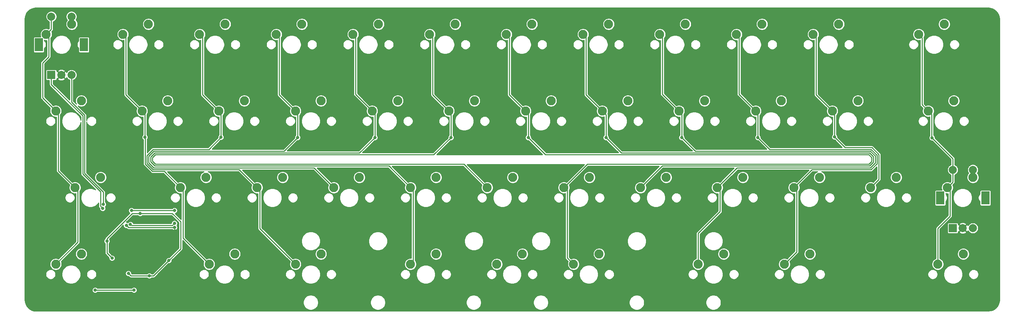
<source format=gtl>
G04 #@! TF.GenerationSoftware,KiCad,Pcbnew,5.1.10-88a1d61d58~90~ubuntu20.04.1*
G04 #@! TF.CreationDate,2022-03-06T19:10:03-08:00*
G04 #@! TF.ProjectId,WKL Minivan_KiCAD,574b4c20-4d69-46e6-9976-616e5f4b6943,rev?*
G04 #@! TF.SameCoordinates,Original*
G04 #@! TF.FileFunction,Copper,L1,Top*
G04 #@! TF.FilePolarity,Positive*
%FSLAX46Y46*%
G04 Gerber Fmt 4.6, Leading zero omitted, Abs format (unit mm)*
G04 Created by KiCad (PCBNEW 5.1.10-88a1d61d58~90~ubuntu20.04.1) date 2022-03-06 19:10:03*
%MOMM*%
%LPD*%
G01*
G04 APERTURE LIST*
G04 #@! TA.AperFunction,ComponentPad*
%ADD10C,2.250000*%
G04 #@! TD*
G04 #@! TA.AperFunction,ComponentPad*
%ADD11R,2.000000X2.000000*%
G04 #@! TD*
G04 #@! TA.AperFunction,ComponentPad*
%ADD12C,2.000000*%
G04 #@! TD*
G04 #@! TA.AperFunction,ComponentPad*
%ADD13R,2.000000X3.200000*%
G04 #@! TD*
G04 #@! TA.AperFunction,ViaPad*
%ADD14C,0.800000*%
G04 #@! TD*
G04 #@! TA.AperFunction,Conductor*
%ADD15C,0.250000*%
G04 #@! TD*
G04 #@! TA.AperFunction,Conductor*
%ADD16C,0.254000*%
G04 #@! TD*
G04 #@! TA.AperFunction,Conductor*
%ADD17C,0.100000*%
G04 #@! TD*
G04 APERTURE END LIST*
D10*
X35877500Y-56007000D03*
X29527500Y-58547000D03*
X31115000Y-75057000D03*
X24765000Y-77597000D03*
X69215000Y-75057000D03*
X62865000Y-77597000D03*
X62071250Y-56007000D03*
X55721250Y-58547000D03*
X31115000Y-36957000D03*
X24765000Y-39497000D03*
X100171250Y-56007000D03*
X93821250Y-58547000D03*
D11*
X23653750Y-30543500D03*
D12*
X26153750Y-30543500D03*
X28653750Y-30543500D03*
D13*
X20553750Y-23043500D03*
X31753750Y-23043500D03*
D12*
X23653750Y-16043500D03*
X28653750Y-16043500D03*
D11*
X247554750Y-68643500D03*
D12*
X250054750Y-68643500D03*
X252554750Y-68643500D03*
D13*
X244454750Y-61143500D03*
X255654750Y-61143500D03*
D12*
X247554750Y-54143500D03*
X252554750Y-54143500D03*
D10*
X140652500Y-75057000D03*
X134302500Y-77597000D03*
X250190000Y-75057000D03*
X243840000Y-77597000D03*
X212090000Y-75057000D03*
X205740000Y-77597000D03*
X190658750Y-75057000D03*
X184308750Y-77597000D03*
X159702500Y-75057000D03*
X153352500Y-77597000D03*
X119221250Y-75057000D03*
X112871250Y-77597000D03*
X90646250Y-75057000D03*
X84296250Y-77597000D03*
X252571250Y-56007000D03*
X246221250Y-58547000D03*
X233521250Y-56007000D03*
X227171250Y-58547000D03*
X214471250Y-56007000D03*
X208121250Y-58547000D03*
X195421250Y-56007000D03*
X189071250Y-58547000D03*
X176371250Y-56007000D03*
X170021250Y-58547000D03*
X157321250Y-56007000D03*
X150971250Y-58547000D03*
X138271250Y-56007000D03*
X131921250Y-58547000D03*
X119221250Y-56007000D03*
X112871250Y-58547000D03*
X81121250Y-56007000D03*
X74771250Y-58547000D03*
X247808750Y-36957000D03*
X241458750Y-39497000D03*
X223996250Y-36957000D03*
X217646250Y-39497000D03*
X204946250Y-36957000D03*
X198596250Y-39497000D03*
X185896250Y-36957000D03*
X179546250Y-39497000D03*
X166846250Y-36957000D03*
X160496250Y-39497000D03*
X147796250Y-36957000D03*
X141446250Y-39497000D03*
X128746250Y-36957000D03*
X122396250Y-39497000D03*
X109696250Y-36957000D03*
X103346250Y-39497000D03*
X90646250Y-36957000D03*
X84296250Y-39497000D03*
X71596250Y-36957000D03*
X65246250Y-39497000D03*
X52546250Y-36957000D03*
X46196250Y-39497000D03*
X245427500Y-17907000D03*
X239077500Y-20447000D03*
X219233750Y-17907000D03*
X212883750Y-20447000D03*
X200183750Y-17907000D03*
X193833750Y-20447000D03*
X181133750Y-17907000D03*
X174783750Y-20447000D03*
X162083750Y-17907000D03*
X155733750Y-20447000D03*
X143033750Y-17907000D03*
X136683750Y-20447000D03*
X123983750Y-17907000D03*
X117633750Y-20447000D03*
X104933750Y-17907000D03*
X98583750Y-20447000D03*
X85883750Y-17907000D03*
X79533750Y-20447000D03*
X66833750Y-17907000D03*
X60483750Y-20447000D03*
X47783750Y-17907000D03*
X41433750Y-20447000D03*
X28733750Y-17907000D03*
X22383750Y-20447000D03*
D14*
X51308000Y-73660000D03*
X220249750Y-62548500D03*
X35179000Y-87249000D03*
X54356000Y-69342000D03*
X45719986Y-65024000D03*
X52832000Y-76708000D03*
X48006000Y-80518000D03*
X37465000Y-71882000D03*
X42799000Y-79883000D03*
X38735000Y-76073000D03*
X36576000Y-62738000D03*
X43561000Y-64262000D03*
X54229018Y-64262000D03*
X54229000Y-68453000D03*
X42294954Y-67941046D03*
X34544000Y-84074000D03*
X44195992Y-84074000D03*
X46916196Y-46027196D03*
X65786000Y-46035913D03*
X84836000Y-46101000D03*
X104013000Y-46100992D03*
X36419784Y-63725735D03*
X54224340Y-67432340D03*
X43294946Y-67728000D03*
X242379500Y-46164500D03*
X218186000Y-45974000D03*
X199136000Y-46101000D03*
X180213000Y-46101000D03*
X161417000Y-46101000D03*
X142113000Y-46101000D03*
X122936000Y-46101000D03*
D15*
X49022000Y-80518000D02*
X52832000Y-76708000D01*
X48006000Y-80518000D02*
X49022000Y-80518000D01*
X55753000Y-73787000D02*
X52832000Y-76708000D01*
X53685464Y-64988464D02*
X55753000Y-67056000D01*
X43723536Y-64988464D02*
X53685464Y-64988464D01*
X55753000Y-67056000D02*
X55753000Y-73787000D01*
X37465000Y-71247000D02*
X37465000Y-71882000D01*
X43723536Y-64988464D02*
X37465000Y-71247000D01*
X37465000Y-74803000D02*
X38735000Y-76073000D01*
X37465000Y-71882000D02*
X37465000Y-74803000D01*
X47440315Y-80518000D02*
X48006000Y-80518000D01*
X43434000Y-80518000D02*
X47440315Y-80518000D01*
X42799000Y-79883000D02*
X43434000Y-80518000D01*
X31900000Y-40534590D02*
X31900000Y-55012590D01*
X28653750Y-37288340D02*
X31900000Y-40534590D01*
X28653750Y-30543500D02*
X28653750Y-37288340D01*
X31900000Y-55012590D02*
X36576000Y-59688590D01*
X36576000Y-59688590D02*
X36576000Y-62738000D01*
X43561000Y-64262000D02*
X54229018Y-64262000D01*
X43135372Y-68453000D02*
X54229000Y-68453000D01*
X42806908Y-68453000D02*
X42294954Y-67941046D01*
X43135372Y-68453000D02*
X42806908Y-68453000D01*
X34544000Y-84074000D02*
X35109685Y-84074000D01*
X35109685Y-84074000D02*
X44195992Y-84074000D01*
X23653750Y-19177000D02*
X22383750Y-20447000D01*
X23653750Y-16043500D02*
X23653750Y-19177000D01*
X24765000Y-39497000D02*
X24765000Y-39751000D01*
X24765000Y-39751000D02*
X25400000Y-40386000D01*
X25400000Y-54419500D02*
X29527500Y-58547000D01*
X25400000Y-40386000D02*
X25400000Y-54419500D01*
X29527500Y-58547000D02*
X29718000Y-58547000D01*
X29718000Y-58547000D02*
X30226000Y-59055000D01*
X30226000Y-72136000D02*
X24765000Y-77597000D01*
X30226000Y-59055000D02*
X30226000Y-72136000D01*
X21463000Y-36195000D02*
X24765000Y-39497000D01*
X21463000Y-27559000D02*
X21463000Y-36195000D01*
X22987000Y-26035000D02*
X21463000Y-27559000D01*
X22987000Y-21050250D02*
X22987000Y-26035000D01*
X22383750Y-20447000D02*
X22987000Y-21050250D01*
X41433750Y-20447000D02*
X41529000Y-20447000D01*
X41529000Y-20447000D02*
X42164000Y-21082000D01*
X42164000Y-35464750D02*
X46196250Y-39497000D01*
X42164000Y-21082000D02*
X42164000Y-35464750D01*
X55330869Y-58547000D02*
X55721250Y-58547000D01*
X55721250Y-58547000D02*
X55880000Y-58547000D01*
X55880000Y-58547000D02*
X56388000Y-59055000D01*
X56388000Y-71120000D02*
X62865000Y-77597000D01*
X56388000Y-59055000D02*
X56388000Y-71120000D01*
X55721250Y-58547000D02*
X51705050Y-54530800D01*
X48769028Y-54530799D02*
X46967960Y-52729731D01*
X51705050Y-54530800D02*
X48769028Y-54530799D01*
X46967960Y-46078960D02*
X46916196Y-46027196D01*
X46967960Y-52729731D02*
X46967960Y-46078960D01*
X46863000Y-45974000D02*
X46916196Y-46027196D01*
X46863000Y-40163750D02*
X46863000Y-45974000D01*
X46196250Y-39497000D02*
X46863000Y-40163750D01*
X60483750Y-20447000D02*
X61087000Y-20447000D01*
X61087000Y-20447000D02*
X61214000Y-20574000D01*
X61214000Y-35464750D02*
X65246250Y-39497000D01*
X61214000Y-20574000D02*
X61214000Y-35464750D01*
X74771250Y-58547000D02*
X74930000Y-58547000D01*
X74930000Y-58547000D02*
X75438000Y-59055000D01*
X75438000Y-68738750D02*
X84296250Y-77597000D01*
X75438000Y-59055000D02*
X75438000Y-68738750D01*
X70305040Y-54080790D02*
X74771250Y-58547000D01*
X48955429Y-54080790D02*
X70305040Y-54080790D01*
X47417970Y-52543331D02*
X48955429Y-54080790D01*
X47417970Y-50580672D02*
X47417970Y-52543331D01*
X65786000Y-40036750D02*
X65786000Y-46035913D01*
X65246250Y-39497000D02*
X65786000Y-40036750D01*
X65786000Y-46035913D02*
X62778701Y-49043212D01*
X48955429Y-49043213D02*
X47417970Y-50580672D01*
X62778701Y-49043212D02*
X48955429Y-49043213D01*
X79533750Y-20447000D02*
X79533750Y-20478750D01*
X79533750Y-20478750D02*
X80264000Y-21209000D01*
X80264000Y-35464750D02*
X84296250Y-39497000D01*
X80264000Y-21209000D02*
X80264000Y-35464750D01*
X81443778Y-49493222D02*
X84836000Y-46101000D01*
X49141830Y-49493222D02*
X81443778Y-49493222D01*
X93821250Y-58547000D02*
X88905029Y-53630779D01*
X88905029Y-53630779D02*
X49141828Y-53630779D01*
X84836000Y-40036750D02*
X84836000Y-46101000D01*
X84296250Y-39497000D02*
X84836000Y-40036750D01*
X49141830Y-49493222D02*
X47867980Y-50767072D01*
X47867980Y-52356931D02*
X49141828Y-53630779D01*
X47867980Y-50767072D02*
X47867980Y-52356931D01*
X98583750Y-20447000D02*
X98806000Y-20447000D01*
X98806000Y-20447000D02*
X99187000Y-20828000D01*
X99187000Y-35337750D02*
X103346250Y-39497000D01*
X99187000Y-20828000D02*
X99187000Y-35337750D01*
X112871250Y-58547000D02*
X113157000Y-58547000D01*
X113157000Y-58547000D02*
X113538000Y-58928000D01*
X113538000Y-76930250D02*
X112871250Y-77597000D01*
X113538000Y-58928000D02*
X113538000Y-76930250D01*
X49328232Y-49943230D02*
X100170762Y-49943230D01*
X112871250Y-58547000D02*
X107505020Y-53180770D01*
X107505020Y-53180770D02*
X49328228Y-53180769D01*
X100170762Y-49943230D02*
X104013000Y-46100992D01*
X104013000Y-40163750D02*
X104013000Y-46100992D01*
X103346250Y-39497000D02*
X104013000Y-40163750D01*
X48317990Y-50953472D02*
X48317990Y-52170531D01*
X49328232Y-49943230D02*
X48317990Y-50953472D01*
X48317990Y-52170531D02*
X49328228Y-53180769D01*
X23653750Y-32924750D02*
X31449989Y-40720989D01*
X35850999Y-59600000D02*
X35850999Y-63156950D01*
X23653750Y-30543500D02*
X23653750Y-32924750D01*
X31449989Y-40720989D02*
X31449989Y-55198990D01*
X31449989Y-55198990D02*
X35850999Y-59600000D01*
X35850999Y-63156950D02*
X36419784Y-63725735D01*
X54224340Y-67432340D02*
X53653690Y-68002990D01*
X53653690Y-68002990D02*
X44097120Y-68002990D01*
X43569936Y-68002990D02*
X43294946Y-67728000D01*
X44097120Y-68002990D02*
X43569936Y-68002990D01*
X239077500Y-20447000D02*
X239077500Y-20510500D01*
X239077500Y-20510500D02*
X239903000Y-21336000D01*
X239903000Y-37941250D02*
X241458750Y-39497000D01*
X239903000Y-21336000D02*
X239903000Y-37941250D01*
X247554750Y-57213500D02*
X246221250Y-58547000D01*
X247554750Y-54143500D02*
X247554750Y-57213500D01*
X246221250Y-58547000D02*
X246221250Y-58642250D01*
X246221250Y-58642250D02*
X246888000Y-59309000D01*
X243840000Y-68707000D02*
X243840000Y-77597000D01*
X246888000Y-65659000D02*
X243840000Y-68707000D01*
X246888000Y-59309000D02*
X246888000Y-65659000D01*
X247554750Y-54143500D02*
X247554750Y-51339750D01*
X247554750Y-51339750D02*
X242379500Y-46164500D01*
X242316000Y-46101000D02*
X242379500Y-46164500D01*
X242316000Y-40354250D02*
X242316000Y-46101000D01*
X241458750Y-39497000D02*
X242316000Y-40354250D01*
X212883750Y-20447000D02*
X212979000Y-20447000D01*
X212979000Y-20447000D02*
X213614000Y-21082000D01*
X213614000Y-35464750D02*
X217646250Y-39497000D01*
X213614000Y-21082000D02*
X213614000Y-35464750D01*
X218186000Y-45974000D02*
X218249500Y-46037500D01*
X218186000Y-40036750D02*
X218186000Y-45974000D01*
X217646250Y-39497000D02*
X218186000Y-40036750D01*
X227455974Y-48593204D02*
X220805204Y-48593204D01*
X229201087Y-50338321D02*
X227455974Y-48593204D01*
X229201087Y-56517163D02*
X229201087Y-50338321D01*
X220805204Y-48593204D02*
X218249500Y-46037500D01*
X227171250Y-58547000D02*
X229201087Y-56517163D01*
X193833750Y-20447000D02*
X194056000Y-20447000D01*
X194056000Y-20447000D02*
X194437000Y-20828000D01*
X194437000Y-35337750D02*
X198596250Y-39497000D01*
X194437000Y-20828000D02*
X194437000Y-35337750D01*
X208121250Y-58547000D02*
X208407000Y-58547000D01*
X208407000Y-58547000D02*
X208788000Y-58928000D01*
X208788000Y-74549000D02*
X205740000Y-77597000D01*
X208788000Y-58928000D02*
X208788000Y-74549000D01*
X202078214Y-49043214D02*
X199136000Y-46101000D01*
X228751077Y-52599283D02*
X228751078Y-50524721D01*
X228751078Y-50524721D02*
X227269574Y-49043214D01*
X227269574Y-49043214D02*
X202078214Y-49043214D01*
X199136000Y-40036750D02*
X199136000Y-46101000D01*
X198596250Y-39497000D02*
X199136000Y-40036750D01*
X212587460Y-54080790D02*
X208121250Y-58547000D01*
X227269570Y-54080790D02*
X212587460Y-54080790D01*
X228751077Y-52599283D02*
X227269570Y-54080790D01*
X174783750Y-20447000D02*
X174783750Y-20478750D01*
X174783750Y-20478750D02*
X175387000Y-21082000D01*
X175387000Y-35337750D02*
X179546250Y-39497000D01*
X175387000Y-21082000D02*
X175387000Y-35337750D01*
X179546250Y-39497000D02*
X179832000Y-39497000D01*
X179832000Y-39497000D02*
X180213000Y-39878000D01*
X180213000Y-39878000D02*
X180213000Y-46101000D01*
X180213000Y-46101000D02*
X183605221Y-49493221D01*
X228301068Y-52412882D02*
X227083170Y-53630780D01*
X228301069Y-50711120D02*
X228301068Y-52412882D01*
X227083173Y-49493222D02*
X228301069Y-50711120D01*
X183605221Y-49493221D02*
X227083173Y-49493222D01*
X193987470Y-53630780D02*
X189071250Y-58547000D01*
X227083170Y-53630780D02*
X193987470Y-53630780D01*
X189071250Y-58547000D02*
X189484000Y-58547000D01*
X189484000Y-58547000D02*
X189738000Y-58801000D01*
X189738000Y-58801000D02*
X189738000Y-64516000D01*
X184308750Y-69945250D02*
X184308750Y-77597000D01*
X189738000Y-64516000D02*
X184308750Y-69945250D01*
X155733750Y-20447000D02*
X155829000Y-20447000D01*
X155829000Y-20447000D02*
X156464000Y-21082000D01*
X156464000Y-35464750D02*
X160496250Y-39497000D01*
X156464000Y-21082000D02*
X156464000Y-35464750D01*
X226896772Y-49943231D02*
X165259231Y-49943231D01*
X170021250Y-58547000D02*
X175387480Y-53180770D01*
X175387480Y-53180770D02*
X226896770Y-53180770D01*
X226896770Y-53180770D02*
X227851059Y-52226481D01*
X227851059Y-52226481D02*
X227851060Y-50897519D01*
X227851060Y-50897519D02*
X226896772Y-49943231D01*
X165259231Y-49943231D02*
X161417000Y-46101000D01*
X161417000Y-40417750D02*
X161417000Y-46101000D01*
X160496250Y-39497000D02*
X161417000Y-40417750D01*
X136683750Y-20447000D02*
X136683750Y-20605750D01*
X136683750Y-20605750D02*
X137414000Y-21336000D01*
X137414000Y-35464750D02*
X141446250Y-39497000D01*
X137414000Y-21336000D02*
X137414000Y-35464750D01*
X150971250Y-58547000D02*
X151257000Y-58547000D01*
X151257000Y-58547000D02*
X151765000Y-59055000D01*
X151765000Y-76009500D02*
X153352500Y-77597000D01*
X151765000Y-59055000D02*
X151765000Y-76009500D01*
X146405240Y-50393240D02*
X142113000Y-46101000D01*
X227401050Y-51083919D02*
X226710371Y-50393240D01*
X226710370Y-52730760D02*
X227401050Y-52040080D01*
X156787490Y-52730760D02*
X226710370Y-52730760D01*
X226710371Y-50393240D02*
X146405240Y-50393240D01*
X150971250Y-58547000D02*
X156787490Y-52730760D01*
X227401050Y-52040080D02*
X227401050Y-51083919D01*
X142113000Y-40163750D02*
X142113000Y-46101000D01*
X141446250Y-39497000D02*
X142113000Y-40163750D01*
X117633750Y-20447000D02*
X117633750Y-20478750D01*
X117633750Y-20478750D02*
X118364000Y-21209000D01*
X118364000Y-35464750D02*
X122396250Y-39497000D01*
X118364000Y-21209000D02*
X118364000Y-35464750D01*
X126105010Y-52730760D02*
X49514628Y-52730759D01*
X131921250Y-58547000D02*
X126105010Y-52730760D01*
X49514632Y-50393240D02*
X118643760Y-50393240D01*
X118643760Y-50393240D02*
X122936000Y-46101000D01*
X122936000Y-40036750D02*
X122936000Y-46101000D01*
X122396250Y-39497000D02*
X122936000Y-40036750D01*
X49514632Y-50393240D02*
X48768000Y-51139872D01*
X48768000Y-51984131D02*
X49514628Y-52730759D01*
X48768000Y-51139872D02*
X48768000Y-51984131D01*
D16*
X256913826Y-13947286D02*
X257426123Y-14101958D01*
X257898610Y-14353184D01*
X258313308Y-14691402D01*
X258654416Y-15103732D01*
X258908937Y-15574456D01*
X259067179Y-16085658D01*
X259125251Y-16638166D01*
X259125250Y-86465921D01*
X259070964Y-87019576D01*
X258916293Y-87531871D01*
X258665066Y-88004360D01*
X258326845Y-88419061D01*
X257914518Y-88760166D01*
X257443791Y-89014688D01*
X256932593Y-89172929D01*
X256380095Y-89231000D01*
X19864829Y-89231000D01*
X19311174Y-89176714D01*
X18798879Y-89022043D01*
X18326390Y-88770816D01*
X17911689Y-88432595D01*
X17570584Y-88020268D01*
X17316062Y-87549541D01*
X17157821Y-87038343D01*
X17146894Y-86934374D01*
X86207600Y-86934374D01*
X86207600Y-87309626D01*
X86280809Y-87677668D01*
X86424411Y-88024356D01*
X86632890Y-88336366D01*
X86898234Y-88601710D01*
X87210244Y-88810189D01*
X87556932Y-88953791D01*
X87924974Y-89027000D01*
X88300226Y-89027000D01*
X88668268Y-88953791D01*
X89014956Y-88810189D01*
X89326966Y-88601710D01*
X89592310Y-88336366D01*
X89800789Y-88024356D01*
X89944391Y-87677668D01*
X90017600Y-87309626D01*
X90017600Y-86934374D01*
X102870000Y-86934374D01*
X102870000Y-87309626D01*
X102943209Y-87677668D01*
X103086811Y-88024356D01*
X103295290Y-88336366D01*
X103560634Y-88601710D01*
X103872644Y-88810189D01*
X104219332Y-88953791D01*
X104587374Y-89027000D01*
X104962626Y-89027000D01*
X105330668Y-88953791D01*
X105677356Y-88810189D01*
X105989366Y-88601710D01*
X106254710Y-88336366D01*
X106463189Y-88024356D01*
X106606791Y-87677668D01*
X106680000Y-87309626D01*
X106680000Y-86934374D01*
X126682500Y-86934374D01*
X126682500Y-87309626D01*
X126755709Y-87677668D01*
X126899311Y-88024356D01*
X127107790Y-88336366D01*
X127373134Y-88601710D01*
X127685144Y-88810189D01*
X128031832Y-88953791D01*
X128399874Y-89027000D01*
X128775126Y-89027000D01*
X129143168Y-88953791D01*
X129489856Y-88810189D01*
X129801866Y-88601710D01*
X130067210Y-88336366D01*
X130275689Y-88024356D01*
X130419291Y-87677668D01*
X130492500Y-87309626D01*
X130492500Y-86934374D01*
X143351250Y-86934374D01*
X143351250Y-87309626D01*
X143424459Y-87677668D01*
X143568061Y-88024356D01*
X143776540Y-88336366D01*
X144041884Y-88601710D01*
X144353894Y-88810189D01*
X144700582Y-88953791D01*
X145068624Y-89027000D01*
X145443876Y-89027000D01*
X145811918Y-88953791D01*
X146158606Y-88810189D01*
X146470616Y-88601710D01*
X146735960Y-88336366D01*
X146944439Y-88024356D01*
X147088041Y-87677668D01*
X147161250Y-87309626D01*
X147161250Y-86934374D01*
X167163750Y-86934374D01*
X167163750Y-87309626D01*
X167236959Y-87677668D01*
X167380561Y-88024356D01*
X167589040Y-88336366D01*
X167854384Y-88601710D01*
X168166394Y-88810189D01*
X168513082Y-88953791D01*
X168881124Y-89027000D01*
X169256376Y-89027000D01*
X169624418Y-88953791D01*
X169971106Y-88810189D01*
X170283116Y-88601710D01*
X170548460Y-88336366D01*
X170756939Y-88024356D01*
X170900541Y-87677668D01*
X170973750Y-87309626D01*
X170973750Y-86934374D01*
X186207400Y-86934374D01*
X186207400Y-87309626D01*
X186280609Y-87677668D01*
X186424211Y-88024356D01*
X186632690Y-88336366D01*
X186898034Y-88601710D01*
X187210044Y-88810189D01*
X187556732Y-88953791D01*
X187924774Y-89027000D01*
X188300026Y-89027000D01*
X188668068Y-88953791D01*
X189014756Y-88810189D01*
X189326766Y-88601710D01*
X189592110Y-88336366D01*
X189800589Y-88024356D01*
X189944191Y-87677668D01*
X190017400Y-87309626D01*
X190017400Y-86934374D01*
X189944191Y-86566332D01*
X189800589Y-86219644D01*
X189592110Y-85907634D01*
X189326766Y-85642290D01*
X189014756Y-85433811D01*
X188668068Y-85290209D01*
X188300026Y-85217000D01*
X187924774Y-85217000D01*
X187556732Y-85290209D01*
X187210044Y-85433811D01*
X186898034Y-85642290D01*
X186632690Y-85907634D01*
X186424211Y-86219644D01*
X186280609Y-86566332D01*
X186207400Y-86934374D01*
X170973750Y-86934374D01*
X170900541Y-86566332D01*
X170756939Y-86219644D01*
X170548460Y-85907634D01*
X170283116Y-85642290D01*
X169971106Y-85433811D01*
X169624418Y-85290209D01*
X169256376Y-85217000D01*
X168881124Y-85217000D01*
X168513082Y-85290209D01*
X168166394Y-85433811D01*
X167854384Y-85642290D01*
X167589040Y-85907634D01*
X167380561Y-86219644D01*
X167236959Y-86566332D01*
X167163750Y-86934374D01*
X147161250Y-86934374D01*
X147088041Y-86566332D01*
X146944439Y-86219644D01*
X146735960Y-85907634D01*
X146470616Y-85642290D01*
X146158606Y-85433811D01*
X145811918Y-85290209D01*
X145443876Y-85217000D01*
X145068624Y-85217000D01*
X144700582Y-85290209D01*
X144353894Y-85433811D01*
X144041884Y-85642290D01*
X143776540Y-85907634D01*
X143568061Y-86219644D01*
X143424459Y-86566332D01*
X143351250Y-86934374D01*
X130492500Y-86934374D01*
X130419291Y-86566332D01*
X130275689Y-86219644D01*
X130067210Y-85907634D01*
X129801866Y-85642290D01*
X129489856Y-85433811D01*
X129143168Y-85290209D01*
X128775126Y-85217000D01*
X128399874Y-85217000D01*
X128031832Y-85290209D01*
X127685144Y-85433811D01*
X127373134Y-85642290D01*
X127107790Y-85907634D01*
X126899311Y-86219644D01*
X126755709Y-86566332D01*
X126682500Y-86934374D01*
X106680000Y-86934374D01*
X106606791Y-86566332D01*
X106463189Y-86219644D01*
X106254710Y-85907634D01*
X105989366Y-85642290D01*
X105677356Y-85433811D01*
X105330668Y-85290209D01*
X104962626Y-85217000D01*
X104587374Y-85217000D01*
X104219332Y-85290209D01*
X103872644Y-85433811D01*
X103560634Y-85642290D01*
X103295290Y-85907634D01*
X103086811Y-86219644D01*
X102943209Y-86566332D01*
X102870000Y-86934374D01*
X90017600Y-86934374D01*
X89944391Y-86566332D01*
X89800789Y-86219644D01*
X89592310Y-85907634D01*
X89326966Y-85642290D01*
X89014956Y-85433811D01*
X88668268Y-85290209D01*
X88300226Y-85217000D01*
X87924974Y-85217000D01*
X87556932Y-85290209D01*
X87210244Y-85433811D01*
X86898234Y-85642290D01*
X86632890Y-85907634D01*
X86424411Y-86219644D01*
X86280809Y-86566332D01*
X86207600Y-86934374D01*
X17146894Y-86934374D01*
X17099750Y-86485845D01*
X17099750Y-83997078D01*
X33763000Y-83997078D01*
X33763000Y-84150922D01*
X33793013Y-84301809D01*
X33851887Y-84443942D01*
X33937358Y-84571859D01*
X34046141Y-84680642D01*
X34174058Y-84766113D01*
X34316191Y-84824987D01*
X34467078Y-84855000D01*
X34620922Y-84855000D01*
X34771809Y-84824987D01*
X34913942Y-84766113D01*
X35041859Y-84680642D01*
X35142501Y-84580000D01*
X43597491Y-84580000D01*
X43698133Y-84680642D01*
X43826050Y-84766113D01*
X43968183Y-84824987D01*
X44119070Y-84855000D01*
X44272914Y-84855000D01*
X44423801Y-84824987D01*
X44565934Y-84766113D01*
X44693851Y-84680642D01*
X44802634Y-84571859D01*
X44888105Y-84443942D01*
X44946979Y-84301809D01*
X44976992Y-84150922D01*
X44976992Y-83997078D01*
X44946979Y-83846191D01*
X44888105Y-83704058D01*
X44802634Y-83576141D01*
X44693851Y-83467358D01*
X44565934Y-83381887D01*
X44423801Y-83323013D01*
X44272914Y-83293000D01*
X44119070Y-83293000D01*
X43968183Y-83323013D01*
X43826050Y-83381887D01*
X43698133Y-83467358D01*
X43597491Y-83568000D01*
X35142501Y-83568000D01*
X35041859Y-83467358D01*
X34913942Y-83381887D01*
X34771809Y-83323013D01*
X34620922Y-83293000D01*
X34467078Y-83293000D01*
X34316191Y-83323013D01*
X34174058Y-83381887D01*
X34046141Y-83467358D01*
X33937358Y-83576141D01*
X33851887Y-83704058D01*
X33793013Y-83846191D01*
X33763000Y-83997078D01*
X17099750Y-83997078D01*
X17099750Y-80013295D01*
X22239000Y-80013295D01*
X22239000Y-80260705D01*
X22287268Y-80503362D01*
X22381947Y-80731939D01*
X22519401Y-80937653D01*
X22694347Y-81112599D01*
X22900061Y-81250053D01*
X23128638Y-81344732D01*
X23371295Y-81393000D01*
X23618705Y-81393000D01*
X23861362Y-81344732D01*
X24089939Y-81250053D01*
X24295653Y-81112599D01*
X24470599Y-80937653D01*
X24608053Y-80731939D01*
X24702732Y-80503362D01*
X24751000Y-80260705D01*
X24751000Y-80013295D01*
X24729080Y-79903093D01*
X26200100Y-79903093D01*
X26200100Y-80370907D01*
X26291366Y-80829733D01*
X26470391Y-81261937D01*
X26730295Y-81650910D01*
X27061090Y-81981705D01*
X27450063Y-82241609D01*
X27882267Y-82420634D01*
X28341093Y-82511900D01*
X28808907Y-82511900D01*
X29267733Y-82420634D01*
X29699937Y-82241609D01*
X30088910Y-81981705D01*
X30419705Y-81650910D01*
X30679609Y-81261937D01*
X30858634Y-80829733D01*
X30949900Y-80370907D01*
X30949900Y-80013295D01*
X32399000Y-80013295D01*
X32399000Y-80260705D01*
X32447268Y-80503362D01*
X32541947Y-80731939D01*
X32679401Y-80937653D01*
X32854347Y-81112599D01*
X33060061Y-81250053D01*
X33288638Y-81344732D01*
X33531295Y-81393000D01*
X33778705Y-81393000D01*
X34021362Y-81344732D01*
X34249939Y-81250053D01*
X34455653Y-81112599D01*
X34630599Y-80937653D01*
X34768053Y-80731939D01*
X34862732Y-80503362D01*
X34911000Y-80260705D01*
X34911000Y-80013295D01*
X34862732Y-79770638D01*
X34768053Y-79542061D01*
X34630599Y-79336347D01*
X34455653Y-79161401D01*
X34249939Y-79023947D01*
X34021362Y-78929268D01*
X33778705Y-78881000D01*
X33531295Y-78881000D01*
X33288638Y-78929268D01*
X33060061Y-79023947D01*
X32854347Y-79161401D01*
X32679401Y-79336347D01*
X32541947Y-79542061D01*
X32447268Y-79770638D01*
X32399000Y-80013295D01*
X30949900Y-80013295D01*
X30949900Y-79903093D01*
X30858634Y-79444267D01*
X30679609Y-79012063D01*
X30419705Y-78623090D01*
X30088910Y-78292295D01*
X29699937Y-78032391D01*
X29267733Y-77853366D01*
X28808907Y-77762100D01*
X28341093Y-77762100D01*
X27882267Y-77853366D01*
X27450063Y-78032391D01*
X27061090Y-78292295D01*
X26730295Y-78623090D01*
X26470391Y-79012063D01*
X26291366Y-79444267D01*
X26200100Y-79903093D01*
X24729080Y-79903093D01*
X24702732Y-79770638D01*
X24608053Y-79542061D01*
X24470599Y-79336347D01*
X24295653Y-79161401D01*
X24089939Y-79023947D01*
X23861362Y-78929268D01*
X23618705Y-78881000D01*
X23371295Y-78881000D01*
X23128638Y-78929268D01*
X22900061Y-79023947D01*
X22694347Y-79161401D01*
X22519401Y-79336347D01*
X22381947Y-79542061D01*
X22287268Y-79770638D01*
X22239000Y-80013295D01*
X17099750Y-80013295D01*
X17099750Y-60963295D01*
X27001500Y-60963295D01*
X27001500Y-61210705D01*
X27049768Y-61453362D01*
X27144447Y-61681939D01*
X27281901Y-61887653D01*
X27456847Y-62062599D01*
X27662561Y-62200053D01*
X27891138Y-62294732D01*
X28133795Y-62343000D01*
X28381205Y-62343000D01*
X28623862Y-62294732D01*
X28852439Y-62200053D01*
X29058153Y-62062599D01*
X29233099Y-61887653D01*
X29370553Y-61681939D01*
X29465232Y-61453362D01*
X29513500Y-61210705D01*
X29513500Y-60963295D01*
X29465232Y-60720638D01*
X29370553Y-60492061D01*
X29233099Y-60286347D01*
X29058153Y-60111401D01*
X28852439Y-59973947D01*
X28623862Y-59879268D01*
X28381205Y-59831000D01*
X28133795Y-59831000D01*
X27891138Y-59879268D01*
X27662561Y-59973947D01*
X27456847Y-60111401D01*
X27281901Y-60286347D01*
X27144447Y-60492061D01*
X27049768Y-60720638D01*
X27001500Y-60963295D01*
X17099750Y-60963295D01*
X17099750Y-41913295D01*
X22239000Y-41913295D01*
X22239000Y-42160705D01*
X22287268Y-42403362D01*
X22381947Y-42631939D01*
X22519401Y-42837653D01*
X22694347Y-43012599D01*
X22900061Y-43150053D01*
X23128638Y-43244732D01*
X23371295Y-43293000D01*
X23618705Y-43293000D01*
X23861362Y-43244732D01*
X24089939Y-43150053D01*
X24295653Y-43012599D01*
X24470599Y-42837653D01*
X24608053Y-42631939D01*
X24702732Y-42403362D01*
X24751000Y-42160705D01*
X24751000Y-41913295D01*
X24702732Y-41670638D01*
X24608053Y-41442061D01*
X24470599Y-41236347D01*
X24295653Y-41061401D01*
X24089939Y-40923947D01*
X23861362Y-40829268D01*
X23618705Y-40781000D01*
X23371295Y-40781000D01*
X23128638Y-40829268D01*
X22900061Y-40923947D01*
X22694347Y-41061401D01*
X22519401Y-41236347D01*
X22381947Y-41442061D01*
X22287268Y-41670638D01*
X22239000Y-41913295D01*
X17099750Y-41913295D01*
X17099750Y-21443500D01*
X19170907Y-21443500D01*
X19170907Y-24643500D01*
X19178263Y-24718189D01*
X19200049Y-24790008D01*
X19235428Y-24856196D01*
X19283039Y-24914211D01*
X19341054Y-24961822D01*
X19407242Y-24997201D01*
X19479061Y-25018987D01*
X19553750Y-25026343D01*
X21553750Y-25026343D01*
X21628439Y-25018987D01*
X21700258Y-24997201D01*
X21766446Y-24961822D01*
X21824461Y-24914211D01*
X21872072Y-24856196D01*
X21907451Y-24790008D01*
X21929237Y-24718189D01*
X21936593Y-24643500D01*
X21936593Y-23940409D01*
X22089349Y-23787653D01*
X22226803Y-23581939D01*
X22321482Y-23353362D01*
X22369750Y-23110705D01*
X22369750Y-22863295D01*
X22321482Y-22620638D01*
X22226803Y-22392061D01*
X22089349Y-22186347D01*
X21936593Y-22033591D01*
X21936593Y-21891864D01*
X21944466Y-21895125D01*
X22235422Y-21953000D01*
X22481000Y-21953000D01*
X22481001Y-25825407D01*
X21122785Y-27183624D01*
X21103473Y-27199473D01*
X21040241Y-27276521D01*
X20993255Y-27364426D01*
X20964322Y-27459808D01*
X20957000Y-27534147D01*
X20957000Y-27534154D01*
X20954553Y-27559000D01*
X20957000Y-27583846D01*
X20957001Y-36170144D01*
X20954553Y-36195000D01*
X20964322Y-36294192D01*
X20993255Y-36389574D01*
X20993256Y-36389575D01*
X21040242Y-36477479D01*
X21103474Y-36554527D01*
X21122781Y-36570372D01*
X23402765Y-38850357D01*
X23316875Y-39057716D01*
X23259000Y-39348672D01*
X23259000Y-39645328D01*
X23316875Y-39936284D01*
X23430400Y-40210359D01*
X23595213Y-40457019D01*
X23804981Y-40666787D01*
X24051641Y-40831600D01*
X24325716Y-40945125D01*
X24616672Y-41003000D01*
X24894000Y-41003000D01*
X24894001Y-54394644D01*
X24891553Y-54419500D01*
X24901322Y-54518692D01*
X24930255Y-54614074D01*
X24930256Y-54614075D01*
X24977242Y-54701979D01*
X25040474Y-54779027D01*
X25059781Y-54794872D01*
X28165265Y-57900357D01*
X28079375Y-58107716D01*
X28021500Y-58398672D01*
X28021500Y-58695328D01*
X28079375Y-58986284D01*
X28192900Y-59260359D01*
X28357713Y-59507019D01*
X28567481Y-59716787D01*
X28814141Y-59881600D01*
X29088216Y-59995125D01*
X29379172Y-60053000D01*
X29675828Y-60053000D01*
X29720000Y-60044214D01*
X29720001Y-71926407D01*
X25411643Y-76234766D01*
X25204284Y-76148875D01*
X24913328Y-76091000D01*
X24616672Y-76091000D01*
X24325716Y-76148875D01*
X24051641Y-76262400D01*
X23804981Y-76427213D01*
X23595213Y-76636981D01*
X23430400Y-76883641D01*
X23316875Y-77157716D01*
X23259000Y-77448672D01*
X23259000Y-77745328D01*
X23316875Y-78036284D01*
X23430400Y-78310359D01*
X23595213Y-78557019D01*
X23804981Y-78766787D01*
X24051641Y-78931600D01*
X24325716Y-79045125D01*
X24616672Y-79103000D01*
X24913328Y-79103000D01*
X25204284Y-79045125D01*
X25478359Y-78931600D01*
X25725019Y-78766787D01*
X25934787Y-78557019D01*
X26099600Y-78310359D01*
X26213125Y-78036284D01*
X26271000Y-77745328D01*
X26271000Y-77448672D01*
X26213125Y-77157716D01*
X26127234Y-76950357D01*
X28168919Y-74908672D01*
X29609000Y-74908672D01*
X29609000Y-75205328D01*
X29666875Y-75496284D01*
X29780400Y-75770359D01*
X29945213Y-76017019D01*
X30154981Y-76226787D01*
X30401641Y-76391600D01*
X30675716Y-76505125D01*
X30966672Y-76563000D01*
X31263328Y-76563000D01*
X31554284Y-76505125D01*
X31828359Y-76391600D01*
X32075019Y-76226787D01*
X32284787Y-76017019D01*
X32449600Y-75770359D01*
X32563125Y-75496284D01*
X32621000Y-75205328D01*
X32621000Y-74908672D01*
X32563125Y-74617716D01*
X32449600Y-74343641D01*
X32284787Y-74096981D01*
X32075019Y-73887213D01*
X31828359Y-73722400D01*
X31554284Y-73608875D01*
X31263328Y-73551000D01*
X30966672Y-73551000D01*
X30675716Y-73608875D01*
X30401641Y-73722400D01*
X30154981Y-73887213D01*
X29945213Y-74096981D01*
X29780400Y-74343641D01*
X29666875Y-74617716D01*
X29609000Y-74908672D01*
X28168919Y-74908672D01*
X30566220Y-72511372D01*
X30585527Y-72495527D01*
X30648759Y-72418479D01*
X30695745Y-72330575D01*
X30724678Y-72235193D01*
X30732000Y-72160854D01*
X30732000Y-72160847D01*
X30734447Y-72136001D01*
X30732000Y-72111155D01*
X30732000Y-71805078D01*
X36684000Y-71805078D01*
X36684000Y-71958922D01*
X36714013Y-72109809D01*
X36772887Y-72251942D01*
X36858358Y-72379859D01*
X36959000Y-72480501D01*
X36959001Y-74778144D01*
X36956553Y-74803000D01*
X36966322Y-74902192D01*
X36995255Y-74997574D01*
X37017127Y-75038492D01*
X37042242Y-75085479D01*
X37105474Y-75162527D01*
X37124780Y-75178371D01*
X37954000Y-76007592D01*
X37954000Y-76149922D01*
X37984013Y-76300809D01*
X38042887Y-76442942D01*
X38128358Y-76570859D01*
X38237141Y-76679642D01*
X38365058Y-76765113D01*
X38507191Y-76823987D01*
X38658078Y-76854000D01*
X38811922Y-76854000D01*
X38962809Y-76823987D01*
X39104942Y-76765113D01*
X39232859Y-76679642D01*
X39341642Y-76570859D01*
X39427113Y-76442942D01*
X39485987Y-76300809D01*
X39516000Y-76149922D01*
X39516000Y-75996078D01*
X39485987Y-75845191D01*
X39427113Y-75703058D01*
X39341642Y-75575141D01*
X39232859Y-75466358D01*
X39104942Y-75380887D01*
X38962809Y-75322013D01*
X38811922Y-75292000D01*
X38669592Y-75292000D01*
X37971000Y-74593409D01*
X37971000Y-72480501D01*
X38071642Y-72379859D01*
X38157113Y-72251942D01*
X38215987Y-72109809D01*
X38246000Y-71958922D01*
X38246000Y-71805078D01*
X38215987Y-71654191D01*
X38157113Y-71512058D01*
X38071642Y-71384141D01*
X38057546Y-71370045D01*
X41513954Y-67913638D01*
X41513954Y-68017968D01*
X41543967Y-68168855D01*
X41602841Y-68310988D01*
X41688312Y-68438905D01*
X41797095Y-68547688D01*
X41925012Y-68633159D01*
X42067145Y-68692033D01*
X42218032Y-68722046D01*
X42360362Y-68722046D01*
X42431536Y-68793220D01*
X42447381Y-68812527D01*
X42524429Y-68875759D01*
X42612333Y-68922745D01*
X42685515Y-68944944D01*
X42707714Y-68951678D01*
X42717602Y-68952652D01*
X42782054Y-68959000D01*
X42782061Y-68959000D01*
X42806907Y-68961447D01*
X42831753Y-68959000D01*
X53630499Y-68959000D01*
X53731141Y-69059642D01*
X53859058Y-69145113D01*
X54001191Y-69203987D01*
X54152078Y-69234000D01*
X54305922Y-69234000D01*
X54456809Y-69203987D01*
X54598942Y-69145113D01*
X54726859Y-69059642D01*
X54835642Y-68950859D01*
X54921113Y-68822942D01*
X54979987Y-68680809D01*
X55010000Y-68529922D01*
X55010000Y-68376078D01*
X54979987Y-68225191D01*
X54921113Y-68083058D01*
X54835642Y-67955141D01*
X54820841Y-67940340D01*
X54830982Y-67930199D01*
X54916453Y-67802282D01*
X54975327Y-67660149D01*
X55005340Y-67509262D01*
X55005340Y-67355418D01*
X54975327Y-67204531D01*
X54916453Y-67062398D01*
X54830982Y-66934481D01*
X54722199Y-66825698D01*
X54594282Y-66740227D01*
X54452149Y-66681353D01*
X54301262Y-66651340D01*
X54147418Y-66651340D01*
X53996531Y-66681353D01*
X53854398Y-66740227D01*
X53726481Y-66825698D01*
X53617698Y-66934481D01*
X53532227Y-67062398D01*
X53473353Y-67204531D01*
X53443340Y-67355418D01*
X53443340Y-67496990D01*
X44044607Y-67496990D01*
X43987059Y-67358058D01*
X43901588Y-67230141D01*
X43792805Y-67121358D01*
X43664888Y-67035887D01*
X43522755Y-66977013D01*
X43371868Y-66947000D01*
X43218024Y-66947000D01*
X43067137Y-66977013D01*
X42925004Y-67035887D01*
X42797087Y-67121358D01*
X42688304Y-67230141D01*
X42672398Y-67253946D01*
X42664896Y-67248933D01*
X42522763Y-67190059D01*
X42371876Y-67160046D01*
X42267546Y-67160046D01*
X43933128Y-65494464D01*
X45095039Y-65494464D01*
X45113344Y-65521859D01*
X45222127Y-65630642D01*
X45350044Y-65716113D01*
X45492177Y-65774987D01*
X45643064Y-65805000D01*
X45796908Y-65805000D01*
X45947795Y-65774987D01*
X46089928Y-65716113D01*
X46217845Y-65630642D01*
X46326628Y-65521859D01*
X46344933Y-65494464D01*
X53475873Y-65494464D01*
X55247000Y-67265592D01*
X55247001Y-73577407D01*
X52897409Y-75927000D01*
X52755078Y-75927000D01*
X52604191Y-75957013D01*
X52462058Y-76015887D01*
X52334141Y-76101358D01*
X52225358Y-76210141D01*
X52139887Y-76338058D01*
X52081013Y-76480191D01*
X52051000Y-76631078D01*
X52051000Y-76773408D01*
X48812409Y-80012000D01*
X48604501Y-80012000D01*
X48503859Y-79911358D01*
X48375942Y-79825887D01*
X48233809Y-79767013D01*
X48082922Y-79737000D01*
X47929078Y-79737000D01*
X47778191Y-79767013D01*
X47636058Y-79825887D01*
X47508141Y-79911358D01*
X47407499Y-80012000D01*
X43643592Y-80012000D01*
X43580000Y-79948408D01*
X43580000Y-79806078D01*
X43549987Y-79655191D01*
X43491113Y-79513058D01*
X43405642Y-79385141D01*
X43296859Y-79276358D01*
X43168942Y-79190887D01*
X43026809Y-79132013D01*
X42875922Y-79102000D01*
X42722078Y-79102000D01*
X42571191Y-79132013D01*
X42429058Y-79190887D01*
X42301141Y-79276358D01*
X42192358Y-79385141D01*
X42106887Y-79513058D01*
X42048013Y-79655191D01*
X42018000Y-79806078D01*
X42018000Y-79959922D01*
X42048013Y-80110809D01*
X42106887Y-80252942D01*
X42192358Y-80380859D01*
X42301141Y-80489642D01*
X42429058Y-80575113D01*
X42571191Y-80633987D01*
X42722078Y-80664000D01*
X42864408Y-80664000D01*
X43058628Y-80858220D01*
X43074473Y-80877527D01*
X43151521Y-80940759D01*
X43239425Y-80987745D01*
X43334807Y-81016678D01*
X43434000Y-81026448D01*
X43458854Y-81024000D01*
X47407499Y-81024000D01*
X47508141Y-81124642D01*
X47636058Y-81210113D01*
X47778191Y-81268987D01*
X47929078Y-81299000D01*
X48082922Y-81299000D01*
X48233809Y-81268987D01*
X48375942Y-81210113D01*
X48503859Y-81124642D01*
X48604501Y-81024000D01*
X48997154Y-81024000D01*
X49022000Y-81026447D01*
X49046846Y-81024000D01*
X49046854Y-81024000D01*
X49121193Y-81016678D01*
X49216575Y-80987745D01*
X49304479Y-80940759D01*
X49381527Y-80877527D01*
X49397376Y-80858215D01*
X50242296Y-80013295D01*
X60339000Y-80013295D01*
X60339000Y-80260705D01*
X60387268Y-80503362D01*
X60481947Y-80731939D01*
X60619401Y-80937653D01*
X60794347Y-81112599D01*
X61000061Y-81250053D01*
X61228638Y-81344732D01*
X61471295Y-81393000D01*
X61718705Y-81393000D01*
X61961362Y-81344732D01*
X62189939Y-81250053D01*
X62395653Y-81112599D01*
X62570599Y-80937653D01*
X62708053Y-80731939D01*
X62802732Y-80503362D01*
X62851000Y-80260705D01*
X62851000Y-80013295D01*
X62829080Y-79903093D01*
X64300100Y-79903093D01*
X64300100Y-80370907D01*
X64391366Y-80829733D01*
X64570391Y-81261937D01*
X64830295Y-81650910D01*
X65161090Y-81981705D01*
X65550063Y-82241609D01*
X65982267Y-82420634D01*
X66441093Y-82511900D01*
X66908907Y-82511900D01*
X67367733Y-82420634D01*
X67799937Y-82241609D01*
X68188910Y-81981705D01*
X68519705Y-81650910D01*
X68779609Y-81261937D01*
X68958634Y-80829733D01*
X69049900Y-80370907D01*
X69049900Y-80013295D01*
X70499000Y-80013295D01*
X70499000Y-80260705D01*
X70547268Y-80503362D01*
X70641947Y-80731939D01*
X70779401Y-80937653D01*
X70954347Y-81112599D01*
X71160061Y-81250053D01*
X71388638Y-81344732D01*
X71631295Y-81393000D01*
X71878705Y-81393000D01*
X72121362Y-81344732D01*
X72349939Y-81250053D01*
X72555653Y-81112599D01*
X72730599Y-80937653D01*
X72868053Y-80731939D01*
X72962732Y-80503362D01*
X73011000Y-80260705D01*
X73011000Y-80013295D01*
X81770250Y-80013295D01*
X81770250Y-80260705D01*
X81818518Y-80503362D01*
X81913197Y-80731939D01*
X82050651Y-80937653D01*
X82225597Y-81112599D01*
X82431311Y-81250053D01*
X82659888Y-81344732D01*
X82902545Y-81393000D01*
X83149955Y-81393000D01*
X83392612Y-81344732D01*
X83621189Y-81250053D01*
X83826903Y-81112599D01*
X84001849Y-80937653D01*
X84139303Y-80731939D01*
X84233982Y-80503362D01*
X84282250Y-80260705D01*
X84282250Y-80013295D01*
X84260330Y-79903093D01*
X85731350Y-79903093D01*
X85731350Y-80370907D01*
X85822616Y-80829733D01*
X86001641Y-81261937D01*
X86261545Y-81650910D01*
X86592340Y-81981705D01*
X86981313Y-82241609D01*
X87413517Y-82420634D01*
X87872343Y-82511900D01*
X88340157Y-82511900D01*
X88798983Y-82420634D01*
X89231187Y-82241609D01*
X89620160Y-81981705D01*
X89950955Y-81650910D01*
X90210859Y-81261937D01*
X90389884Y-80829733D01*
X90481150Y-80370907D01*
X90481150Y-80013295D01*
X91930250Y-80013295D01*
X91930250Y-80260705D01*
X91978518Y-80503362D01*
X92073197Y-80731939D01*
X92210651Y-80937653D01*
X92385597Y-81112599D01*
X92591311Y-81250053D01*
X92819888Y-81344732D01*
X93062545Y-81393000D01*
X93309955Y-81393000D01*
X93552612Y-81344732D01*
X93781189Y-81250053D01*
X93986903Y-81112599D01*
X94161849Y-80937653D01*
X94299303Y-80731939D01*
X94393982Y-80503362D01*
X94442250Y-80260705D01*
X94442250Y-80013295D01*
X110345250Y-80013295D01*
X110345250Y-80260705D01*
X110393518Y-80503362D01*
X110488197Y-80731939D01*
X110625651Y-80937653D01*
X110800597Y-81112599D01*
X111006311Y-81250053D01*
X111234888Y-81344732D01*
X111477545Y-81393000D01*
X111724955Y-81393000D01*
X111967612Y-81344732D01*
X112196189Y-81250053D01*
X112401903Y-81112599D01*
X112576849Y-80937653D01*
X112714303Y-80731939D01*
X112808982Y-80503362D01*
X112857250Y-80260705D01*
X112857250Y-80013295D01*
X112835330Y-79903093D01*
X114306350Y-79903093D01*
X114306350Y-80370907D01*
X114397616Y-80829733D01*
X114576641Y-81261937D01*
X114836545Y-81650910D01*
X115167340Y-81981705D01*
X115556313Y-82241609D01*
X115988517Y-82420634D01*
X116447343Y-82511900D01*
X116915157Y-82511900D01*
X117373983Y-82420634D01*
X117806187Y-82241609D01*
X118195160Y-81981705D01*
X118525955Y-81650910D01*
X118785859Y-81261937D01*
X118964884Y-80829733D01*
X119056150Y-80370907D01*
X119056150Y-80013295D01*
X120505250Y-80013295D01*
X120505250Y-80260705D01*
X120553518Y-80503362D01*
X120648197Y-80731939D01*
X120785651Y-80937653D01*
X120960597Y-81112599D01*
X121166311Y-81250053D01*
X121394888Y-81344732D01*
X121637545Y-81393000D01*
X121884955Y-81393000D01*
X122127612Y-81344732D01*
X122356189Y-81250053D01*
X122561903Y-81112599D01*
X122736849Y-80937653D01*
X122874303Y-80731939D01*
X122968982Y-80503362D01*
X123017250Y-80260705D01*
X123017250Y-80013295D01*
X131776500Y-80013295D01*
X131776500Y-80260705D01*
X131824768Y-80503362D01*
X131919447Y-80731939D01*
X132056901Y-80937653D01*
X132231847Y-81112599D01*
X132437561Y-81250053D01*
X132666138Y-81344732D01*
X132908795Y-81393000D01*
X133156205Y-81393000D01*
X133398862Y-81344732D01*
X133627439Y-81250053D01*
X133833153Y-81112599D01*
X134008099Y-80937653D01*
X134145553Y-80731939D01*
X134240232Y-80503362D01*
X134288500Y-80260705D01*
X134288500Y-80013295D01*
X134266580Y-79903093D01*
X135737600Y-79903093D01*
X135737600Y-80370907D01*
X135828866Y-80829733D01*
X136007891Y-81261937D01*
X136267795Y-81650910D01*
X136598590Y-81981705D01*
X136987563Y-82241609D01*
X137419767Y-82420634D01*
X137878593Y-82511900D01*
X138346407Y-82511900D01*
X138805233Y-82420634D01*
X139237437Y-82241609D01*
X139626410Y-81981705D01*
X139957205Y-81650910D01*
X140217109Y-81261937D01*
X140396134Y-80829733D01*
X140487400Y-80370907D01*
X140487400Y-80013295D01*
X141936500Y-80013295D01*
X141936500Y-80260705D01*
X141984768Y-80503362D01*
X142079447Y-80731939D01*
X142216901Y-80937653D01*
X142391847Y-81112599D01*
X142597561Y-81250053D01*
X142826138Y-81344732D01*
X143068795Y-81393000D01*
X143316205Y-81393000D01*
X143558862Y-81344732D01*
X143787439Y-81250053D01*
X143993153Y-81112599D01*
X144168099Y-80937653D01*
X144305553Y-80731939D01*
X144400232Y-80503362D01*
X144448500Y-80260705D01*
X144448500Y-80013295D01*
X150826500Y-80013295D01*
X150826500Y-80260705D01*
X150874768Y-80503362D01*
X150969447Y-80731939D01*
X151106901Y-80937653D01*
X151281847Y-81112599D01*
X151487561Y-81250053D01*
X151716138Y-81344732D01*
X151958795Y-81393000D01*
X152206205Y-81393000D01*
X152448862Y-81344732D01*
X152677439Y-81250053D01*
X152883153Y-81112599D01*
X153058099Y-80937653D01*
X153195553Y-80731939D01*
X153290232Y-80503362D01*
X153338500Y-80260705D01*
X153338500Y-80013295D01*
X153316580Y-79903093D01*
X154787600Y-79903093D01*
X154787600Y-80370907D01*
X154878866Y-80829733D01*
X155057891Y-81261937D01*
X155317795Y-81650910D01*
X155648590Y-81981705D01*
X156037563Y-82241609D01*
X156469767Y-82420634D01*
X156928593Y-82511900D01*
X157396407Y-82511900D01*
X157855233Y-82420634D01*
X158287437Y-82241609D01*
X158676410Y-81981705D01*
X159007205Y-81650910D01*
X159267109Y-81261937D01*
X159446134Y-80829733D01*
X159537400Y-80370907D01*
X159537400Y-80013295D01*
X160986500Y-80013295D01*
X160986500Y-80260705D01*
X161034768Y-80503362D01*
X161129447Y-80731939D01*
X161266901Y-80937653D01*
X161441847Y-81112599D01*
X161647561Y-81250053D01*
X161876138Y-81344732D01*
X162118795Y-81393000D01*
X162366205Y-81393000D01*
X162608862Y-81344732D01*
X162837439Y-81250053D01*
X163043153Y-81112599D01*
X163218099Y-80937653D01*
X163355553Y-80731939D01*
X163450232Y-80503362D01*
X163498500Y-80260705D01*
X163498500Y-80013295D01*
X181782750Y-80013295D01*
X181782750Y-80260705D01*
X181831018Y-80503362D01*
X181925697Y-80731939D01*
X182063151Y-80937653D01*
X182238097Y-81112599D01*
X182443811Y-81250053D01*
X182672388Y-81344732D01*
X182915045Y-81393000D01*
X183162455Y-81393000D01*
X183405112Y-81344732D01*
X183633689Y-81250053D01*
X183839403Y-81112599D01*
X184014349Y-80937653D01*
X184151803Y-80731939D01*
X184246482Y-80503362D01*
X184294750Y-80260705D01*
X184294750Y-80013295D01*
X184272830Y-79903093D01*
X185743850Y-79903093D01*
X185743850Y-80370907D01*
X185835116Y-80829733D01*
X186014141Y-81261937D01*
X186274045Y-81650910D01*
X186604840Y-81981705D01*
X186993813Y-82241609D01*
X187426017Y-82420634D01*
X187884843Y-82511900D01*
X188352657Y-82511900D01*
X188811483Y-82420634D01*
X189243687Y-82241609D01*
X189632660Y-81981705D01*
X189963455Y-81650910D01*
X190223359Y-81261937D01*
X190402384Y-80829733D01*
X190493650Y-80370907D01*
X190493650Y-80013295D01*
X191942750Y-80013295D01*
X191942750Y-80260705D01*
X191991018Y-80503362D01*
X192085697Y-80731939D01*
X192223151Y-80937653D01*
X192398097Y-81112599D01*
X192603811Y-81250053D01*
X192832388Y-81344732D01*
X193075045Y-81393000D01*
X193322455Y-81393000D01*
X193565112Y-81344732D01*
X193793689Y-81250053D01*
X193999403Y-81112599D01*
X194174349Y-80937653D01*
X194311803Y-80731939D01*
X194406482Y-80503362D01*
X194454750Y-80260705D01*
X194454750Y-80013295D01*
X203214000Y-80013295D01*
X203214000Y-80260705D01*
X203262268Y-80503362D01*
X203356947Y-80731939D01*
X203494401Y-80937653D01*
X203669347Y-81112599D01*
X203875061Y-81250053D01*
X204103638Y-81344732D01*
X204346295Y-81393000D01*
X204593705Y-81393000D01*
X204836362Y-81344732D01*
X205064939Y-81250053D01*
X205270653Y-81112599D01*
X205445599Y-80937653D01*
X205583053Y-80731939D01*
X205677732Y-80503362D01*
X205726000Y-80260705D01*
X205726000Y-80013295D01*
X205704080Y-79903093D01*
X207175100Y-79903093D01*
X207175100Y-80370907D01*
X207266366Y-80829733D01*
X207445391Y-81261937D01*
X207705295Y-81650910D01*
X208036090Y-81981705D01*
X208425063Y-82241609D01*
X208857267Y-82420634D01*
X209316093Y-82511900D01*
X209783907Y-82511900D01*
X210242733Y-82420634D01*
X210674937Y-82241609D01*
X211063910Y-81981705D01*
X211394705Y-81650910D01*
X211654609Y-81261937D01*
X211833634Y-80829733D01*
X211924900Y-80370907D01*
X211924900Y-80013295D01*
X213374000Y-80013295D01*
X213374000Y-80260705D01*
X213422268Y-80503362D01*
X213516947Y-80731939D01*
X213654401Y-80937653D01*
X213829347Y-81112599D01*
X214035061Y-81250053D01*
X214263638Y-81344732D01*
X214506295Y-81393000D01*
X214753705Y-81393000D01*
X214996362Y-81344732D01*
X215224939Y-81250053D01*
X215430653Y-81112599D01*
X215605599Y-80937653D01*
X215743053Y-80731939D01*
X215837732Y-80503362D01*
X215886000Y-80260705D01*
X215886000Y-80013295D01*
X241314000Y-80013295D01*
X241314000Y-80260705D01*
X241362268Y-80503362D01*
X241456947Y-80731939D01*
X241594401Y-80937653D01*
X241769347Y-81112599D01*
X241975061Y-81250053D01*
X242203638Y-81344732D01*
X242446295Y-81393000D01*
X242693705Y-81393000D01*
X242936362Y-81344732D01*
X243164939Y-81250053D01*
X243370653Y-81112599D01*
X243545599Y-80937653D01*
X243683053Y-80731939D01*
X243777732Y-80503362D01*
X243826000Y-80260705D01*
X243826000Y-80013295D01*
X243804080Y-79903093D01*
X245275100Y-79903093D01*
X245275100Y-80370907D01*
X245366366Y-80829733D01*
X245545391Y-81261937D01*
X245805295Y-81650910D01*
X246136090Y-81981705D01*
X246525063Y-82241609D01*
X246957267Y-82420634D01*
X247416093Y-82511900D01*
X247883907Y-82511900D01*
X248342733Y-82420634D01*
X248774937Y-82241609D01*
X249163910Y-81981705D01*
X249494705Y-81650910D01*
X249754609Y-81261937D01*
X249933634Y-80829733D01*
X250024900Y-80370907D01*
X250024900Y-80013295D01*
X251474000Y-80013295D01*
X251474000Y-80260705D01*
X251522268Y-80503362D01*
X251616947Y-80731939D01*
X251754401Y-80937653D01*
X251929347Y-81112599D01*
X252135061Y-81250053D01*
X252363638Y-81344732D01*
X252606295Y-81393000D01*
X252853705Y-81393000D01*
X253096362Y-81344732D01*
X253324939Y-81250053D01*
X253530653Y-81112599D01*
X253705599Y-80937653D01*
X253843053Y-80731939D01*
X253937732Y-80503362D01*
X253986000Y-80260705D01*
X253986000Y-80013295D01*
X253937732Y-79770638D01*
X253843053Y-79542061D01*
X253705599Y-79336347D01*
X253530653Y-79161401D01*
X253324939Y-79023947D01*
X253096362Y-78929268D01*
X252853705Y-78881000D01*
X252606295Y-78881000D01*
X252363638Y-78929268D01*
X252135061Y-79023947D01*
X251929347Y-79161401D01*
X251754401Y-79336347D01*
X251616947Y-79542061D01*
X251522268Y-79770638D01*
X251474000Y-80013295D01*
X250024900Y-80013295D01*
X250024900Y-79903093D01*
X249933634Y-79444267D01*
X249754609Y-79012063D01*
X249494705Y-78623090D01*
X249163910Y-78292295D01*
X248774937Y-78032391D01*
X248342733Y-77853366D01*
X247883907Y-77762100D01*
X247416093Y-77762100D01*
X246957267Y-77853366D01*
X246525063Y-78032391D01*
X246136090Y-78292295D01*
X245805295Y-78623090D01*
X245545391Y-79012063D01*
X245366366Y-79444267D01*
X245275100Y-79903093D01*
X243804080Y-79903093D01*
X243777732Y-79770638D01*
X243683053Y-79542061D01*
X243545599Y-79336347D01*
X243370653Y-79161401D01*
X243164939Y-79023947D01*
X242936362Y-78929268D01*
X242693705Y-78881000D01*
X242446295Y-78881000D01*
X242203638Y-78929268D01*
X241975061Y-79023947D01*
X241769347Y-79161401D01*
X241594401Y-79336347D01*
X241456947Y-79542061D01*
X241362268Y-79770638D01*
X241314000Y-80013295D01*
X215886000Y-80013295D01*
X215837732Y-79770638D01*
X215743053Y-79542061D01*
X215605599Y-79336347D01*
X215430653Y-79161401D01*
X215224939Y-79023947D01*
X214996362Y-78929268D01*
X214753705Y-78881000D01*
X214506295Y-78881000D01*
X214263638Y-78929268D01*
X214035061Y-79023947D01*
X213829347Y-79161401D01*
X213654401Y-79336347D01*
X213516947Y-79542061D01*
X213422268Y-79770638D01*
X213374000Y-80013295D01*
X211924900Y-80013295D01*
X211924900Y-79903093D01*
X211833634Y-79444267D01*
X211654609Y-79012063D01*
X211394705Y-78623090D01*
X211063910Y-78292295D01*
X210674937Y-78032391D01*
X210242733Y-77853366D01*
X209783907Y-77762100D01*
X209316093Y-77762100D01*
X208857267Y-77853366D01*
X208425063Y-78032391D01*
X208036090Y-78292295D01*
X207705295Y-78623090D01*
X207445391Y-79012063D01*
X207266366Y-79444267D01*
X207175100Y-79903093D01*
X205704080Y-79903093D01*
X205677732Y-79770638D01*
X205583053Y-79542061D01*
X205445599Y-79336347D01*
X205270653Y-79161401D01*
X205064939Y-79023947D01*
X204836362Y-78929268D01*
X204593705Y-78881000D01*
X204346295Y-78881000D01*
X204103638Y-78929268D01*
X203875061Y-79023947D01*
X203669347Y-79161401D01*
X203494401Y-79336347D01*
X203356947Y-79542061D01*
X203262268Y-79770638D01*
X203214000Y-80013295D01*
X194454750Y-80013295D01*
X194406482Y-79770638D01*
X194311803Y-79542061D01*
X194174349Y-79336347D01*
X193999403Y-79161401D01*
X193793689Y-79023947D01*
X193565112Y-78929268D01*
X193322455Y-78881000D01*
X193075045Y-78881000D01*
X192832388Y-78929268D01*
X192603811Y-79023947D01*
X192398097Y-79161401D01*
X192223151Y-79336347D01*
X192085697Y-79542061D01*
X191991018Y-79770638D01*
X191942750Y-80013295D01*
X190493650Y-80013295D01*
X190493650Y-79903093D01*
X190402384Y-79444267D01*
X190223359Y-79012063D01*
X189963455Y-78623090D01*
X189632660Y-78292295D01*
X189243687Y-78032391D01*
X188811483Y-77853366D01*
X188352657Y-77762100D01*
X187884843Y-77762100D01*
X187426017Y-77853366D01*
X186993813Y-78032391D01*
X186604840Y-78292295D01*
X186274045Y-78623090D01*
X186014141Y-79012063D01*
X185835116Y-79444267D01*
X185743850Y-79903093D01*
X184272830Y-79903093D01*
X184246482Y-79770638D01*
X184151803Y-79542061D01*
X184014349Y-79336347D01*
X183839403Y-79161401D01*
X183633689Y-79023947D01*
X183405112Y-78929268D01*
X183162455Y-78881000D01*
X182915045Y-78881000D01*
X182672388Y-78929268D01*
X182443811Y-79023947D01*
X182238097Y-79161401D01*
X182063151Y-79336347D01*
X181925697Y-79542061D01*
X181831018Y-79770638D01*
X181782750Y-80013295D01*
X163498500Y-80013295D01*
X163450232Y-79770638D01*
X163355553Y-79542061D01*
X163218099Y-79336347D01*
X163043153Y-79161401D01*
X162837439Y-79023947D01*
X162608862Y-78929268D01*
X162366205Y-78881000D01*
X162118795Y-78881000D01*
X161876138Y-78929268D01*
X161647561Y-79023947D01*
X161441847Y-79161401D01*
X161266901Y-79336347D01*
X161129447Y-79542061D01*
X161034768Y-79770638D01*
X160986500Y-80013295D01*
X159537400Y-80013295D01*
X159537400Y-79903093D01*
X159446134Y-79444267D01*
X159267109Y-79012063D01*
X159007205Y-78623090D01*
X158676410Y-78292295D01*
X158287437Y-78032391D01*
X157855233Y-77853366D01*
X157396407Y-77762100D01*
X156928593Y-77762100D01*
X156469767Y-77853366D01*
X156037563Y-78032391D01*
X155648590Y-78292295D01*
X155317795Y-78623090D01*
X155057891Y-79012063D01*
X154878866Y-79444267D01*
X154787600Y-79903093D01*
X153316580Y-79903093D01*
X153290232Y-79770638D01*
X153195553Y-79542061D01*
X153058099Y-79336347D01*
X152883153Y-79161401D01*
X152677439Y-79023947D01*
X152448862Y-78929268D01*
X152206205Y-78881000D01*
X151958795Y-78881000D01*
X151716138Y-78929268D01*
X151487561Y-79023947D01*
X151281847Y-79161401D01*
X151106901Y-79336347D01*
X150969447Y-79542061D01*
X150874768Y-79770638D01*
X150826500Y-80013295D01*
X144448500Y-80013295D01*
X144400232Y-79770638D01*
X144305553Y-79542061D01*
X144168099Y-79336347D01*
X143993153Y-79161401D01*
X143787439Y-79023947D01*
X143558862Y-78929268D01*
X143316205Y-78881000D01*
X143068795Y-78881000D01*
X142826138Y-78929268D01*
X142597561Y-79023947D01*
X142391847Y-79161401D01*
X142216901Y-79336347D01*
X142079447Y-79542061D01*
X141984768Y-79770638D01*
X141936500Y-80013295D01*
X140487400Y-80013295D01*
X140487400Y-79903093D01*
X140396134Y-79444267D01*
X140217109Y-79012063D01*
X139957205Y-78623090D01*
X139626410Y-78292295D01*
X139237437Y-78032391D01*
X138805233Y-77853366D01*
X138346407Y-77762100D01*
X137878593Y-77762100D01*
X137419767Y-77853366D01*
X136987563Y-78032391D01*
X136598590Y-78292295D01*
X136267795Y-78623090D01*
X136007891Y-79012063D01*
X135828866Y-79444267D01*
X135737600Y-79903093D01*
X134266580Y-79903093D01*
X134240232Y-79770638D01*
X134145553Y-79542061D01*
X134008099Y-79336347D01*
X133833153Y-79161401D01*
X133627439Y-79023947D01*
X133398862Y-78929268D01*
X133156205Y-78881000D01*
X132908795Y-78881000D01*
X132666138Y-78929268D01*
X132437561Y-79023947D01*
X132231847Y-79161401D01*
X132056901Y-79336347D01*
X131919447Y-79542061D01*
X131824768Y-79770638D01*
X131776500Y-80013295D01*
X123017250Y-80013295D01*
X122968982Y-79770638D01*
X122874303Y-79542061D01*
X122736849Y-79336347D01*
X122561903Y-79161401D01*
X122356189Y-79023947D01*
X122127612Y-78929268D01*
X121884955Y-78881000D01*
X121637545Y-78881000D01*
X121394888Y-78929268D01*
X121166311Y-79023947D01*
X120960597Y-79161401D01*
X120785651Y-79336347D01*
X120648197Y-79542061D01*
X120553518Y-79770638D01*
X120505250Y-80013295D01*
X119056150Y-80013295D01*
X119056150Y-79903093D01*
X118964884Y-79444267D01*
X118785859Y-79012063D01*
X118525955Y-78623090D01*
X118195160Y-78292295D01*
X117806187Y-78032391D01*
X117373983Y-77853366D01*
X116915157Y-77762100D01*
X116447343Y-77762100D01*
X115988517Y-77853366D01*
X115556313Y-78032391D01*
X115167340Y-78292295D01*
X114836545Y-78623090D01*
X114576641Y-79012063D01*
X114397616Y-79444267D01*
X114306350Y-79903093D01*
X112835330Y-79903093D01*
X112808982Y-79770638D01*
X112714303Y-79542061D01*
X112576849Y-79336347D01*
X112401903Y-79161401D01*
X112196189Y-79023947D01*
X111967612Y-78929268D01*
X111724955Y-78881000D01*
X111477545Y-78881000D01*
X111234888Y-78929268D01*
X111006311Y-79023947D01*
X110800597Y-79161401D01*
X110625651Y-79336347D01*
X110488197Y-79542061D01*
X110393518Y-79770638D01*
X110345250Y-80013295D01*
X94442250Y-80013295D01*
X94393982Y-79770638D01*
X94299303Y-79542061D01*
X94161849Y-79336347D01*
X93986903Y-79161401D01*
X93781189Y-79023947D01*
X93552612Y-78929268D01*
X93309955Y-78881000D01*
X93062545Y-78881000D01*
X92819888Y-78929268D01*
X92591311Y-79023947D01*
X92385597Y-79161401D01*
X92210651Y-79336347D01*
X92073197Y-79542061D01*
X91978518Y-79770638D01*
X91930250Y-80013295D01*
X90481150Y-80013295D01*
X90481150Y-79903093D01*
X90389884Y-79444267D01*
X90210859Y-79012063D01*
X89950955Y-78623090D01*
X89620160Y-78292295D01*
X89231187Y-78032391D01*
X88798983Y-77853366D01*
X88340157Y-77762100D01*
X87872343Y-77762100D01*
X87413517Y-77853366D01*
X86981313Y-78032391D01*
X86592340Y-78292295D01*
X86261545Y-78623090D01*
X86001641Y-79012063D01*
X85822616Y-79444267D01*
X85731350Y-79903093D01*
X84260330Y-79903093D01*
X84233982Y-79770638D01*
X84139303Y-79542061D01*
X84001849Y-79336347D01*
X83826903Y-79161401D01*
X83621189Y-79023947D01*
X83392612Y-78929268D01*
X83149955Y-78881000D01*
X82902545Y-78881000D01*
X82659888Y-78929268D01*
X82431311Y-79023947D01*
X82225597Y-79161401D01*
X82050651Y-79336347D01*
X81913197Y-79542061D01*
X81818518Y-79770638D01*
X81770250Y-80013295D01*
X73011000Y-80013295D01*
X72962732Y-79770638D01*
X72868053Y-79542061D01*
X72730599Y-79336347D01*
X72555653Y-79161401D01*
X72349939Y-79023947D01*
X72121362Y-78929268D01*
X71878705Y-78881000D01*
X71631295Y-78881000D01*
X71388638Y-78929268D01*
X71160061Y-79023947D01*
X70954347Y-79161401D01*
X70779401Y-79336347D01*
X70641947Y-79542061D01*
X70547268Y-79770638D01*
X70499000Y-80013295D01*
X69049900Y-80013295D01*
X69049900Y-79903093D01*
X68958634Y-79444267D01*
X68779609Y-79012063D01*
X68519705Y-78623090D01*
X68188910Y-78292295D01*
X67799937Y-78032391D01*
X67367733Y-77853366D01*
X66908907Y-77762100D01*
X66441093Y-77762100D01*
X65982267Y-77853366D01*
X65550063Y-78032391D01*
X65161090Y-78292295D01*
X64830295Y-78623090D01*
X64570391Y-79012063D01*
X64391366Y-79444267D01*
X64300100Y-79903093D01*
X62829080Y-79903093D01*
X62802732Y-79770638D01*
X62708053Y-79542061D01*
X62570599Y-79336347D01*
X62395653Y-79161401D01*
X62189939Y-79023947D01*
X61961362Y-78929268D01*
X61718705Y-78881000D01*
X61471295Y-78881000D01*
X61228638Y-78929268D01*
X61000061Y-79023947D01*
X60794347Y-79161401D01*
X60619401Y-79336347D01*
X60481947Y-79542061D01*
X60387268Y-79770638D01*
X60339000Y-80013295D01*
X50242296Y-80013295D01*
X52766592Y-77489000D01*
X52908922Y-77489000D01*
X53059809Y-77458987D01*
X53201942Y-77400113D01*
X53329859Y-77314642D01*
X53438642Y-77205859D01*
X53524113Y-77077942D01*
X53582987Y-76935809D01*
X53613000Y-76784922D01*
X53613000Y-76642591D01*
X56093220Y-74162372D01*
X56112527Y-74146527D01*
X56175759Y-74069479D01*
X56222745Y-73981575D01*
X56251678Y-73886193D01*
X56259000Y-73811854D01*
X56261448Y-73787000D01*
X56259000Y-73762146D01*
X56259000Y-71706591D01*
X61502765Y-76950357D01*
X61416875Y-77157716D01*
X61359000Y-77448672D01*
X61359000Y-77745328D01*
X61416875Y-78036284D01*
X61530400Y-78310359D01*
X61695213Y-78557019D01*
X61904981Y-78766787D01*
X62151641Y-78931600D01*
X62425716Y-79045125D01*
X62716672Y-79103000D01*
X63013328Y-79103000D01*
X63304284Y-79045125D01*
X63578359Y-78931600D01*
X63825019Y-78766787D01*
X64034787Y-78557019D01*
X64199600Y-78310359D01*
X64313125Y-78036284D01*
X64371000Y-77745328D01*
X64371000Y-77448672D01*
X64313125Y-77157716D01*
X64199600Y-76883641D01*
X64034787Y-76636981D01*
X63825019Y-76427213D01*
X63578359Y-76262400D01*
X63304284Y-76148875D01*
X63013328Y-76091000D01*
X62716672Y-76091000D01*
X62425716Y-76148875D01*
X62218357Y-76234765D01*
X60892264Y-74908672D01*
X67709000Y-74908672D01*
X67709000Y-75205328D01*
X67766875Y-75496284D01*
X67880400Y-75770359D01*
X68045213Y-76017019D01*
X68254981Y-76226787D01*
X68501641Y-76391600D01*
X68775716Y-76505125D01*
X69066672Y-76563000D01*
X69363328Y-76563000D01*
X69654284Y-76505125D01*
X69928359Y-76391600D01*
X70175019Y-76226787D01*
X70384787Y-76017019D01*
X70549600Y-75770359D01*
X70663125Y-75496284D01*
X70721000Y-75205328D01*
X70721000Y-74908672D01*
X70663125Y-74617716D01*
X70549600Y-74343641D01*
X70384787Y-74096981D01*
X70175019Y-73887213D01*
X69928359Y-73722400D01*
X69654284Y-73608875D01*
X69363328Y-73551000D01*
X69066672Y-73551000D01*
X68775716Y-73608875D01*
X68501641Y-73722400D01*
X68254981Y-73887213D01*
X68045213Y-74096981D01*
X67880400Y-74343641D01*
X67766875Y-74617716D01*
X67709000Y-74908672D01*
X60892264Y-74908672D01*
X56894000Y-70910409D01*
X56894000Y-60853093D01*
X57156350Y-60853093D01*
X57156350Y-61320907D01*
X57247616Y-61779733D01*
X57426641Y-62211937D01*
X57686545Y-62600910D01*
X58017340Y-62931705D01*
X58406313Y-63191609D01*
X58838517Y-63370634D01*
X59297343Y-63461900D01*
X59765157Y-63461900D01*
X60223983Y-63370634D01*
X60656187Y-63191609D01*
X61045160Y-62931705D01*
X61375955Y-62600910D01*
X61635859Y-62211937D01*
X61814884Y-61779733D01*
X61906150Y-61320907D01*
X61906150Y-60963295D01*
X63355250Y-60963295D01*
X63355250Y-61210705D01*
X63403518Y-61453362D01*
X63498197Y-61681939D01*
X63635651Y-61887653D01*
X63810597Y-62062599D01*
X64016311Y-62200053D01*
X64244888Y-62294732D01*
X64487545Y-62343000D01*
X64734955Y-62343000D01*
X64977612Y-62294732D01*
X65206189Y-62200053D01*
X65411903Y-62062599D01*
X65586849Y-61887653D01*
X65724303Y-61681939D01*
X65818982Y-61453362D01*
X65867250Y-61210705D01*
X65867250Y-60963295D01*
X72245250Y-60963295D01*
X72245250Y-61210705D01*
X72293518Y-61453362D01*
X72388197Y-61681939D01*
X72525651Y-61887653D01*
X72700597Y-62062599D01*
X72906311Y-62200053D01*
X73134888Y-62294732D01*
X73377545Y-62343000D01*
X73624955Y-62343000D01*
X73867612Y-62294732D01*
X74096189Y-62200053D01*
X74301903Y-62062599D01*
X74476849Y-61887653D01*
X74614303Y-61681939D01*
X74708982Y-61453362D01*
X74757250Y-61210705D01*
X74757250Y-60963295D01*
X74708982Y-60720638D01*
X74614303Y-60492061D01*
X74476849Y-60286347D01*
X74301903Y-60111401D01*
X74096189Y-59973947D01*
X73867612Y-59879268D01*
X73624955Y-59831000D01*
X73377545Y-59831000D01*
X73134888Y-59879268D01*
X72906311Y-59973947D01*
X72700597Y-60111401D01*
X72525651Y-60286347D01*
X72388197Y-60492061D01*
X72293518Y-60720638D01*
X72245250Y-60963295D01*
X65867250Y-60963295D01*
X65818982Y-60720638D01*
X65724303Y-60492061D01*
X65586849Y-60286347D01*
X65411903Y-60111401D01*
X65206189Y-59973947D01*
X64977612Y-59879268D01*
X64734955Y-59831000D01*
X64487545Y-59831000D01*
X64244888Y-59879268D01*
X64016311Y-59973947D01*
X63810597Y-60111401D01*
X63635651Y-60286347D01*
X63498197Y-60492061D01*
X63403518Y-60720638D01*
X63355250Y-60963295D01*
X61906150Y-60963295D01*
X61906150Y-60853093D01*
X61814884Y-60394267D01*
X61635859Y-59962063D01*
X61375955Y-59573090D01*
X61045160Y-59242295D01*
X60656187Y-58982391D01*
X60223983Y-58803366D01*
X59765157Y-58712100D01*
X59297343Y-58712100D01*
X58838517Y-58803366D01*
X58406313Y-58982391D01*
X58017340Y-59242295D01*
X57686545Y-59573090D01*
X57426641Y-59962063D01*
X57247616Y-60394267D01*
X57156350Y-60853093D01*
X56894000Y-60853093D01*
X56894000Y-59502585D01*
X57055850Y-59260359D01*
X57169375Y-58986284D01*
X57227250Y-58695328D01*
X57227250Y-58398672D01*
X57169375Y-58107716D01*
X57055850Y-57833641D01*
X56891037Y-57586981D01*
X56681269Y-57377213D01*
X56434609Y-57212400D01*
X56160534Y-57098875D01*
X55869578Y-57041000D01*
X55572922Y-57041000D01*
X55281966Y-57098875D01*
X55074607Y-57184765D01*
X52476631Y-54586790D01*
X61564573Y-54586790D01*
X61357891Y-54672400D01*
X61111231Y-54837213D01*
X60901463Y-55046981D01*
X60736650Y-55293641D01*
X60623125Y-55567716D01*
X60565250Y-55858672D01*
X60565250Y-56155328D01*
X60623125Y-56446284D01*
X60736650Y-56720359D01*
X60901463Y-56967019D01*
X61111231Y-57176787D01*
X61357891Y-57341600D01*
X61631966Y-57455125D01*
X61922922Y-57513000D01*
X62219578Y-57513000D01*
X62510534Y-57455125D01*
X62784609Y-57341600D01*
X63031269Y-57176787D01*
X63241037Y-56967019D01*
X63405850Y-56720359D01*
X63519375Y-56446284D01*
X63577250Y-56155328D01*
X63577250Y-55858672D01*
X63519375Y-55567716D01*
X63405850Y-55293641D01*
X63241037Y-55046981D01*
X63031269Y-54837213D01*
X62784609Y-54672400D01*
X62577927Y-54586790D01*
X70095449Y-54586790D01*
X73409015Y-57900357D01*
X73323125Y-58107716D01*
X73265250Y-58398672D01*
X73265250Y-58695328D01*
X73323125Y-58986284D01*
X73436650Y-59260359D01*
X73601463Y-59507019D01*
X73811231Y-59716787D01*
X74057891Y-59881600D01*
X74331966Y-59995125D01*
X74622922Y-60053000D01*
X74919578Y-60053000D01*
X74932000Y-60050529D01*
X74932001Y-68713894D01*
X74929553Y-68738750D01*
X74939322Y-68837942D01*
X74968255Y-68933324D01*
X74990127Y-68974242D01*
X75015242Y-69021229D01*
X75078474Y-69098277D01*
X75097781Y-69114122D01*
X82934015Y-76950357D01*
X82848125Y-77157716D01*
X82790250Y-77448672D01*
X82790250Y-77745328D01*
X82848125Y-78036284D01*
X82961650Y-78310359D01*
X83126463Y-78557019D01*
X83336231Y-78766787D01*
X83582891Y-78931600D01*
X83856966Y-79045125D01*
X84147922Y-79103000D01*
X84444578Y-79103000D01*
X84735534Y-79045125D01*
X85009609Y-78931600D01*
X85256269Y-78766787D01*
X85466037Y-78557019D01*
X85630850Y-78310359D01*
X85744375Y-78036284D01*
X85802250Y-77745328D01*
X85802250Y-77448672D01*
X85744375Y-77157716D01*
X85630850Y-76883641D01*
X85466037Y-76636981D01*
X85256269Y-76427213D01*
X85009609Y-76262400D01*
X84735534Y-76148875D01*
X84444578Y-76091000D01*
X84147922Y-76091000D01*
X83856966Y-76148875D01*
X83649607Y-76234765D01*
X82323514Y-74908672D01*
X89140250Y-74908672D01*
X89140250Y-75205328D01*
X89198125Y-75496284D01*
X89311650Y-75770359D01*
X89476463Y-76017019D01*
X89686231Y-76226787D01*
X89932891Y-76391600D01*
X90206966Y-76505125D01*
X90497922Y-76563000D01*
X90794578Y-76563000D01*
X91085534Y-76505125D01*
X91359609Y-76391600D01*
X91606269Y-76226787D01*
X91816037Y-76017019D01*
X91980850Y-75770359D01*
X92094375Y-75496284D01*
X92152250Y-75205328D01*
X92152250Y-74908672D01*
X92094375Y-74617716D01*
X91980850Y-74343641D01*
X91816037Y-74096981D01*
X91606269Y-73887213D01*
X91359609Y-73722400D01*
X91085534Y-73608875D01*
X90794578Y-73551000D01*
X90497922Y-73551000D01*
X90206966Y-73608875D01*
X89932891Y-73722400D01*
X89686231Y-73887213D01*
X89476463Y-74096981D01*
X89311650Y-74343641D01*
X89198125Y-74617716D01*
X89140250Y-74908672D01*
X82323514Y-74908672D01*
X79062935Y-71648093D01*
X85737700Y-71648093D01*
X85737700Y-72115907D01*
X85828966Y-72574733D01*
X86007991Y-73006937D01*
X86267895Y-73395910D01*
X86598690Y-73726705D01*
X86987663Y-73986609D01*
X87419867Y-74165634D01*
X87878693Y-74256900D01*
X88346507Y-74256900D01*
X88805333Y-74165634D01*
X89237537Y-73986609D01*
X89626510Y-73726705D01*
X89957305Y-73395910D01*
X90217209Y-73006937D01*
X90396234Y-72574733D01*
X90487500Y-72115907D01*
X90487500Y-71648093D01*
X102400100Y-71648093D01*
X102400100Y-72115907D01*
X102491366Y-72574733D01*
X102670391Y-73006937D01*
X102930295Y-73395910D01*
X103261090Y-73726705D01*
X103650063Y-73986609D01*
X104082267Y-74165634D01*
X104541093Y-74256900D01*
X105008907Y-74256900D01*
X105467733Y-74165634D01*
X105899937Y-73986609D01*
X106288910Y-73726705D01*
X106619705Y-73395910D01*
X106879609Y-73006937D01*
X107058634Y-72574733D01*
X107149900Y-72115907D01*
X107149900Y-71648093D01*
X107058634Y-71189267D01*
X106879609Y-70757063D01*
X106619705Y-70368090D01*
X106288910Y-70037295D01*
X105899937Y-69777391D01*
X105467733Y-69598366D01*
X105008907Y-69507100D01*
X104541093Y-69507100D01*
X104082267Y-69598366D01*
X103650063Y-69777391D01*
X103261090Y-70037295D01*
X102930295Y-70368090D01*
X102670391Y-70757063D01*
X102491366Y-71189267D01*
X102400100Y-71648093D01*
X90487500Y-71648093D01*
X90396234Y-71189267D01*
X90217209Y-70757063D01*
X89957305Y-70368090D01*
X89626510Y-70037295D01*
X89237537Y-69777391D01*
X88805333Y-69598366D01*
X88346507Y-69507100D01*
X87878693Y-69507100D01*
X87419867Y-69598366D01*
X86987663Y-69777391D01*
X86598690Y-70037295D01*
X86267895Y-70368090D01*
X86007991Y-70757063D01*
X85828966Y-71189267D01*
X85737700Y-71648093D01*
X79062935Y-71648093D01*
X75944000Y-68529159D01*
X75944000Y-60853093D01*
X76206350Y-60853093D01*
X76206350Y-61320907D01*
X76297616Y-61779733D01*
X76476641Y-62211937D01*
X76736545Y-62600910D01*
X77067340Y-62931705D01*
X77456313Y-63191609D01*
X77888517Y-63370634D01*
X78347343Y-63461900D01*
X78815157Y-63461900D01*
X79273983Y-63370634D01*
X79706187Y-63191609D01*
X80095160Y-62931705D01*
X80425955Y-62600910D01*
X80685859Y-62211937D01*
X80864884Y-61779733D01*
X80956150Y-61320907D01*
X80956150Y-60963295D01*
X82405250Y-60963295D01*
X82405250Y-61210705D01*
X82453518Y-61453362D01*
X82548197Y-61681939D01*
X82685651Y-61887653D01*
X82860597Y-62062599D01*
X83066311Y-62200053D01*
X83294888Y-62294732D01*
X83537545Y-62343000D01*
X83784955Y-62343000D01*
X84027612Y-62294732D01*
X84256189Y-62200053D01*
X84461903Y-62062599D01*
X84636849Y-61887653D01*
X84774303Y-61681939D01*
X84868982Y-61453362D01*
X84917250Y-61210705D01*
X84917250Y-60963295D01*
X91295250Y-60963295D01*
X91295250Y-61210705D01*
X91343518Y-61453362D01*
X91438197Y-61681939D01*
X91575651Y-61887653D01*
X91750597Y-62062599D01*
X91956311Y-62200053D01*
X92184888Y-62294732D01*
X92427545Y-62343000D01*
X92674955Y-62343000D01*
X92917612Y-62294732D01*
X93146189Y-62200053D01*
X93351903Y-62062599D01*
X93526849Y-61887653D01*
X93664303Y-61681939D01*
X93758982Y-61453362D01*
X93807250Y-61210705D01*
X93807250Y-60963295D01*
X93785330Y-60853093D01*
X95256350Y-60853093D01*
X95256350Y-61320907D01*
X95347616Y-61779733D01*
X95526641Y-62211937D01*
X95786545Y-62600910D01*
X96117340Y-62931705D01*
X96506313Y-63191609D01*
X96938517Y-63370634D01*
X97397343Y-63461900D01*
X97865157Y-63461900D01*
X98323983Y-63370634D01*
X98756187Y-63191609D01*
X99145160Y-62931705D01*
X99475955Y-62600910D01*
X99735859Y-62211937D01*
X99914884Y-61779733D01*
X100006150Y-61320907D01*
X100006150Y-60963295D01*
X101455250Y-60963295D01*
X101455250Y-61210705D01*
X101503518Y-61453362D01*
X101598197Y-61681939D01*
X101735651Y-61887653D01*
X101910597Y-62062599D01*
X102116311Y-62200053D01*
X102344888Y-62294732D01*
X102587545Y-62343000D01*
X102834955Y-62343000D01*
X103077612Y-62294732D01*
X103306189Y-62200053D01*
X103511903Y-62062599D01*
X103686849Y-61887653D01*
X103824303Y-61681939D01*
X103918982Y-61453362D01*
X103967250Y-61210705D01*
X103967250Y-60963295D01*
X110345250Y-60963295D01*
X110345250Y-61210705D01*
X110393518Y-61453362D01*
X110488197Y-61681939D01*
X110625651Y-61887653D01*
X110800597Y-62062599D01*
X111006311Y-62200053D01*
X111234888Y-62294732D01*
X111477545Y-62343000D01*
X111724955Y-62343000D01*
X111967612Y-62294732D01*
X112196189Y-62200053D01*
X112401903Y-62062599D01*
X112576849Y-61887653D01*
X112714303Y-61681939D01*
X112808982Y-61453362D01*
X112857250Y-61210705D01*
X112857250Y-60963295D01*
X112808982Y-60720638D01*
X112714303Y-60492061D01*
X112576849Y-60286347D01*
X112401903Y-60111401D01*
X112196189Y-59973947D01*
X111967612Y-59879268D01*
X111724955Y-59831000D01*
X111477545Y-59831000D01*
X111234888Y-59879268D01*
X111006311Y-59973947D01*
X110800597Y-60111401D01*
X110625651Y-60286347D01*
X110488197Y-60492061D01*
X110393518Y-60720638D01*
X110345250Y-60963295D01*
X103967250Y-60963295D01*
X103918982Y-60720638D01*
X103824303Y-60492061D01*
X103686849Y-60286347D01*
X103511903Y-60111401D01*
X103306189Y-59973947D01*
X103077612Y-59879268D01*
X102834955Y-59831000D01*
X102587545Y-59831000D01*
X102344888Y-59879268D01*
X102116311Y-59973947D01*
X101910597Y-60111401D01*
X101735651Y-60286347D01*
X101598197Y-60492061D01*
X101503518Y-60720638D01*
X101455250Y-60963295D01*
X100006150Y-60963295D01*
X100006150Y-60853093D01*
X99914884Y-60394267D01*
X99735859Y-59962063D01*
X99475955Y-59573090D01*
X99145160Y-59242295D01*
X98756187Y-58982391D01*
X98323983Y-58803366D01*
X97865157Y-58712100D01*
X97397343Y-58712100D01*
X96938517Y-58803366D01*
X96506313Y-58982391D01*
X96117340Y-59242295D01*
X95786545Y-59573090D01*
X95526641Y-59962063D01*
X95347616Y-60394267D01*
X95256350Y-60853093D01*
X93785330Y-60853093D01*
X93758982Y-60720638D01*
X93664303Y-60492061D01*
X93526849Y-60286347D01*
X93351903Y-60111401D01*
X93146189Y-59973947D01*
X92917612Y-59879268D01*
X92674955Y-59831000D01*
X92427545Y-59831000D01*
X92184888Y-59879268D01*
X91956311Y-59973947D01*
X91750597Y-60111401D01*
X91575651Y-60286347D01*
X91438197Y-60492061D01*
X91343518Y-60720638D01*
X91295250Y-60963295D01*
X84917250Y-60963295D01*
X84868982Y-60720638D01*
X84774303Y-60492061D01*
X84636849Y-60286347D01*
X84461903Y-60111401D01*
X84256189Y-59973947D01*
X84027612Y-59879268D01*
X83784955Y-59831000D01*
X83537545Y-59831000D01*
X83294888Y-59879268D01*
X83066311Y-59973947D01*
X82860597Y-60111401D01*
X82685651Y-60286347D01*
X82548197Y-60492061D01*
X82453518Y-60720638D01*
X82405250Y-60963295D01*
X80956150Y-60963295D01*
X80956150Y-60853093D01*
X80864884Y-60394267D01*
X80685859Y-59962063D01*
X80425955Y-59573090D01*
X80095160Y-59242295D01*
X79706187Y-58982391D01*
X79273983Y-58803366D01*
X78815157Y-58712100D01*
X78347343Y-58712100D01*
X77888517Y-58803366D01*
X77456313Y-58982391D01*
X77067340Y-59242295D01*
X76736545Y-59573090D01*
X76476641Y-59962063D01*
X76297616Y-60394267D01*
X76206350Y-60853093D01*
X75944000Y-60853093D01*
X75944000Y-59502585D01*
X76105850Y-59260359D01*
X76219375Y-58986284D01*
X76277250Y-58695328D01*
X76277250Y-58398672D01*
X76219375Y-58107716D01*
X76105850Y-57833641D01*
X75941037Y-57586981D01*
X75731269Y-57377213D01*
X75484609Y-57212400D01*
X75210534Y-57098875D01*
X74919578Y-57041000D01*
X74622922Y-57041000D01*
X74331966Y-57098875D01*
X74124607Y-57184765D01*
X72798514Y-55858672D01*
X79615250Y-55858672D01*
X79615250Y-56155328D01*
X79673125Y-56446284D01*
X79786650Y-56720359D01*
X79951463Y-56967019D01*
X80161231Y-57176787D01*
X80407891Y-57341600D01*
X80681966Y-57455125D01*
X80972922Y-57513000D01*
X81269578Y-57513000D01*
X81560534Y-57455125D01*
X81834609Y-57341600D01*
X82081269Y-57176787D01*
X82291037Y-56967019D01*
X82455850Y-56720359D01*
X82569375Y-56446284D01*
X82627250Y-56155328D01*
X82627250Y-55858672D01*
X82569375Y-55567716D01*
X82455850Y-55293641D01*
X82291037Y-55046981D01*
X82081269Y-54837213D01*
X81834609Y-54672400D01*
X81560534Y-54558875D01*
X81269578Y-54501000D01*
X80972922Y-54501000D01*
X80681966Y-54558875D01*
X80407891Y-54672400D01*
X80161231Y-54837213D01*
X79951463Y-55046981D01*
X79786650Y-55293641D01*
X79673125Y-55567716D01*
X79615250Y-55858672D01*
X72798514Y-55858672D01*
X71076620Y-54136779D01*
X88695438Y-54136779D01*
X92459015Y-57900357D01*
X92373125Y-58107716D01*
X92315250Y-58398672D01*
X92315250Y-58695328D01*
X92373125Y-58986284D01*
X92486650Y-59260359D01*
X92651463Y-59507019D01*
X92861231Y-59716787D01*
X93107891Y-59881600D01*
X93381966Y-59995125D01*
X93672922Y-60053000D01*
X93969578Y-60053000D01*
X94260534Y-59995125D01*
X94534609Y-59881600D01*
X94781269Y-59716787D01*
X94991037Y-59507019D01*
X95155850Y-59260359D01*
X95269375Y-58986284D01*
X95327250Y-58695328D01*
X95327250Y-58398672D01*
X95269375Y-58107716D01*
X95155850Y-57833641D01*
X94991037Y-57586981D01*
X94781269Y-57377213D01*
X94534609Y-57212400D01*
X94260534Y-57098875D01*
X93969578Y-57041000D01*
X93672922Y-57041000D01*
X93381966Y-57098875D01*
X93174607Y-57184765D01*
X91848514Y-55858672D01*
X98665250Y-55858672D01*
X98665250Y-56155328D01*
X98723125Y-56446284D01*
X98836650Y-56720359D01*
X99001463Y-56967019D01*
X99211231Y-57176787D01*
X99457891Y-57341600D01*
X99731966Y-57455125D01*
X100022922Y-57513000D01*
X100319578Y-57513000D01*
X100610534Y-57455125D01*
X100884609Y-57341600D01*
X101131269Y-57176787D01*
X101341037Y-56967019D01*
X101505850Y-56720359D01*
X101619375Y-56446284D01*
X101677250Y-56155328D01*
X101677250Y-55858672D01*
X101619375Y-55567716D01*
X101505850Y-55293641D01*
X101341037Y-55046981D01*
X101131269Y-54837213D01*
X100884609Y-54672400D01*
X100610534Y-54558875D01*
X100319578Y-54501000D01*
X100022922Y-54501000D01*
X99731966Y-54558875D01*
X99457891Y-54672400D01*
X99211231Y-54837213D01*
X99001463Y-55046981D01*
X98836650Y-55293641D01*
X98723125Y-55567716D01*
X98665250Y-55858672D01*
X91848514Y-55858672D01*
X89676610Y-53686769D01*
X107295429Y-53686770D01*
X111509015Y-57900357D01*
X111423125Y-58107716D01*
X111365250Y-58398672D01*
X111365250Y-58695328D01*
X111423125Y-58986284D01*
X111536650Y-59260359D01*
X111701463Y-59507019D01*
X111911231Y-59716787D01*
X112157891Y-59881600D01*
X112431966Y-59995125D01*
X112722922Y-60053000D01*
X113019578Y-60053000D01*
X113032000Y-60050529D01*
X113032001Y-76093471D01*
X113019578Y-76091000D01*
X112722922Y-76091000D01*
X112431966Y-76148875D01*
X112157891Y-76262400D01*
X111911231Y-76427213D01*
X111701463Y-76636981D01*
X111536650Y-76883641D01*
X111423125Y-77157716D01*
X111365250Y-77448672D01*
X111365250Y-77745328D01*
X111423125Y-78036284D01*
X111536650Y-78310359D01*
X111701463Y-78557019D01*
X111911231Y-78766787D01*
X112157891Y-78931600D01*
X112431966Y-79045125D01*
X112722922Y-79103000D01*
X113019578Y-79103000D01*
X113310534Y-79045125D01*
X113584609Y-78931600D01*
X113831269Y-78766787D01*
X114041037Y-78557019D01*
X114205850Y-78310359D01*
X114319375Y-78036284D01*
X114377250Y-77745328D01*
X114377250Y-77448672D01*
X132796500Y-77448672D01*
X132796500Y-77745328D01*
X132854375Y-78036284D01*
X132967900Y-78310359D01*
X133132713Y-78557019D01*
X133342481Y-78766787D01*
X133589141Y-78931600D01*
X133863216Y-79045125D01*
X134154172Y-79103000D01*
X134450828Y-79103000D01*
X134741784Y-79045125D01*
X135015859Y-78931600D01*
X135262519Y-78766787D01*
X135472287Y-78557019D01*
X135637100Y-78310359D01*
X135750625Y-78036284D01*
X135808500Y-77745328D01*
X135808500Y-77448672D01*
X135750625Y-77157716D01*
X135637100Y-76883641D01*
X135472287Y-76636981D01*
X135262519Y-76427213D01*
X135015859Y-76262400D01*
X134741784Y-76148875D01*
X134450828Y-76091000D01*
X134154172Y-76091000D01*
X133863216Y-76148875D01*
X133589141Y-76262400D01*
X133342481Y-76427213D01*
X133132713Y-76636981D01*
X132967900Y-76883641D01*
X132854375Y-77157716D01*
X132796500Y-77448672D01*
X114377250Y-77448672D01*
X114319375Y-77157716D01*
X114205850Y-76883641D01*
X114044000Y-76641415D01*
X114044000Y-74908672D01*
X117715250Y-74908672D01*
X117715250Y-75205328D01*
X117773125Y-75496284D01*
X117886650Y-75770359D01*
X118051463Y-76017019D01*
X118261231Y-76226787D01*
X118507891Y-76391600D01*
X118781966Y-76505125D01*
X119072922Y-76563000D01*
X119369578Y-76563000D01*
X119660534Y-76505125D01*
X119934609Y-76391600D01*
X120181269Y-76226787D01*
X120391037Y-76017019D01*
X120555850Y-75770359D01*
X120669375Y-75496284D01*
X120727250Y-75205328D01*
X120727250Y-74908672D01*
X139146500Y-74908672D01*
X139146500Y-75205328D01*
X139204375Y-75496284D01*
X139317900Y-75770359D01*
X139482713Y-76017019D01*
X139692481Y-76226787D01*
X139939141Y-76391600D01*
X140213216Y-76505125D01*
X140504172Y-76563000D01*
X140800828Y-76563000D01*
X141091784Y-76505125D01*
X141365859Y-76391600D01*
X141612519Y-76226787D01*
X141822287Y-76017019D01*
X141987100Y-75770359D01*
X142100625Y-75496284D01*
X142158500Y-75205328D01*
X142158500Y-74908672D01*
X142100625Y-74617716D01*
X141987100Y-74343641D01*
X141822287Y-74096981D01*
X141612519Y-73887213D01*
X141365859Y-73722400D01*
X141091784Y-73608875D01*
X140800828Y-73551000D01*
X140504172Y-73551000D01*
X140213216Y-73608875D01*
X139939141Y-73722400D01*
X139692481Y-73887213D01*
X139482713Y-74096981D01*
X139317900Y-74343641D01*
X139204375Y-74617716D01*
X139146500Y-74908672D01*
X120727250Y-74908672D01*
X120669375Y-74617716D01*
X120555850Y-74343641D01*
X120391037Y-74096981D01*
X120181269Y-73887213D01*
X119934609Y-73722400D01*
X119660534Y-73608875D01*
X119369578Y-73551000D01*
X119072922Y-73551000D01*
X118781966Y-73608875D01*
X118507891Y-73722400D01*
X118261231Y-73887213D01*
X118051463Y-74096981D01*
X117886650Y-74343641D01*
X117773125Y-74617716D01*
X117715250Y-74908672D01*
X114044000Y-74908672D01*
X114044000Y-71648093D01*
X126212600Y-71648093D01*
X126212600Y-72115907D01*
X126303866Y-72574733D01*
X126482891Y-73006937D01*
X126742795Y-73395910D01*
X127073590Y-73726705D01*
X127462563Y-73986609D01*
X127894767Y-74165634D01*
X128353593Y-74256900D01*
X128821407Y-74256900D01*
X129280233Y-74165634D01*
X129712437Y-73986609D01*
X130101410Y-73726705D01*
X130432205Y-73395910D01*
X130692109Y-73006937D01*
X130871134Y-72574733D01*
X130962400Y-72115907D01*
X130962400Y-71648093D01*
X142881350Y-71648093D01*
X142881350Y-72115907D01*
X142972616Y-72574733D01*
X143151641Y-73006937D01*
X143411545Y-73395910D01*
X143742340Y-73726705D01*
X144131313Y-73986609D01*
X144563517Y-74165634D01*
X145022343Y-74256900D01*
X145490157Y-74256900D01*
X145948983Y-74165634D01*
X146381187Y-73986609D01*
X146770160Y-73726705D01*
X147100955Y-73395910D01*
X147360859Y-73006937D01*
X147539884Y-72574733D01*
X147631150Y-72115907D01*
X147631150Y-71648093D01*
X147539884Y-71189267D01*
X147360859Y-70757063D01*
X147100955Y-70368090D01*
X146770160Y-70037295D01*
X146381187Y-69777391D01*
X145948983Y-69598366D01*
X145490157Y-69507100D01*
X145022343Y-69507100D01*
X144563517Y-69598366D01*
X144131313Y-69777391D01*
X143742340Y-70037295D01*
X143411545Y-70368090D01*
X143151641Y-70757063D01*
X142972616Y-71189267D01*
X142881350Y-71648093D01*
X130962400Y-71648093D01*
X130871134Y-71189267D01*
X130692109Y-70757063D01*
X130432205Y-70368090D01*
X130101410Y-70037295D01*
X129712437Y-69777391D01*
X129280233Y-69598366D01*
X128821407Y-69507100D01*
X128353593Y-69507100D01*
X127894767Y-69598366D01*
X127462563Y-69777391D01*
X127073590Y-70037295D01*
X126742795Y-70368090D01*
X126482891Y-70757063D01*
X126303866Y-71189267D01*
X126212600Y-71648093D01*
X114044000Y-71648093D01*
X114044000Y-60853093D01*
X114306350Y-60853093D01*
X114306350Y-61320907D01*
X114397616Y-61779733D01*
X114576641Y-62211937D01*
X114836545Y-62600910D01*
X115167340Y-62931705D01*
X115556313Y-63191609D01*
X115988517Y-63370634D01*
X116447343Y-63461900D01*
X116915157Y-63461900D01*
X117373983Y-63370634D01*
X117806187Y-63191609D01*
X118195160Y-62931705D01*
X118525955Y-62600910D01*
X118785859Y-62211937D01*
X118964884Y-61779733D01*
X119056150Y-61320907D01*
X119056150Y-60963295D01*
X120505250Y-60963295D01*
X120505250Y-61210705D01*
X120553518Y-61453362D01*
X120648197Y-61681939D01*
X120785651Y-61887653D01*
X120960597Y-62062599D01*
X121166311Y-62200053D01*
X121394888Y-62294732D01*
X121637545Y-62343000D01*
X121884955Y-62343000D01*
X122127612Y-62294732D01*
X122356189Y-62200053D01*
X122561903Y-62062599D01*
X122736849Y-61887653D01*
X122874303Y-61681939D01*
X122968982Y-61453362D01*
X123017250Y-61210705D01*
X123017250Y-60963295D01*
X129395250Y-60963295D01*
X129395250Y-61210705D01*
X129443518Y-61453362D01*
X129538197Y-61681939D01*
X129675651Y-61887653D01*
X129850597Y-62062599D01*
X130056311Y-62200053D01*
X130284888Y-62294732D01*
X130527545Y-62343000D01*
X130774955Y-62343000D01*
X131017612Y-62294732D01*
X131246189Y-62200053D01*
X131451903Y-62062599D01*
X131626849Y-61887653D01*
X131764303Y-61681939D01*
X131858982Y-61453362D01*
X131907250Y-61210705D01*
X131907250Y-60963295D01*
X131885330Y-60853093D01*
X133356350Y-60853093D01*
X133356350Y-61320907D01*
X133447616Y-61779733D01*
X133626641Y-62211937D01*
X133886545Y-62600910D01*
X134217340Y-62931705D01*
X134606313Y-63191609D01*
X135038517Y-63370634D01*
X135497343Y-63461900D01*
X135965157Y-63461900D01*
X136423983Y-63370634D01*
X136856187Y-63191609D01*
X137245160Y-62931705D01*
X137575955Y-62600910D01*
X137835859Y-62211937D01*
X138014884Y-61779733D01*
X138106150Y-61320907D01*
X138106150Y-60963295D01*
X139555250Y-60963295D01*
X139555250Y-61210705D01*
X139603518Y-61453362D01*
X139698197Y-61681939D01*
X139835651Y-61887653D01*
X140010597Y-62062599D01*
X140216311Y-62200053D01*
X140444888Y-62294732D01*
X140687545Y-62343000D01*
X140934955Y-62343000D01*
X141177612Y-62294732D01*
X141406189Y-62200053D01*
X141611903Y-62062599D01*
X141786849Y-61887653D01*
X141924303Y-61681939D01*
X142018982Y-61453362D01*
X142067250Y-61210705D01*
X142067250Y-60963295D01*
X148445250Y-60963295D01*
X148445250Y-61210705D01*
X148493518Y-61453362D01*
X148588197Y-61681939D01*
X148725651Y-61887653D01*
X148900597Y-62062599D01*
X149106311Y-62200053D01*
X149334888Y-62294732D01*
X149577545Y-62343000D01*
X149824955Y-62343000D01*
X150067612Y-62294732D01*
X150296189Y-62200053D01*
X150501903Y-62062599D01*
X150676849Y-61887653D01*
X150814303Y-61681939D01*
X150908982Y-61453362D01*
X150957250Y-61210705D01*
X150957250Y-60963295D01*
X150908982Y-60720638D01*
X150814303Y-60492061D01*
X150676849Y-60286347D01*
X150501903Y-60111401D01*
X150296189Y-59973947D01*
X150067612Y-59879268D01*
X149824955Y-59831000D01*
X149577545Y-59831000D01*
X149334888Y-59879268D01*
X149106311Y-59973947D01*
X148900597Y-60111401D01*
X148725651Y-60286347D01*
X148588197Y-60492061D01*
X148493518Y-60720638D01*
X148445250Y-60963295D01*
X142067250Y-60963295D01*
X142018982Y-60720638D01*
X141924303Y-60492061D01*
X141786849Y-60286347D01*
X141611903Y-60111401D01*
X141406189Y-59973947D01*
X141177612Y-59879268D01*
X140934955Y-59831000D01*
X140687545Y-59831000D01*
X140444888Y-59879268D01*
X140216311Y-59973947D01*
X140010597Y-60111401D01*
X139835651Y-60286347D01*
X139698197Y-60492061D01*
X139603518Y-60720638D01*
X139555250Y-60963295D01*
X138106150Y-60963295D01*
X138106150Y-60853093D01*
X138014884Y-60394267D01*
X137835859Y-59962063D01*
X137575955Y-59573090D01*
X137245160Y-59242295D01*
X136856187Y-58982391D01*
X136423983Y-58803366D01*
X135965157Y-58712100D01*
X135497343Y-58712100D01*
X135038517Y-58803366D01*
X134606313Y-58982391D01*
X134217340Y-59242295D01*
X133886545Y-59573090D01*
X133626641Y-59962063D01*
X133447616Y-60394267D01*
X133356350Y-60853093D01*
X131885330Y-60853093D01*
X131858982Y-60720638D01*
X131764303Y-60492061D01*
X131626849Y-60286347D01*
X131451903Y-60111401D01*
X131246189Y-59973947D01*
X131017612Y-59879268D01*
X130774955Y-59831000D01*
X130527545Y-59831000D01*
X130284888Y-59879268D01*
X130056311Y-59973947D01*
X129850597Y-60111401D01*
X129675651Y-60286347D01*
X129538197Y-60492061D01*
X129443518Y-60720638D01*
X129395250Y-60963295D01*
X123017250Y-60963295D01*
X122968982Y-60720638D01*
X122874303Y-60492061D01*
X122736849Y-60286347D01*
X122561903Y-60111401D01*
X122356189Y-59973947D01*
X122127612Y-59879268D01*
X121884955Y-59831000D01*
X121637545Y-59831000D01*
X121394888Y-59879268D01*
X121166311Y-59973947D01*
X120960597Y-60111401D01*
X120785651Y-60286347D01*
X120648197Y-60492061D01*
X120553518Y-60720638D01*
X120505250Y-60963295D01*
X119056150Y-60963295D01*
X119056150Y-60853093D01*
X118964884Y-60394267D01*
X118785859Y-59962063D01*
X118525955Y-59573090D01*
X118195160Y-59242295D01*
X117806187Y-58982391D01*
X117373983Y-58803366D01*
X116915157Y-58712100D01*
X116447343Y-58712100D01*
X115988517Y-58803366D01*
X115556313Y-58982391D01*
X115167340Y-59242295D01*
X114836545Y-59573090D01*
X114576641Y-59962063D01*
X114397616Y-60394267D01*
X114306350Y-60853093D01*
X114044000Y-60853093D01*
X114044000Y-59502585D01*
X114205850Y-59260359D01*
X114319375Y-58986284D01*
X114377250Y-58695328D01*
X114377250Y-58398672D01*
X114319375Y-58107716D01*
X114205850Y-57833641D01*
X114041037Y-57586981D01*
X113831269Y-57377213D01*
X113584609Y-57212400D01*
X113310534Y-57098875D01*
X113019578Y-57041000D01*
X112722922Y-57041000D01*
X112431966Y-57098875D01*
X112224607Y-57184765D01*
X110898514Y-55858672D01*
X117715250Y-55858672D01*
X117715250Y-56155328D01*
X117773125Y-56446284D01*
X117886650Y-56720359D01*
X118051463Y-56967019D01*
X118261231Y-57176787D01*
X118507891Y-57341600D01*
X118781966Y-57455125D01*
X119072922Y-57513000D01*
X119369578Y-57513000D01*
X119660534Y-57455125D01*
X119934609Y-57341600D01*
X120181269Y-57176787D01*
X120391037Y-56967019D01*
X120555850Y-56720359D01*
X120669375Y-56446284D01*
X120727250Y-56155328D01*
X120727250Y-55858672D01*
X120669375Y-55567716D01*
X120555850Y-55293641D01*
X120391037Y-55046981D01*
X120181269Y-54837213D01*
X119934609Y-54672400D01*
X119660534Y-54558875D01*
X119369578Y-54501000D01*
X119072922Y-54501000D01*
X118781966Y-54558875D01*
X118507891Y-54672400D01*
X118261231Y-54837213D01*
X118051463Y-55046981D01*
X117886650Y-55293641D01*
X117773125Y-55567716D01*
X117715250Y-55858672D01*
X110898514Y-55858672D01*
X108276601Y-53236760D01*
X125895419Y-53236760D01*
X130559015Y-57900357D01*
X130473125Y-58107716D01*
X130415250Y-58398672D01*
X130415250Y-58695328D01*
X130473125Y-58986284D01*
X130586650Y-59260359D01*
X130751463Y-59507019D01*
X130961231Y-59716787D01*
X131207891Y-59881600D01*
X131481966Y-59995125D01*
X131772922Y-60053000D01*
X132069578Y-60053000D01*
X132360534Y-59995125D01*
X132634609Y-59881600D01*
X132881269Y-59716787D01*
X133091037Y-59507019D01*
X133255850Y-59260359D01*
X133369375Y-58986284D01*
X133427250Y-58695328D01*
X133427250Y-58398672D01*
X133369375Y-58107716D01*
X133255850Y-57833641D01*
X133091037Y-57586981D01*
X132881269Y-57377213D01*
X132634609Y-57212400D01*
X132360534Y-57098875D01*
X132069578Y-57041000D01*
X131772922Y-57041000D01*
X131481966Y-57098875D01*
X131274607Y-57184765D01*
X129948514Y-55858672D01*
X136765250Y-55858672D01*
X136765250Y-56155328D01*
X136823125Y-56446284D01*
X136936650Y-56720359D01*
X137101463Y-56967019D01*
X137311231Y-57176787D01*
X137557891Y-57341600D01*
X137831966Y-57455125D01*
X138122922Y-57513000D01*
X138419578Y-57513000D01*
X138710534Y-57455125D01*
X138984609Y-57341600D01*
X139231269Y-57176787D01*
X139441037Y-56967019D01*
X139605850Y-56720359D01*
X139719375Y-56446284D01*
X139777250Y-56155328D01*
X139777250Y-55858672D01*
X139719375Y-55567716D01*
X139605850Y-55293641D01*
X139441037Y-55046981D01*
X139231269Y-54837213D01*
X138984609Y-54672400D01*
X138710534Y-54558875D01*
X138419578Y-54501000D01*
X138122922Y-54501000D01*
X137831966Y-54558875D01*
X137557891Y-54672400D01*
X137311231Y-54837213D01*
X137101463Y-55046981D01*
X136936650Y-55293641D01*
X136823125Y-55567716D01*
X136765250Y-55858672D01*
X129948514Y-55858672D01*
X126876591Y-52786750D01*
X156015908Y-52786750D01*
X151617893Y-57184766D01*
X151410534Y-57098875D01*
X151119578Y-57041000D01*
X150822922Y-57041000D01*
X150531966Y-57098875D01*
X150257891Y-57212400D01*
X150011231Y-57377213D01*
X149801463Y-57586981D01*
X149636650Y-57833641D01*
X149523125Y-58107716D01*
X149465250Y-58398672D01*
X149465250Y-58695328D01*
X149523125Y-58986284D01*
X149636650Y-59260359D01*
X149801463Y-59507019D01*
X150011231Y-59716787D01*
X150257891Y-59881600D01*
X150531966Y-59995125D01*
X150822922Y-60053000D01*
X151119578Y-60053000D01*
X151259000Y-60025267D01*
X151259001Y-75984644D01*
X151256553Y-76009500D01*
X151266322Y-76108692D01*
X151295255Y-76204074D01*
X151298498Y-76210141D01*
X151342242Y-76291979D01*
X151405474Y-76369027D01*
X151424780Y-76384872D01*
X151990266Y-76950357D01*
X151904375Y-77157716D01*
X151846500Y-77448672D01*
X151846500Y-77745328D01*
X151904375Y-78036284D01*
X152017900Y-78310359D01*
X152182713Y-78557019D01*
X152392481Y-78766787D01*
X152639141Y-78931600D01*
X152913216Y-79045125D01*
X153204172Y-79103000D01*
X153500828Y-79103000D01*
X153791784Y-79045125D01*
X154065859Y-78931600D01*
X154312519Y-78766787D01*
X154522287Y-78557019D01*
X154687100Y-78310359D01*
X154800625Y-78036284D01*
X154858500Y-77745328D01*
X154858500Y-77448672D01*
X154800625Y-77157716D01*
X154687100Y-76883641D01*
X154522287Y-76636981D01*
X154312519Y-76427213D01*
X154065859Y-76262400D01*
X153791784Y-76148875D01*
X153500828Y-76091000D01*
X153204172Y-76091000D01*
X152913216Y-76148875D01*
X152705857Y-76234766D01*
X152271000Y-75799909D01*
X152271000Y-74908672D01*
X158196500Y-74908672D01*
X158196500Y-75205328D01*
X158254375Y-75496284D01*
X158367900Y-75770359D01*
X158532713Y-76017019D01*
X158742481Y-76226787D01*
X158989141Y-76391600D01*
X159263216Y-76505125D01*
X159554172Y-76563000D01*
X159850828Y-76563000D01*
X160141784Y-76505125D01*
X160415859Y-76391600D01*
X160662519Y-76226787D01*
X160872287Y-76017019D01*
X161037100Y-75770359D01*
X161150625Y-75496284D01*
X161208500Y-75205328D01*
X161208500Y-74908672D01*
X161150625Y-74617716D01*
X161037100Y-74343641D01*
X160872287Y-74096981D01*
X160662519Y-73887213D01*
X160415859Y-73722400D01*
X160141784Y-73608875D01*
X159850828Y-73551000D01*
X159554172Y-73551000D01*
X159263216Y-73608875D01*
X158989141Y-73722400D01*
X158742481Y-73887213D01*
X158532713Y-74096981D01*
X158367900Y-74343641D01*
X158254375Y-74617716D01*
X158196500Y-74908672D01*
X152271000Y-74908672D01*
X152271000Y-71648093D01*
X166693850Y-71648093D01*
X166693850Y-72115907D01*
X166785116Y-72574733D01*
X166964141Y-73006937D01*
X167224045Y-73395910D01*
X167554840Y-73726705D01*
X167943813Y-73986609D01*
X168376017Y-74165634D01*
X168834843Y-74256900D01*
X169302657Y-74256900D01*
X169761483Y-74165634D01*
X170193687Y-73986609D01*
X170582660Y-73726705D01*
X170913455Y-73395910D01*
X171173359Y-73006937D01*
X171352384Y-72574733D01*
X171443650Y-72115907D01*
X171443650Y-71648093D01*
X171352384Y-71189267D01*
X171173359Y-70757063D01*
X170913455Y-70368090D01*
X170582660Y-70037295D01*
X170193687Y-69777391D01*
X169761483Y-69598366D01*
X169302657Y-69507100D01*
X168834843Y-69507100D01*
X168376017Y-69598366D01*
X167943813Y-69777391D01*
X167554840Y-70037295D01*
X167224045Y-70368090D01*
X166964141Y-70757063D01*
X166785116Y-71189267D01*
X166693850Y-71648093D01*
X152271000Y-71648093D01*
X152271000Y-60853093D01*
X152406350Y-60853093D01*
X152406350Y-61320907D01*
X152497616Y-61779733D01*
X152676641Y-62211937D01*
X152936545Y-62600910D01*
X153267340Y-62931705D01*
X153656313Y-63191609D01*
X154088517Y-63370634D01*
X154547343Y-63461900D01*
X155015157Y-63461900D01*
X155473983Y-63370634D01*
X155906187Y-63191609D01*
X156295160Y-62931705D01*
X156625955Y-62600910D01*
X156885859Y-62211937D01*
X157064884Y-61779733D01*
X157156150Y-61320907D01*
X157156150Y-60963295D01*
X158605250Y-60963295D01*
X158605250Y-61210705D01*
X158653518Y-61453362D01*
X158748197Y-61681939D01*
X158885651Y-61887653D01*
X159060597Y-62062599D01*
X159266311Y-62200053D01*
X159494888Y-62294732D01*
X159737545Y-62343000D01*
X159984955Y-62343000D01*
X160227612Y-62294732D01*
X160456189Y-62200053D01*
X160661903Y-62062599D01*
X160836849Y-61887653D01*
X160974303Y-61681939D01*
X161068982Y-61453362D01*
X161117250Y-61210705D01*
X161117250Y-60963295D01*
X167495250Y-60963295D01*
X167495250Y-61210705D01*
X167543518Y-61453362D01*
X167638197Y-61681939D01*
X167775651Y-61887653D01*
X167950597Y-62062599D01*
X168156311Y-62200053D01*
X168384888Y-62294732D01*
X168627545Y-62343000D01*
X168874955Y-62343000D01*
X169117612Y-62294732D01*
X169346189Y-62200053D01*
X169551903Y-62062599D01*
X169726849Y-61887653D01*
X169864303Y-61681939D01*
X169958982Y-61453362D01*
X170007250Y-61210705D01*
X170007250Y-60963295D01*
X169985330Y-60853093D01*
X171456350Y-60853093D01*
X171456350Y-61320907D01*
X171547616Y-61779733D01*
X171726641Y-62211937D01*
X171986545Y-62600910D01*
X172317340Y-62931705D01*
X172706313Y-63191609D01*
X173138517Y-63370634D01*
X173597343Y-63461900D01*
X174065157Y-63461900D01*
X174523983Y-63370634D01*
X174956187Y-63191609D01*
X175345160Y-62931705D01*
X175675955Y-62600910D01*
X175935859Y-62211937D01*
X176114884Y-61779733D01*
X176206150Y-61320907D01*
X176206150Y-60963295D01*
X177655250Y-60963295D01*
X177655250Y-61210705D01*
X177703518Y-61453362D01*
X177798197Y-61681939D01*
X177935651Y-61887653D01*
X178110597Y-62062599D01*
X178316311Y-62200053D01*
X178544888Y-62294732D01*
X178787545Y-62343000D01*
X179034955Y-62343000D01*
X179277612Y-62294732D01*
X179506189Y-62200053D01*
X179711903Y-62062599D01*
X179886849Y-61887653D01*
X180024303Y-61681939D01*
X180118982Y-61453362D01*
X180167250Y-61210705D01*
X180167250Y-60963295D01*
X186545250Y-60963295D01*
X186545250Y-61210705D01*
X186593518Y-61453362D01*
X186688197Y-61681939D01*
X186825651Y-61887653D01*
X187000597Y-62062599D01*
X187206311Y-62200053D01*
X187434888Y-62294732D01*
X187677545Y-62343000D01*
X187924955Y-62343000D01*
X188167612Y-62294732D01*
X188396189Y-62200053D01*
X188601903Y-62062599D01*
X188776849Y-61887653D01*
X188914303Y-61681939D01*
X189008982Y-61453362D01*
X189057250Y-61210705D01*
X189057250Y-60963295D01*
X189008982Y-60720638D01*
X188914303Y-60492061D01*
X188776849Y-60286347D01*
X188601903Y-60111401D01*
X188396189Y-59973947D01*
X188167612Y-59879268D01*
X187924955Y-59831000D01*
X187677545Y-59831000D01*
X187434888Y-59879268D01*
X187206311Y-59973947D01*
X187000597Y-60111401D01*
X186825651Y-60286347D01*
X186688197Y-60492061D01*
X186593518Y-60720638D01*
X186545250Y-60963295D01*
X180167250Y-60963295D01*
X180118982Y-60720638D01*
X180024303Y-60492061D01*
X179886849Y-60286347D01*
X179711903Y-60111401D01*
X179506189Y-59973947D01*
X179277612Y-59879268D01*
X179034955Y-59831000D01*
X178787545Y-59831000D01*
X178544888Y-59879268D01*
X178316311Y-59973947D01*
X178110597Y-60111401D01*
X177935651Y-60286347D01*
X177798197Y-60492061D01*
X177703518Y-60720638D01*
X177655250Y-60963295D01*
X176206150Y-60963295D01*
X176206150Y-60853093D01*
X176114884Y-60394267D01*
X175935859Y-59962063D01*
X175675955Y-59573090D01*
X175345160Y-59242295D01*
X174956187Y-58982391D01*
X174523983Y-58803366D01*
X174065157Y-58712100D01*
X173597343Y-58712100D01*
X173138517Y-58803366D01*
X172706313Y-58982391D01*
X172317340Y-59242295D01*
X171986545Y-59573090D01*
X171726641Y-59962063D01*
X171547616Y-60394267D01*
X171456350Y-60853093D01*
X169985330Y-60853093D01*
X169958982Y-60720638D01*
X169864303Y-60492061D01*
X169726849Y-60286347D01*
X169551903Y-60111401D01*
X169346189Y-59973947D01*
X169117612Y-59879268D01*
X168874955Y-59831000D01*
X168627545Y-59831000D01*
X168384888Y-59879268D01*
X168156311Y-59973947D01*
X167950597Y-60111401D01*
X167775651Y-60286347D01*
X167638197Y-60492061D01*
X167543518Y-60720638D01*
X167495250Y-60963295D01*
X161117250Y-60963295D01*
X161068982Y-60720638D01*
X160974303Y-60492061D01*
X160836849Y-60286347D01*
X160661903Y-60111401D01*
X160456189Y-59973947D01*
X160227612Y-59879268D01*
X159984955Y-59831000D01*
X159737545Y-59831000D01*
X159494888Y-59879268D01*
X159266311Y-59973947D01*
X159060597Y-60111401D01*
X158885651Y-60286347D01*
X158748197Y-60492061D01*
X158653518Y-60720638D01*
X158605250Y-60963295D01*
X157156150Y-60963295D01*
X157156150Y-60853093D01*
X157064884Y-60394267D01*
X156885859Y-59962063D01*
X156625955Y-59573090D01*
X156295160Y-59242295D01*
X155906187Y-58982391D01*
X155473983Y-58803366D01*
X155015157Y-58712100D01*
X154547343Y-58712100D01*
X154088517Y-58803366D01*
X153656313Y-58982391D01*
X153267340Y-59242295D01*
X152936545Y-59573090D01*
X152676641Y-59962063D01*
X152497616Y-60394267D01*
X152406350Y-60853093D01*
X152271000Y-60853093D01*
X152271000Y-59312516D01*
X152305850Y-59260359D01*
X152419375Y-58986284D01*
X152477250Y-58695328D01*
X152477250Y-58398672D01*
X152419375Y-58107716D01*
X152333484Y-57900357D01*
X154375169Y-55858672D01*
X155815250Y-55858672D01*
X155815250Y-56155328D01*
X155873125Y-56446284D01*
X155986650Y-56720359D01*
X156151463Y-56967019D01*
X156361231Y-57176787D01*
X156607891Y-57341600D01*
X156881966Y-57455125D01*
X157172922Y-57513000D01*
X157469578Y-57513000D01*
X157760534Y-57455125D01*
X158034609Y-57341600D01*
X158281269Y-57176787D01*
X158491037Y-56967019D01*
X158655850Y-56720359D01*
X158769375Y-56446284D01*
X158827250Y-56155328D01*
X158827250Y-55858672D01*
X158769375Y-55567716D01*
X158655850Y-55293641D01*
X158491037Y-55046981D01*
X158281269Y-54837213D01*
X158034609Y-54672400D01*
X157760534Y-54558875D01*
X157469578Y-54501000D01*
X157172922Y-54501000D01*
X156881966Y-54558875D01*
X156607891Y-54672400D01*
X156361231Y-54837213D01*
X156151463Y-55046981D01*
X155986650Y-55293641D01*
X155873125Y-55567716D01*
X155815250Y-55858672D01*
X154375169Y-55858672D01*
X156997082Y-53236760D01*
X174615898Y-53236760D01*
X170667893Y-57184766D01*
X170460534Y-57098875D01*
X170169578Y-57041000D01*
X169872922Y-57041000D01*
X169581966Y-57098875D01*
X169307891Y-57212400D01*
X169061231Y-57377213D01*
X168851463Y-57586981D01*
X168686650Y-57833641D01*
X168573125Y-58107716D01*
X168515250Y-58398672D01*
X168515250Y-58695328D01*
X168573125Y-58986284D01*
X168686650Y-59260359D01*
X168851463Y-59507019D01*
X169061231Y-59716787D01*
X169307891Y-59881600D01*
X169581966Y-59995125D01*
X169872922Y-60053000D01*
X170169578Y-60053000D01*
X170460534Y-59995125D01*
X170734609Y-59881600D01*
X170981269Y-59716787D01*
X171191037Y-59507019D01*
X171355850Y-59260359D01*
X171469375Y-58986284D01*
X171527250Y-58695328D01*
X171527250Y-58398672D01*
X171469375Y-58107716D01*
X171383484Y-57900357D01*
X173425169Y-55858672D01*
X174865250Y-55858672D01*
X174865250Y-56155328D01*
X174923125Y-56446284D01*
X175036650Y-56720359D01*
X175201463Y-56967019D01*
X175411231Y-57176787D01*
X175657891Y-57341600D01*
X175931966Y-57455125D01*
X176222922Y-57513000D01*
X176519578Y-57513000D01*
X176810534Y-57455125D01*
X177084609Y-57341600D01*
X177331269Y-57176787D01*
X177541037Y-56967019D01*
X177705850Y-56720359D01*
X177819375Y-56446284D01*
X177877250Y-56155328D01*
X177877250Y-55858672D01*
X177819375Y-55567716D01*
X177705850Y-55293641D01*
X177541037Y-55046981D01*
X177331269Y-54837213D01*
X177084609Y-54672400D01*
X176810534Y-54558875D01*
X176519578Y-54501000D01*
X176222922Y-54501000D01*
X175931966Y-54558875D01*
X175657891Y-54672400D01*
X175411231Y-54837213D01*
X175201463Y-55046981D01*
X175036650Y-55293641D01*
X174923125Y-55567716D01*
X174865250Y-55858672D01*
X173425169Y-55858672D01*
X175597072Y-53686770D01*
X193215888Y-53686770D01*
X189717893Y-57184766D01*
X189510534Y-57098875D01*
X189219578Y-57041000D01*
X188922922Y-57041000D01*
X188631966Y-57098875D01*
X188357891Y-57212400D01*
X188111231Y-57377213D01*
X187901463Y-57586981D01*
X187736650Y-57833641D01*
X187623125Y-58107716D01*
X187565250Y-58398672D01*
X187565250Y-58695328D01*
X187623125Y-58986284D01*
X187736650Y-59260359D01*
X187901463Y-59507019D01*
X188111231Y-59716787D01*
X188357891Y-59881600D01*
X188631966Y-59995125D01*
X188922922Y-60053000D01*
X189219578Y-60053000D01*
X189232000Y-60050529D01*
X189232001Y-64306407D01*
X183968535Y-69569874D01*
X183949223Y-69585723D01*
X183885991Y-69662771D01*
X183839005Y-69750676D01*
X183810072Y-69846058D01*
X183802750Y-69920397D01*
X183802750Y-69920404D01*
X183800303Y-69945250D01*
X183802750Y-69970096D01*
X183802751Y-76176509D01*
X183595391Y-76262400D01*
X183348731Y-76427213D01*
X183138963Y-76636981D01*
X182974150Y-76883641D01*
X182860625Y-77157716D01*
X182802750Y-77448672D01*
X182802750Y-77745328D01*
X182860625Y-78036284D01*
X182974150Y-78310359D01*
X183138963Y-78557019D01*
X183348731Y-78766787D01*
X183595391Y-78931600D01*
X183869466Y-79045125D01*
X184160422Y-79103000D01*
X184457078Y-79103000D01*
X184748034Y-79045125D01*
X185022109Y-78931600D01*
X185268769Y-78766787D01*
X185478537Y-78557019D01*
X185643350Y-78310359D01*
X185756875Y-78036284D01*
X185814750Y-77745328D01*
X185814750Y-77448672D01*
X185756875Y-77157716D01*
X185643350Y-76883641D01*
X185478537Y-76636981D01*
X185268769Y-76427213D01*
X185022109Y-76262400D01*
X184814750Y-76176510D01*
X184814750Y-74908672D01*
X189152750Y-74908672D01*
X189152750Y-75205328D01*
X189210625Y-75496284D01*
X189324150Y-75770359D01*
X189488963Y-76017019D01*
X189698731Y-76226787D01*
X189945391Y-76391600D01*
X190219466Y-76505125D01*
X190510422Y-76563000D01*
X190807078Y-76563000D01*
X191098034Y-76505125D01*
X191372109Y-76391600D01*
X191618769Y-76226787D01*
X191828537Y-76017019D01*
X191993350Y-75770359D01*
X192106875Y-75496284D01*
X192164750Y-75205328D01*
X192164750Y-74908672D01*
X192106875Y-74617716D01*
X191993350Y-74343641D01*
X191828537Y-74096981D01*
X191618769Y-73887213D01*
X191372109Y-73722400D01*
X191098034Y-73608875D01*
X190807078Y-73551000D01*
X190510422Y-73551000D01*
X190219466Y-73608875D01*
X189945391Y-73722400D01*
X189698731Y-73887213D01*
X189488963Y-74096981D01*
X189324150Y-74343641D01*
X189210625Y-74617716D01*
X189152750Y-74908672D01*
X184814750Y-74908672D01*
X184814750Y-71648093D01*
X185737500Y-71648093D01*
X185737500Y-72115907D01*
X185828766Y-72574733D01*
X186007791Y-73006937D01*
X186267695Y-73395910D01*
X186598490Y-73726705D01*
X186987463Y-73986609D01*
X187419667Y-74165634D01*
X187878493Y-74256900D01*
X188346307Y-74256900D01*
X188805133Y-74165634D01*
X189237337Y-73986609D01*
X189626310Y-73726705D01*
X189957105Y-73395910D01*
X190217009Y-73006937D01*
X190396034Y-72574733D01*
X190487300Y-72115907D01*
X190487300Y-71648093D01*
X190396034Y-71189267D01*
X190217009Y-70757063D01*
X189957105Y-70368090D01*
X189626310Y-70037295D01*
X189237337Y-69777391D01*
X188805133Y-69598366D01*
X188346307Y-69507100D01*
X187878493Y-69507100D01*
X187419667Y-69598366D01*
X186987463Y-69777391D01*
X186598490Y-70037295D01*
X186267695Y-70368090D01*
X186007791Y-70757063D01*
X185828766Y-71189267D01*
X185737500Y-71648093D01*
X184814750Y-71648093D01*
X184814750Y-70154841D01*
X190078220Y-64891372D01*
X190097527Y-64875527D01*
X190160759Y-64798479D01*
X190207745Y-64710575D01*
X190236678Y-64615193D01*
X190244000Y-64540854D01*
X190244000Y-64540846D01*
X190246447Y-64516000D01*
X190244000Y-64491154D01*
X190244000Y-60853093D01*
X190506350Y-60853093D01*
X190506350Y-61320907D01*
X190597616Y-61779733D01*
X190776641Y-62211937D01*
X191036545Y-62600910D01*
X191367340Y-62931705D01*
X191756313Y-63191609D01*
X192188517Y-63370634D01*
X192647343Y-63461900D01*
X193115157Y-63461900D01*
X193573983Y-63370634D01*
X194006187Y-63191609D01*
X194395160Y-62931705D01*
X194725955Y-62600910D01*
X194985859Y-62211937D01*
X195164884Y-61779733D01*
X195256150Y-61320907D01*
X195256150Y-60963295D01*
X196705250Y-60963295D01*
X196705250Y-61210705D01*
X196753518Y-61453362D01*
X196848197Y-61681939D01*
X196985651Y-61887653D01*
X197160597Y-62062599D01*
X197366311Y-62200053D01*
X197594888Y-62294732D01*
X197837545Y-62343000D01*
X198084955Y-62343000D01*
X198327612Y-62294732D01*
X198556189Y-62200053D01*
X198761903Y-62062599D01*
X198936849Y-61887653D01*
X199074303Y-61681939D01*
X199168982Y-61453362D01*
X199217250Y-61210705D01*
X199217250Y-60963295D01*
X205595250Y-60963295D01*
X205595250Y-61210705D01*
X205643518Y-61453362D01*
X205738197Y-61681939D01*
X205875651Y-61887653D01*
X206050597Y-62062599D01*
X206256311Y-62200053D01*
X206484888Y-62294732D01*
X206727545Y-62343000D01*
X206974955Y-62343000D01*
X207217612Y-62294732D01*
X207446189Y-62200053D01*
X207651903Y-62062599D01*
X207826849Y-61887653D01*
X207964303Y-61681939D01*
X208058982Y-61453362D01*
X208107250Y-61210705D01*
X208107250Y-60963295D01*
X208058982Y-60720638D01*
X207964303Y-60492061D01*
X207826849Y-60286347D01*
X207651903Y-60111401D01*
X207446189Y-59973947D01*
X207217612Y-59879268D01*
X206974955Y-59831000D01*
X206727545Y-59831000D01*
X206484888Y-59879268D01*
X206256311Y-59973947D01*
X206050597Y-60111401D01*
X205875651Y-60286347D01*
X205738197Y-60492061D01*
X205643518Y-60720638D01*
X205595250Y-60963295D01*
X199217250Y-60963295D01*
X199168982Y-60720638D01*
X199074303Y-60492061D01*
X198936849Y-60286347D01*
X198761903Y-60111401D01*
X198556189Y-59973947D01*
X198327612Y-59879268D01*
X198084955Y-59831000D01*
X197837545Y-59831000D01*
X197594888Y-59879268D01*
X197366311Y-59973947D01*
X197160597Y-60111401D01*
X196985651Y-60286347D01*
X196848197Y-60492061D01*
X196753518Y-60720638D01*
X196705250Y-60963295D01*
X195256150Y-60963295D01*
X195256150Y-60853093D01*
X195164884Y-60394267D01*
X194985859Y-59962063D01*
X194725955Y-59573090D01*
X194395160Y-59242295D01*
X194006187Y-58982391D01*
X193573983Y-58803366D01*
X193115157Y-58712100D01*
X192647343Y-58712100D01*
X192188517Y-58803366D01*
X191756313Y-58982391D01*
X191367340Y-59242295D01*
X191036545Y-59573090D01*
X190776641Y-59962063D01*
X190597616Y-60394267D01*
X190506350Y-60853093D01*
X190244000Y-60853093D01*
X190244000Y-59502585D01*
X190405850Y-59260359D01*
X190519375Y-58986284D01*
X190577250Y-58695328D01*
X190577250Y-58398672D01*
X190519375Y-58107716D01*
X190433484Y-57900357D01*
X192475169Y-55858672D01*
X193915250Y-55858672D01*
X193915250Y-56155328D01*
X193973125Y-56446284D01*
X194086650Y-56720359D01*
X194251463Y-56967019D01*
X194461231Y-57176787D01*
X194707891Y-57341600D01*
X194981966Y-57455125D01*
X195272922Y-57513000D01*
X195569578Y-57513000D01*
X195860534Y-57455125D01*
X196134609Y-57341600D01*
X196381269Y-57176787D01*
X196591037Y-56967019D01*
X196755850Y-56720359D01*
X196869375Y-56446284D01*
X196927250Y-56155328D01*
X196927250Y-55858672D01*
X196869375Y-55567716D01*
X196755850Y-55293641D01*
X196591037Y-55046981D01*
X196381269Y-54837213D01*
X196134609Y-54672400D01*
X195860534Y-54558875D01*
X195569578Y-54501000D01*
X195272922Y-54501000D01*
X194981966Y-54558875D01*
X194707891Y-54672400D01*
X194461231Y-54837213D01*
X194251463Y-55046981D01*
X194086650Y-55293641D01*
X193973125Y-55567716D01*
X193915250Y-55858672D01*
X192475169Y-55858672D01*
X194197062Y-54136780D01*
X211815878Y-54136780D01*
X208767893Y-57184766D01*
X208560534Y-57098875D01*
X208269578Y-57041000D01*
X207972922Y-57041000D01*
X207681966Y-57098875D01*
X207407891Y-57212400D01*
X207161231Y-57377213D01*
X206951463Y-57586981D01*
X206786650Y-57833641D01*
X206673125Y-58107716D01*
X206615250Y-58398672D01*
X206615250Y-58695328D01*
X206673125Y-58986284D01*
X206786650Y-59260359D01*
X206951463Y-59507019D01*
X207161231Y-59716787D01*
X207407891Y-59881600D01*
X207681966Y-59995125D01*
X207972922Y-60053000D01*
X208269578Y-60053000D01*
X208282000Y-60050529D01*
X208282001Y-74339407D01*
X206386643Y-76234766D01*
X206179284Y-76148875D01*
X205888328Y-76091000D01*
X205591672Y-76091000D01*
X205300716Y-76148875D01*
X205026641Y-76262400D01*
X204779981Y-76427213D01*
X204570213Y-76636981D01*
X204405400Y-76883641D01*
X204291875Y-77157716D01*
X204234000Y-77448672D01*
X204234000Y-77745328D01*
X204291875Y-78036284D01*
X204405400Y-78310359D01*
X204570213Y-78557019D01*
X204779981Y-78766787D01*
X205026641Y-78931600D01*
X205300716Y-79045125D01*
X205591672Y-79103000D01*
X205888328Y-79103000D01*
X206179284Y-79045125D01*
X206453359Y-78931600D01*
X206700019Y-78766787D01*
X206909787Y-78557019D01*
X207074600Y-78310359D01*
X207188125Y-78036284D01*
X207246000Y-77745328D01*
X207246000Y-77448672D01*
X207188125Y-77157716D01*
X207102234Y-76950357D01*
X209128220Y-74924372D01*
X209147350Y-74908672D01*
X210584000Y-74908672D01*
X210584000Y-75205328D01*
X210641875Y-75496284D01*
X210755400Y-75770359D01*
X210920213Y-76017019D01*
X211129981Y-76226787D01*
X211376641Y-76391600D01*
X211650716Y-76505125D01*
X211941672Y-76563000D01*
X212238328Y-76563000D01*
X212529284Y-76505125D01*
X212803359Y-76391600D01*
X213050019Y-76226787D01*
X213259787Y-76017019D01*
X213424600Y-75770359D01*
X213538125Y-75496284D01*
X213596000Y-75205328D01*
X213596000Y-74908672D01*
X213538125Y-74617716D01*
X213424600Y-74343641D01*
X213259787Y-74096981D01*
X213050019Y-73887213D01*
X212803359Y-73722400D01*
X212529284Y-73608875D01*
X212238328Y-73551000D01*
X211941672Y-73551000D01*
X211650716Y-73608875D01*
X211376641Y-73722400D01*
X211129981Y-73887213D01*
X210920213Y-74096981D01*
X210755400Y-74343641D01*
X210641875Y-74617716D01*
X210584000Y-74908672D01*
X209147350Y-74908672D01*
X209147527Y-74908527D01*
X209210759Y-74831479D01*
X209257745Y-74743575D01*
X209286678Y-74648193D01*
X209294000Y-74573854D01*
X209296448Y-74549000D01*
X209294000Y-74524146D01*
X209294000Y-60853093D01*
X209556350Y-60853093D01*
X209556350Y-61320907D01*
X209647616Y-61779733D01*
X209826641Y-62211937D01*
X210086545Y-62600910D01*
X210417340Y-62931705D01*
X210806313Y-63191609D01*
X211238517Y-63370634D01*
X211697343Y-63461900D01*
X212165157Y-63461900D01*
X212623983Y-63370634D01*
X213056187Y-63191609D01*
X213445160Y-62931705D01*
X213775955Y-62600910D01*
X214035859Y-62211937D01*
X214214884Y-61779733D01*
X214306150Y-61320907D01*
X214306150Y-60963295D01*
X215755250Y-60963295D01*
X215755250Y-61210705D01*
X215803518Y-61453362D01*
X215898197Y-61681939D01*
X216035651Y-61887653D01*
X216210597Y-62062599D01*
X216416311Y-62200053D01*
X216644888Y-62294732D01*
X216887545Y-62343000D01*
X217134955Y-62343000D01*
X217377612Y-62294732D01*
X217606189Y-62200053D01*
X217811903Y-62062599D01*
X217986849Y-61887653D01*
X218124303Y-61681939D01*
X218218982Y-61453362D01*
X218267250Y-61210705D01*
X218267250Y-60963295D01*
X224645250Y-60963295D01*
X224645250Y-61210705D01*
X224693518Y-61453362D01*
X224788197Y-61681939D01*
X224925651Y-61887653D01*
X225100597Y-62062599D01*
X225306311Y-62200053D01*
X225534888Y-62294732D01*
X225777545Y-62343000D01*
X226024955Y-62343000D01*
X226267612Y-62294732D01*
X226496189Y-62200053D01*
X226701903Y-62062599D01*
X226876849Y-61887653D01*
X227014303Y-61681939D01*
X227108982Y-61453362D01*
X227157250Y-61210705D01*
X227157250Y-60963295D01*
X227135330Y-60853093D01*
X228606350Y-60853093D01*
X228606350Y-61320907D01*
X228697616Y-61779733D01*
X228876641Y-62211937D01*
X229136545Y-62600910D01*
X229467340Y-62931705D01*
X229856313Y-63191609D01*
X230288517Y-63370634D01*
X230747343Y-63461900D01*
X231215157Y-63461900D01*
X231673983Y-63370634D01*
X232106187Y-63191609D01*
X232495160Y-62931705D01*
X232825955Y-62600910D01*
X233085859Y-62211937D01*
X233264884Y-61779733D01*
X233356150Y-61320907D01*
X233356150Y-60963295D01*
X234805250Y-60963295D01*
X234805250Y-61210705D01*
X234853518Y-61453362D01*
X234948197Y-61681939D01*
X235085651Y-61887653D01*
X235260597Y-62062599D01*
X235466311Y-62200053D01*
X235694888Y-62294732D01*
X235937545Y-62343000D01*
X236184955Y-62343000D01*
X236427612Y-62294732D01*
X236656189Y-62200053D01*
X236861903Y-62062599D01*
X237036849Y-61887653D01*
X237174303Y-61681939D01*
X237268982Y-61453362D01*
X237317250Y-61210705D01*
X237317250Y-60963295D01*
X237268982Y-60720638D01*
X237174303Y-60492061D01*
X237036849Y-60286347D01*
X236861903Y-60111401D01*
X236656189Y-59973947D01*
X236427612Y-59879268D01*
X236184955Y-59831000D01*
X235937545Y-59831000D01*
X235694888Y-59879268D01*
X235466311Y-59973947D01*
X235260597Y-60111401D01*
X235085651Y-60286347D01*
X234948197Y-60492061D01*
X234853518Y-60720638D01*
X234805250Y-60963295D01*
X233356150Y-60963295D01*
X233356150Y-60853093D01*
X233264884Y-60394267D01*
X233085859Y-59962063D01*
X232825955Y-59573090D01*
X232495160Y-59242295D01*
X232106187Y-58982391D01*
X231673983Y-58803366D01*
X231215157Y-58712100D01*
X230747343Y-58712100D01*
X230288517Y-58803366D01*
X229856313Y-58982391D01*
X229467340Y-59242295D01*
X229136545Y-59573090D01*
X228876641Y-59962063D01*
X228697616Y-60394267D01*
X228606350Y-60853093D01*
X227135330Y-60853093D01*
X227108982Y-60720638D01*
X227014303Y-60492061D01*
X226876849Y-60286347D01*
X226701903Y-60111401D01*
X226496189Y-59973947D01*
X226267612Y-59879268D01*
X226024955Y-59831000D01*
X225777545Y-59831000D01*
X225534888Y-59879268D01*
X225306311Y-59973947D01*
X225100597Y-60111401D01*
X224925651Y-60286347D01*
X224788197Y-60492061D01*
X224693518Y-60720638D01*
X224645250Y-60963295D01*
X218267250Y-60963295D01*
X218218982Y-60720638D01*
X218124303Y-60492061D01*
X217986849Y-60286347D01*
X217811903Y-60111401D01*
X217606189Y-59973947D01*
X217377612Y-59879268D01*
X217134955Y-59831000D01*
X216887545Y-59831000D01*
X216644888Y-59879268D01*
X216416311Y-59973947D01*
X216210597Y-60111401D01*
X216035651Y-60286347D01*
X215898197Y-60492061D01*
X215803518Y-60720638D01*
X215755250Y-60963295D01*
X214306150Y-60963295D01*
X214306150Y-60853093D01*
X214214884Y-60394267D01*
X214035859Y-59962063D01*
X213775955Y-59573090D01*
X213445160Y-59242295D01*
X213056187Y-58982391D01*
X212623983Y-58803366D01*
X212165157Y-58712100D01*
X211697343Y-58712100D01*
X211238517Y-58803366D01*
X210806313Y-58982391D01*
X210417340Y-59242295D01*
X210086545Y-59573090D01*
X209826641Y-59962063D01*
X209647616Y-60394267D01*
X209556350Y-60853093D01*
X209294000Y-60853093D01*
X209294000Y-59502585D01*
X209455850Y-59260359D01*
X209569375Y-58986284D01*
X209627250Y-58695328D01*
X209627250Y-58398672D01*
X209569375Y-58107716D01*
X209483484Y-57900357D01*
X212797052Y-54586790D01*
X213964573Y-54586790D01*
X213757891Y-54672400D01*
X213511231Y-54837213D01*
X213301463Y-55046981D01*
X213136650Y-55293641D01*
X213023125Y-55567716D01*
X212965250Y-55858672D01*
X212965250Y-56155328D01*
X213023125Y-56446284D01*
X213136650Y-56720359D01*
X213301463Y-56967019D01*
X213511231Y-57176787D01*
X213757891Y-57341600D01*
X214031966Y-57455125D01*
X214322922Y-57513000D01*
X214619578Y-57513000D01*
X214910534Y-57455125D01*
X215184609Y-57341600D01*
X215431269Y-57176787D01*
X215641037Y-56967019D01*
X215805850Y-56720359D01*
X215919375Y-56446284D01*
X215977250Y-56155328D01*
X215977250Y-55858672D01*
X215919375Y-55567716D01*
X215805850Y-55293641D01*
X215641037Y-55046981D01*
X215431269Y-54837213D01*
X215184609Y-54672400D01*
X214977927Y-54586790D01*
X227244724Y-54586790D01*
X227269570Y-54589237D01*
X227294416Y-54586790D01*
X227294424Y-54586790D01*
X227368763Y-54579468D01*
X227464145Y-54550535D01*
X227552049Y-54503549D01*
X227629097Y-54440317D01*
X227644946Y-54421005D01*
X228695088Y-53370864D01*
X228695087Y-56307571D01*
X227817893Y-57184765D01*
X227610534Y-57098875D01*
X227319578Y-57041000D01*
X227022922Y-57041000D01*
X226731966Y-57098875D01*
X226457891Y-57212400D01*
X226211231Y-57377213D01*
X226001463Y-57586981D01*
X225836650Y-57833641D01*
X225723125Y-58107716D01*
X225665250Y-58398672D01*
X225665250Y-58695328D01*
X225723125Y-58986284D01*
X225836650Y-59260359D01*
X226001463Y-59507019D01*
X226211231Y-59716787D01*
X226457891Y-59881600D01*
X226731966Y-59995125D01*
X227022922Y-60053000D01*
X227319578Y-60053000D01*
X227610534Y-59995125D01*
X227884609Y-59881600D01*
X228131269Y-59716787D01*
X228341037Y-59507019D01*
X228505850Y-59260359D01*
X228619375Y-58986284D01*
X228677250Y-58695328D01*
X228677250Y-58398672D01*
X228619375Y-58107716D01*
X228533485Y-57900357D01*
X229541307Y-56892535D01*
X229560614Y-56876690D01*
X229623846Y-56799642D01*
X229670832Y-56711738D01*
X229699765Y-56616356D01*
X229707087Y-56542017D01*
X229707087Y-56542010D01*
X229709534Y-56517164D01*
X229707087Y-56492318D01*
X229707087Y-55858672D01*
X232015250Y-55858672D01*
X232015250Y-56155328D01*
X232073125Y-56446284D01*
X232186650Y-56720359D01*
X232351463Y-56967019D01*
X232561231Y-57176787D01*
X232807891Y-57341600D01*
X233081966Y-57455125D01*
X233372922Y-57513000D01*
X233669578Y-57513000D01*
X233960534Y-57455125D01*
X234234609Y-57341600D01*
X234481269Y-57176787D01*
X234691037Y-56967019D01*
X234855850Y-56720359D01*
X234969375Y-56446284D01*
X235027250Y-56155328D01*
X235027250Y-55858672D01*
X234969375Y-55567716D01*
X234855850Y-55293641D01*
X234691037Y-55046981D01*
X234481269Y-54837213D01*
X234234609Y-54672400D01*
X233960534Y-54558875D01*
X233669578Y-54501000D01*
X233372922Y-54501000D01*
X233081966Y-54558875D01*
X232807891Y-54672400D01*
X232561231Y-54837213D01*
X232351463Y-55046981D01*
X232186650Y-55293641D01*
X232073125Y-55567716D01*
X232015250Y-55858672D01*
X229707087Y-55858672D01*
X229707087Y-50363167D01*
X229709534Y-50338321D01*
X229707087Y-50313475D01*
X229707087Y-50313467D01*
X229699765Y-50239128D01*
X229670832Y-50143746D01*
X229623846Y-50055842D01*
X229560614Y-49978794D01*
X229541308Y-49962950D01*
X227831344Y-48252982D01*
X227815501Y-48233677D01*
X227738453Y-48170445D01*
X227650549Y-48123459D01*
X227555167Y-48094526D01*
X227480828Y-48087204D01*
X227480820Y-48087204D01*
X227455974Y-48084757D01*
X227431128Y-48087204D01*
X221014796Y-48087204D01*
X218967000Y-46039409D01*
X218967000Y-45897078D01*
X218936987Y-45746191D01*
X218878113Y-45604058D01*
X218792642Y-45476141D01*
X218692000Y-45375499D01*
X218692000Y-41803093D01*
X219081350Y-41803093D01*
X219081350Y-42270907D01*
X219172616Y-42729733D01*
X219351641Y-43161937D01*
X219611545Y-43550910D01*
X219942340Y-43881705D01*
X220331313Y-44141609D01*
X220763517Y-44320634D01*
X221222343Y-44411900D01*
X221690157Y-44411900D01*
X222148983Y-44320634D01*
X222581187Y-44141609D01*
X222970160Y-43881705D01*
X223300955Y-43550910D01*
X223560859Y-43161937D01*
X223739884Y-42729733D01*
X223831150Y-42270907D01*
X223831150Y-41913295D01*
X225280250Y-41913295D01*
X225280250Y-42160705D01*
X225328518Y-42403362D01*
X225423197Y-42631939D01*
X225560651Y-42837653D01*
X225735597Y-43012599D01*
X225941311Y-43150053D01*
X226169888Y-43244732D01*
X226412545Y-43293000D01*
X226659955Y-43293000D01*
X226902612Y-43244732D01*
X227131189Y-43150053D01*
X227336903Y-43012599D01*
X227511849Y-42837653D01*
X227649303Y-42631939D01*
X227743982Y-42403362D01*
X227792250Y-42160705D01*
X227792250Y-41913295D01*
X238932750Y-41913295D01*
X238932750Y-42160705D01*
X238981018Y-42403362D01*
X239075697Y-42631939D01*
X239213151Y-42837653D01*
X239388097Y-43012599D01*
X239593811Y-43150053D01*
X239822388Y-43244732D01*
X240065045Y-43293000D01*
X240312455Y-43293000D01*
X240555112Y-43244732D01*
X240783689Y-43150053D01*
X240989403Y-43012599D01*
X241164349Y-42837653D01*
X241301803Y-42631939D01*
X241396482Y-42403362D01*
X241444750Y-42160705D01*
X241444750Y-41913295D01*
X241396482Y-41670638D01*
X241301803Y-41442061D01*
X241164349Y-41236347D01*
X240989403Y-41061401D01*
X240783689Y-40923947D01*
X240555112Y-40829268D01*
X240312455Y-40781000D01*
X240065045Y-40781000D01*
X239822388Y-40829268D01*
X239593811Y-40923947D01*
X239388097Y-41061401D01*
X239213151Y-41236347D01*
X239075697Y-41442061D01*
X238981018Y-41670638D01*
X238932750Y-41913295D01*
X227792250Y-41913295D01*
X227743982Y-41670638D01*
X227649303Y-41442061D01*
X227511849Y-41236347D01*
X227336903Y-41061401D01*
X227131189Y-40923947D01*
X226902612Y-40829268D01*
X226659955Y-40781000D01*
X226412545Y-40781000D01*
X226169888Y-40829268D01*
X225941311Y-40923947D01*
X225735597Y-41061401D01*
X225560651Y-41236347D01*
X225423197Y-41442061D01*
X225328518Y-41670638D01*
X225280250Y-41913295D01*
X223831150Y-41913295D01*
X223831150Y-41803093D01*
X223739884Y-41344267D01*
X223560859Y-40912063D01*
X223300955Y-40523090D01*
X222970160Y-40192295D01*
X222581187Y-39932391D01*
X222148983Y-39753366D01*
X221690157Y-39662100D01*
X221222343Y-39662100D01*
X220763517Y-39753366D01*
X220331313Y-39932391D01*
X219942340Y-40192295D01*
X219611545Y-40523090D01*
X219351641Y-40912063D01*
X219172616Y-41344267D01*
X219081350Y-41803093D01*
X218692000Y-41803093D01*
X218692000Y-40581056D01*
X218816037Y-40457019D01*
X218980850Y-40210359D01*
X219094375Y-39936284D01*
X219152250Y-39645328D01*
X219152250Y-39348672D01*
X219094375Y-39057716D01*
X218980850Y-38783641D01*
X218816037Y-38536981D01*
X218606269Y-38327213D01*
X218359609Y-38162400D01*
X218085534Y-38048875D01*
X217794578Y-37991000D01*
X217497922Y-37991000D01*
X217206966Y-38048875D01*
X216999607Y-38134765D01*
X215673514Y-36808672D01*
X222490250Y-36808672D01*
X222490250Y-37105328D01*
X222548125Y-37396284D01*
X222661650Y-37670359D01*
X222826463Y-37917019D01*
X223036231Y-38126787D01*
X223282891Y-38291600D01*
X223556966Y-38405125D01*
X223847922Y-38463000D01*
X224144578Y-38463000D01*
X224435534Y-38405125D01*
X224709609Y-38291600D01*
X224956269Y-38126787D01*
X225166037Y-37917019D01*
X225330850Y-37670359D01*
X225444375Y-37396284D01*
X225502250Y-37105328D01*
X225502250Y-36808672D01*
X225444375Y-36517716D01*
X225330850Y-36243641D01*
X225166037Y-35996981D01*
X224956269Y-35787213D01*
X224709609Y-35622400D01*
X224435534Y-35508875D01*
X224144578Y-35451000D01*
X223847922Y-35451000D01*
X223556966Y-35508875D01*
X223282891Y-35622400D01*
X223036231Y-35787213D01*
X222826463Y-35996981D01*
X222661650Y-36243641D01*
X222548125Y-36517716D01*
X222490250Y-36808672D01*
X215673514Y-36808672D01*
X214120000Y-35255159D01*
X214120000Y-22753093D01*
X214318850Y-22753093D01*
X214318850Y-23220907D01*
X214410116Y-23679733D01*
X214589141Y-24111937D01*
X214849045Y-24500910D01*
X215179840Y-24831705D01*
X215568813Y-25091609D01*
X216001017Y-25270634D01*
X216459843Y-25361900D01*
X216927657Y-25361900D01*
X217386483Y-25270634D01*
X217818687Y-25091609D01*
X218207660Y-24831705D01*
X218538455Y-24500910D01*
X218798359Y-24111937D01*
X218977384Y-23679733D01*
X219068650Y-23220907D01*
X219068650Y-22863295D01*
X220517750Y-22863295D01*
X220517750Y-23110705D01*
X220566018Y-23353362D01*
X220660697Y-23581939D01*
X220798151Y-23787653D01*
X220973097Y-23962599D01*
X221178811Y-24100053D01*
X221407388Y-24194732D01*
X221650045Y-24243000D01*
X221897455Y-24243000D01*
X222140112Y-24194732D01*
X222368689Y-24100053D01*
X222574403Y-23962599D01*
X222749349Y-23787653D01*
X222886803Y-23581939D01*
X222981482Y-23353362D01*
X223029750Y-23110705D01*
X223029750Y-22863295D01*
X236551500Y-22863295D01*
X236551500Y-23110705D01*
X236599768Y-23353362D01*
X236694447Y-23581939D01*
X236831901Y-23787653D01*
X237006847Y-23962599D01*
X237212561Y-24100053D01*
X237441138Y-24194732D01*
X237683795Y-24243000D01*
X237931205Y-24243000D01*
X238173862Y-24194732D01*
X238402439Y-24100053D01*
X238608153Y-23962599D01*
X238783099Y-23787653D01*
X238920553Y-23581939D01*
X239015232Y-23353362D01*
X239063500Y-23110705D01*
X239063500Y-22863295D01*
X239015232Y-22620638D01*
X238920553Y-22392061D01*
X238783099Y-22186347D01*
X238608153Y-22011401D01*
X238402439Y-21873947D01*
X238173862Y-21779268D01*
X237931205Y-21731000D01*
X237683795Y-21731000D01*
X237441138Y-21779268D01*
X237212561Y-21873947D01*
X237006847Y-22011401D01*
X236831901Y-22186347D01*
X236694447Y-22392061D01*
X236599768Y-22620638D01*
X236551500Y-22863295D01*
X223029750Y-22863295D01*
X222981482Y-22620638D01*
X222886803Y-22392061D01*
X222749349Y-22186347D01*
X222574403Y-22011401D01*
X222368689Y-21873947D01*
X222140112Y-21779268D01*
X221897455Y-21731000D01*
X221650045Y-21731000D01*
X221407388Y-21779268D01*
X221178811Y-21873947D01*
X220973097Y-22011401D01*
X220798151Y-22186347D01*
X220660697Y-22392061D01*
X220566018Y-22620638D01*
X220517750Y-22863295D01*
X219068650Y-22863295D01*
X219068650Y-22753093D01*
X218977384Y-22294267D01*
X218798359Y-21862063D01*
X218538455Y-21473090D01*
X218207660Y-21142295D01*
X217818687Y-20882391D01*
X217386483Y-20703366D01*
X216927657Y-20612100D01*
X216459843Y-20612100D01*
X216001017Y-20703366D01*
X215568813Y-20882391D01*
X215179840Y-21142295D01*
X214849045Y-21473090D01*
X214589141Y-21862063D01*
X214410116Y-22294267D01*
X214318850Y-22753093D01*
X214120000Y-22753093D01*
X214120000Y-21307550D01*
X214218350Y-21160359D01*
X214331875Y-20886284D01*
X214389750Y-20595328D01*
X214389750Y-20298672D01*
X237571500Y-20298672D01*
X237571500Y-20595328D01*
X237629375Y-20886284D01*
X237742900Y-21160359D01*
X237907713Y-21407019D01*
X238117481Y-21616787D01*
X238364141Y-21781600D01*
X238638216Y-21895125D01*
X238929172Y-21953000D01*
X239225828Y-21953000D01*
X239397000Y-21918952D01*
X239397001Y-37916394D01*
X239394553Y-37941250D01*
X239404322Y-38040442D01*
X239433255Y-38135824D01*
X239433256Y-38135825D01*
X239480242Y-38223729D01*
X239543474Y-38300777D01*
X239562780Y-38316622D01*
X240096516Y-38850357D01*
X240010625Y-39057716D01*
X239952750Y-39348672D01*
X239952750Y-39645328D01*
X240010625Y-39936284D01*
X240124150Y-40210359D01*
X240288963Y-40457019D01*
X240498731Y-40666787D01*
X240745391Y-40831600D01*
X241019466Y-40945125D01*
X241310422Y-41003000D01*
X241607078Y-41003000D01*
X241810000Y-40962636D01*
X241810001Y-45629498D01*
X241772858Y-45666641D01*
X241687387Y-45794558D01*
X241628513Y-45936691D01*
X241598500Y-46087578D01*
X241598500Y-46241422D01*
X241628513Y-46392309D01*
X241687387Y-46534442D01*
X241772858Y-46662359D01*
X241881641Y-46771142D01*
X242009558Y-46856613D01*
X242151691Y-46915487D01*
X242302578Y-46945500D01*
X242444909Y-46945500D01*
X247048751Y-51549343D01*
X247048750Y-52858308D01*
X246900601Y-52919674D01*
X246674414Y-53070807D01*
X246482057Y-53263164D01*
X246330924Y-53489351D01*
X246226821Y-53740677D01*
X246173750Y-54007483D01*
X246173750Y-54279517D01*
X246226821Y-54546323D01*
X246330924Y-54797649D01*
X246482057Y-55023836D01*
X246674414Y-55216193D01*
X246900601Y-55367326D01*
X247048750Y-55428692D01*
X247048751Y-57003907D01*
X246867893Y-57184765D01*
X246660534Y-57098875D01*
X246369578Y-57041000D01*
X246072922Y-57041000D01*
X245781966Y-57098875D01*
X245507891Y-57212400D01*
X245261231Y-57377213D01*
X245051463Y-57586981D01*
X244886650Y-57833641D01*
X244773125Y-58107716D01*
X244715250Y-58398672D01*
X244715250Y-58695328D01*
X244773125Y-58986284D01*
X244845352Y-59160657D01*
X243454750Y-59160657D01*
X243380061Y-59168013D01*
X243308242Y-59189799D01*
X243242054Y-59225178D01*
X243184039Y-59272789D01*
X243136428Y-59330804D01*
X243101049Y-59396992D01*
X243079263Y-59468811D01*
X243071907Y-59543500D01*
X243071907Y-62743500D01*
X243079263Y-62818189D01*
X243101049Y-62890008D01*
X243136428Y-62956196D01*
X243184039Y-63014211D01*
X243242054Y-63061822D01*
X243308242Y-63097201D01*
X243380061Y-63118987D01*
X243454750Y-63126343D01*
X245454750Y-63126343D01*
X245529439Y-63118987D01*
X245601258Y-63097201D01*
X245667446Y-63061822D01*
X245725461Y-63014211D01*
X245773072Y-62956196D01*
X245808451Y-62890008D01*
X245830237Y-62818189D01*
X245837593Y-62743500D01*
X245837593Y-61976909D01*
X245926849Y-61887653D01*
X246064303Y-61681939D01*
X246158982Y-61453362D01*
X246207250Y-61210705D01*
X246207250Y-60963295D01*
X246158982Y-60720638D01*
X246064303Y-60492061D01*
X245926849Y-60286347D01*
X245837593Y-60197091D01*
X245837593Y-60006190D01*
X246072922Y-60053000D01*
X246369578Y-60053000D01*
X246382000Y-60050529D01*
X246382001Y-65449407D01*
X243499785Y-68331624D01*
X243480473Y-68347473D01*
X243417241Y-68424521D01*
X243370255Y-68512426D01*
X243341322Y-68607808D01*
X243334000Y-68682147D01*
X243334000Y-68682154D01*
X243331553Y-68707000D01*
X243334000Y-68731846D01*
X243334001Y-76176509D01*
X243126641Y-76262400D01*
X242879981Y-76427213D01*
X242670213Y-76636981D01*
X242505400Y-76883641D01*
X242391875Y-77157716D01*
X242334000Y-77448672D01*
X242334000Y-77745328D01*
X242391875Y-78036284D01*
X242505400Y-78310359D01*
X242670213Y-78557019D01*
X242879981Y-78766787D01*
X243126641Y-78931600D01*
X243400716Y-79045125D01*
X243691672Y-79103000D01*
X243988328Y-79103000D01*
X244279284Y-79045125D01*
X244553359Y-78931600D01*
X244800019Y-78766787D01*
X245009787Y-78557019D01*
X245174600Y-78310359D01*
X245288125Y-78036284D01*
X245346000Y-77745328D01*
X245346000Y-77448672D01*
X245288125Y-77157716D01*
X245174600Y-76883641D01*
X245009787Y-76636981D01*
X244800019Y-76427213D01*
X244553359Y-76262400D01*
X244346000Y-76176510D01*
X244346000Y-74908672D01*
X248684000Y-74908672D01*
X248684000Y-75205328D01*
X248741875Y-75496284D01*
X248855400Y-75770359D01*
X249020213Y-76017019D01*
X249229981Y-76226787D01*
X249476641Y-76391600D01*
X249750716Y-76505125D01*
X250041672Y-76563000D01*
X250338328Y-76563000D01*
X250629284Y-76505125D01*
X250903359Y-76391600D01*
X251150019Y-76226787D01*
X251359787Y-76017019D01*
X251524600Y-75770359D01*
X251638125Y-75496284D01*
X251696000Y-75205328D01*
X251696000Y-74908672D01*
X251638125Y-74617716D01*
X251524600Y-74343641D01*
X251359787Y-74096981D01*
X251150019Y-73887213D01*
X250903359Y-73722400D01*
X250629284Y-73608875D01*
X250338328Y-73551000D01*
X250041672Y-73551000D01*
X249750716Y-73608875D01*
X249476641Y-73722400D01*
X249229981Y-73887213D01*
X249020213Y-74096981D01*
X248855400Y-74343641D01*
X248741875Y-74617716D01*
X248684000Y-74908672D01*
X244346000Y-74908672D01*
X244346000Y-68916591D01*
X245619091Y-67643500D01*
X246171907Y-67643500D01*
X246171907Y-69643500D01*
X246179263Y-69718189D01*
X246201049Y-69790008D01*
X246236428Y-69856196D01*
X246284039Y-69914211D01*
X246342054Y-69961822D01*
X246408242Y-69997201D01*
X246480061Y-70018987D01*
X246554750Y-70026343D01*
X248554750Y-70026343D01*
X248629439Y-70018987D01*
X248701258Y-69997201D01*
X248767446Y-69961822D01*
X248825461Y-69914211D01*
X248873072Y-69856196D01*
X248908451Y-69790008D01*
X248930237Y-69718189D01*
X248937593Y-69643500D01*
X248937593Y-69598063D01*
X249132714Y-69598063D01*
X249230637Y-69816924D01*
X249475396Y-69955153D01*
X249742419Y-70042977D01*
X250021444Y-70077019D01*
X250301749Y-70055973D01*
X250572564Y-69980645D01*
X250823478Y-69853932D01*
X250878863Y-69816924D01*
X250976786Y-69598063D01*
X250054750Y-68676027D01*
X249132714Y-69598063D01*
X248937593Y-69598063D01*
X248937593Y-69492788D01*
X249100187Y-69565536D01*
X250022223Y-68643500D01*
X250087277Y-68643500D01*
X251009313Y-69565536D01*
X251228174Y-69467613D01*
X251328063Y-69290742D01*
X251330924Y-69297649D01*
X251482057Y-69523836D01*
X251674414Y-69716193D01*
X251900601Y-69867326D01*
X252151927Y-69971429D01*
X252418733Y-70024500D01*
X252690767Y-70024500D01*
X252957573Y-69971429D01*
X253208899Y-69867326D01*
X253435086Y-69716193D01*
X253627443Y-69523836D01*
X253778576Y-69297649D01*
X253882679Y-69046323D01*
X253935750Y-68779517D01*
X253935750Y-68507483D01*
X253882679Y-68240677D01*
X253778576Y-67989351D01*
X253627443Y-67763164D01*
X253435086Y-67570807D01*
X253208899Y-67419674D01*
X252957573Y-67315571D01*
X252690767Y-67262500D01*
X252418733Y-67262500D01*
X252151927Y-67315571D01*
X251900601Y-67419674D01*
X251674414Y-67570807D01*
X251482057Y-67763164D01*
X251330924Y-67989351D01*
X251327374Y-67997922D01*
X251265182Y-67874772D01*
X251228174Y-67819387D01*
X251009313Y-67721464D01*
X250087277Y-68643500D01*
X250022223Y-68643500D01*
X249100187Y-67721464D01*
X248937593Y-67794212D01*
X248937593Y-67688937D01*
X249132714Y-67688937D01*
X250054750Y-68610973D01*
X250976786Y-67688937D01*
X250878863Y-67470076D01*
X250634104Y-67331847D01*
X250367081Y-67244023D01*
X250088056Y-67209981D01*
X249807751Y-67231027D01*
X249536936Y-67306355D01*
X249286022Y-67433068D01*
X249230637Y-67470076D01*
X249132714Y-67688937D01*
X248937593Y-67688937D01*
X248937593Y-67643500D01*
X248930237Y-67568811D01*
X248908451Y-67496992D01*
X248873072Y-67430804D01*
X248825461Y-67372789D01*
X248767446Y-67325178D01*
X248701258Y-67289799D01*
X248629439Y-67268013D01*
X248554750Y-67260657D01*
X246554750Y-67260657D01*
X246480061Y-67268013D01*
X246408242Y-67289799D01*
X246342054Y-67325178D01*
X246284039Y-67372789D01*
X246236428Y-67430804D01*
X246201049Y-67496992D01*
X246179263Y-67568811D01*
X246171907Y-67643500D01*
X245619091Y-67643500D01*
X247228220Y-66034372D01*
X247247527Y-66018527D01*
X247310759Y-65941479D01*
X247357745Y-65853575D01*
X247386678Y-65758193D01*
X247394000Y-65683854D01*
X247396448Y-65659000D01*
X247394000Y-65634146D01*
X247394000Y-60853093D01*
X247656350Y-60853093D01*
X247656350Y-61320907D01*
X247747616Y-61779733D01*
X247926641Y-62211937D01*
X248186545Y-62600910D01*
X248517340Y-62931705D01*
X248906313Y-63191609D01*
X249338517Y-63370634D01*
X249797343Y-63461900D01*
X250265157Y-63461900D01*
X250723983Y-63370634D01*
X251156187Y-63191609D01*
X251545160Y-62931705D01*
X251875955Y-62600910D01*
X252135859Y-62211937D01*
X252314884Y-61779733D01*
X252406150Y-61320907D01*
X252406150Y-60963295D01*
X253855250Y-60963295D01*
X253855250Y-61210705D01*
X253903518Y-61453362D01*
X253998197Y-61681939D01*
X254135651Y-61887653D01*
X254271907Y-62023909D01*
X254271907Y-62743500D01*
X254279263Y-62818189D01*
X254301049Y-62890008D01*
X254336428Y-62956196D01*
X254384039Y-63014211D01*
X254442054Y-63061822D01*
X254508242Y-63097201D01*
X254580061Y-63118987D01*
X254654750Y-63126343D01*
X256654750Y-63126343D01*
X256729439Y-63118987D01*
X256801258Y-63097201D01*
X256867446Y-63061822D01*
X256925461Y-63014211D01*
X256973072Y-62956196D01*
X257008451Y-62890008D01*
X257030237Y-62818189D01*
X257037593Y-62743500D01*
X257037593Y-59543500D01*
X257030237Y-59468811D01*
X257008451Y-59396992D01*
X256973072Y-59330804D01*
X256925461Y-59272789D01*
X256867446Y-59225178D01*
X256801258Y-59189799D01*
X256729439Y-59168013D01*
X256654750Y-59160657D01*
X254654750Y-59160657D01*
X254580061Y-59168013D01*
X254508242Y-59189799D01*
X254442054Y-59225178D01*
X254384039Y-59272789D01*
X254336428Y-59330804D01*
X254301049Y-59396992D01*
X254279263Y-59468811D01*
X254271907Y-59543500D01*
X254271907Y-60150091D01*
X254135651Y-60286347D01*
X253998197Y-60492061D01*
X253903518Y-60720638D01*
X253855250Y-60963295D01*
X252406150Y-60963295D01*
X252406150Y-60853093D01*
X252314884Y-60394267D01*
X252135859Y-59962063D01*
X251875955Y-59573090D01*
X251545160Y-59242295D01*
X251156187Y-58982391D01*
X250723983Y-58803366D01*
X250265157Y-58712100D01*
X249797343Y-58712100D01*
X249338517Y-58803366D01*
X248906313Y-58982391D01*
X248517340Y-59242295D01*
X248186545Y-59573090D01*
X247926641Y-59962063D01*
X247747616Y-60394267D01*
X247656350Y-60853093D01*
X247394000Y-60853093D01*
X247394000Y-59502585D01*
X247555850Y-59260359D01*
X247669375Y-58986284D01*
X247727250Y-58695328D01*
X247727250Y-58398672D01*
X247669375Y-58107716D01*
X247583485Y-57900357D01*
X247894970Y-57588872D01*
X247914277Y-57573027D01*
X247977509Y-57495979D01*
X248024495Y-57408075D01*
X248053428Y-57312693D01*
X248060750Y-57238354D01*
X248063198Y-57213500D01*
X248060750Y-57188646D01*
X248060750Y-55858672D01*
X251065250Y-55858672D01*
X251065250Y-56155328D01*
X251123125Y-56446284D01*
X251236650Y-56720359D01*
X251401463Y-56967019D01*
X251611231Y-57176787D01*
X251857891Y-57341600D01*
X252131966Y-57455125D01*
X252422922Y-57513000D01*
X252719578Y-57513000D01*
X253010534Y-57455125D01*
X253284609Y-57341600D01*
X253531269Y-57176787D01*
X253741037Y-56967019D01*
X253905850Y-56720359D01*
X254019375Y-56446284D01*
X254077250Y-56155328D01*
X254077250Y-55858672D01*
X254019375Y-55567716D01*
X253905850Y-55293641D01*
X253741037Y-55046981D01*
X253663672Y-54969616D01*
X253778576Y-54797649D01*
X253882679Y-54546323D01*
X253935750Y-54279517D01*
X253935750Y-54007483D01*
X253882679Y-53740677D01*
X253778576Y-53489351D01*
X253627443Y-53263164D01*
X253435086Y-53070807D01*
X253208899Y-52919674D01*
X252957573Y-52815571D01*
X252690767Y-52762500D01*
X252418733Y-52762500D01*
X252151927Y-52815571D01*
X251900601Y-52919674D01*
X251674414Y-53070807D01*
X251482057Y-53263164D01*
X251330924Y-53489351D01*
X251226821Y-53740677D01*
X251173750Y-54007483D01*
X251173750Y-54279517D01*
X251226821Y-54546323D01*
X251330924Y-54797649D01*
X251459046Y-54989398D01*
X251401463Y-55046981D01*
X251236650Y-55293641D01*
X251123125Y-55567716D01*
X251065250Y-55858672D01*
X248060750Y-55858672D01*
X248060750Y-55428692D01*
X248208899Y-55367326D01*
X248435086Y-55216193D01*
X248627443Y-55023836D01*
X248778576Y-54797649D01*
X248882679Y-54546323D01*
X248935750Y-54279517D01*
X248935750Y-54007483D01*
X248882679Y-53740677D01*
X248778576Y-53489351D01*
X248627443Y-53263164D01*
X248435086Y-53070807D01*
X248208899Y-52919674D01*
X248060750Y-52858308D01*
X248060750Y-51364604D01*
X248063198Y-51339750D01*
X248053428Y-51240557D01*
X248024495Y-51145175D01*
X248018571Y-51134092D01*
X247977509Y-51057271D01*
X247914277Y-50980223D01*
X247894970Y-50964378D01*
X243160500Y-46229909D01*
X243160500Y-46087578D01*
X243130487Y-45936691D01*
X243071613Y-45794558D01*
X242986142Y-45666641D01*
X242877359Y-45557858D01*
X242822000Y-45520868D01*
X242822000Y-41803093D01*
X242893850Y-41803093D01*
X242893850Y-42270907D01*
X242985116Y-42729733D01*
X243164141Y-43161937D01*
X243424045Y-43550910D01*
X243754840Y-43881705D01*
X244143813Y-44141609D01*
X244576017Y-44320634D01*
X245034843Y-44411900D01*
X245502657Y-44411900D01*
X245961483Y-44320634D01*
X246393687Y-44141609D01*
X246782660Y-43881705D01*
X247113455Y-43550910D01*
X247373359Y-43161937D01*
X247552384Y-42729733D01*
X247643650Y-42270907D01*
X247643650Y-41913295D01*
X249092750Y-41913295D01*
X249092750Y-42160705D01*
X249141018Y-42403362D01*
X249235697Y-42631939D01*
X249373151Y-42837653D01*
X249548097Y-43012599D01*
X249753811Y-43150053D01*
X249982388Y-43244732D01*
X250225045Y-43293000D01*
X250472455Y-43293000D01*
X250715112Y-43244732D01*
X250943689Y-43150053D01*
X251149403Y-43012599D01*
X251324349Y-42837653D01*
X251461803Y-42631939D01*
X251556482Y-42403362D01*
X251604750Y-42160705D01*
X251604750Y-41913295D01*
X251556482Y-41670638D01*
X251461803Y-41442061D01*
X251324349Y-41236347D01*
X251149403Y-41061401D01*
X250943689Y-40923947D01*
X250715112Y-40829268D01*
X250472455Y-40781000D01*
X250225045Y-40781000D01*
X249982388Y-40829268D01*
X249753811Y-40923947D01*
X249548097Y-41061401D01*
X249373151Y-41236347D01*
X249235697Y-41442061D01*
X249141018Y-41670638D01*
X249092750Y-41913295D01*
X247643650Y-41913295D01*
X247643650Y-41803093D01*
X247552384Y-41344267D01*
X247373359Y-40912063D01*
X247113455Y-40523090D01*
X246782660Y-40192295D01*
X246393687Y-39932391D01*
X245961483Y-39753366D01*
X245502657Y-39662100D01*
X245034843Y-39662100D01*
X244576017Y-39753366D01*
X244143813Y-39932391D01*
X243754840Y-40192295D01*
X243424045Y-40523090D01*
X243164141Y-40912063D01*
X242985116Y-41344267D01*
X242893850Y-41803093D01*
X242822000Y-41803093D01*
X242822000Y-40379104D01*
X242824448Y-40354250D01*
X242814678Y-40255057D01*
X242797835Y-40199531D01*
X242906875Y-39936284D01*
X242964750Y-39645328D01*
X242964750Y-39348672D01*
X242906875Y-39057716D01*
X242793350Y-38783641D01*
X242628537Y-38536981D01*
X242418769Y-38327213D01*
X242172109Y-38162400D01*
X241898034Y-38048875D01*
X241607078Y-37991000D01*
X241310422Y-37991000D01*
X241019466Y-38048875D01*
X240812107Y-38134766D01*
X240409000Y-37731659D01*
X240409000Y-36808672D01*
X246302750Y-36808672D01*
X246302750Y-37105328D01*
X246360625Y-37396284D01*
X246474150Y-37670359D01*
X246638963Y-37917019D01*
X246848731Y-38126787D01*
X247095391Y-38291600D01*
X247369466Y-38405125D01*
X247660422Y-38463000D01*
X247957078Y-38463000D01*
X248248034Y-38405125D01*
X248522109Y-38291600D01*
X248768769Y-38126787D01*
X248978537Y-37917019D01*
X249143350Y-37670359D01*
X249256875Y-37396284D01*
X249314750Y-37105328D01*
X249314750Y-36808672D01*
X249256875Y-36517716D01*
X249143350Y-36243641D01*
X248978537Y-35996981D01*
X248768769Y-35787213D01*
X248522109Y-35622400D01*
X248248034Y-35508875D01*
X247957078Y-35451000D01*
X247660422Y-35451000D01*
X247369466Y-35508875D01*
X247095391Y-35622400D01*
X246848731Y-35787213D01*
X246638963Y-35996981D01*
X246474150Y-36243641D01*
X246360625Y-36517716D01*
X246302750Y-36808672D01*
X240409000Y-36808672D01*
X240409000Y-22753093D01*
X240512600Y-22753093D01*
X240512600Y-23220907D01*
X240603866Y-23679733D01*
X240782891Y-24111937D01*
X241042795Y-24500910D01*
X241373590Y-24831705D01*
X241762563Y-25091609D01*
X242194767Y-25270634D01*
X242653593Y-25361900D01*
X243121407Y-25361900D01*
X243580233Y-25270634D01*
X244012437Y-25091609D01*
X244401410Y-24831705D01*
X244732205Y-24500910D01*
X244992109Y-24111937D01*
X245171134Y-23679733D01*
X245262400Y-23220907D01*
X245262400Y-22863295D01*
X246711500Y-22863295D01*
X246711500Y-23110705D01*
X246759768Y-23353362D01*
X246854447Y-23581939D01*
X246991901Y-23787653D01*
X247166847Y-23962599D01*
X247372561Y-24100053D01*
X247601138Y-24194732D01*
X247843795Y-24243000D01*
X248091205Y-24243000D01*
X248333862Y-24194732D01*
X248562439Y-24100053D01*
X248768153Y-23962599D01*
X248943099Y-23787653D01*
X249080553Y-23581939D01*
X249175232Y-23353362D01*
X249223500Y-23110705D01*
X249223500Y-22863295D01*
X249175232Y-22620638D01*
X249080553Y-22392061D01*
X248943099Y-22186347D01*
X248768153Y-22011401D01*
X248562439Y-21873947D01*
X248333862Y-21779268D01*
X248091205Y-21731000D01*
X247843795Y-21731000D01*
X247601138Y-21779268D01*
X247372561Y-21873947D01*
X247166847Y-22011401D01*
X246991901Y-22186347D01*
X246854447Y-22392061D01*
X246759768Y-22620638D01*
X246711500Y-22863295D01*
X245262400Y-22863295D01*
X245262400Y-22753093D01*
X245171134Y-22294267D01*
X244992109Y-21862063D01*
X244732205Y-21473090D01*
X244401410Y-21142295D01*
X244012437Y-20882391D01*
X243580233Y-20703366D01*
X243121407Y-20612100D01*
X242653593Y-20612100D01*
X242194767Y-20703366D01*
X241762563Y-20882391D01*
X241373590Y-21142295D01*
X241042795Y-21473090D01*
X240782891Y-21862063D01*
X240603866Y-22294267D01*
X240512600Y-22753093D01*
X240409000Y-22753093D01*
X240409000Y-21360845D01*
X240411447Y-21335999D01*
X240409000Y-21311153D01*
X240409000Y-21311146D01*
X240401678Y-21236807D01*
X240388983Y-21194956D01*
X240412100Y-21160359D01*
X240525625Y-20886284D01*
X240583500Y-20595328D01*
X240583500Y-20298672D01*
X240525625Y-20007716D01*
X240412100Y-19733641D01*
X240247287Y-19486981D01*
X240037519Y-19277213D01*
X239790859Y-19112400D01*
X239516784Y-18998875D01*
X239225828Y-18941000D01*
X238929172Y-18941000D01*
X238638216Y-18998875D01*
X238364141Y-19112400D01*
X238117481Y-19277213D01*
X237907713Y-19486981D01*
X237742900Y-19733641D01*
X237629375Y-20007716D01*
X237571500Y-20298672D01*
X214389750Y-20298672D01*
X214331875Y-20007716D01*
X214218350Y-19733641D01*
X214053537Y-19486981D01*
X213843769Y-19277213D01*
X213597109Y-19112400D01*
X213323034Y-18998875D01*
X213032078Y-18941000D01*
X212735422Y-18941000D01*
X212444466Y-18998875D01*
X212170391Y-19112400D01*
X211923731Y-19277213D01*
X211713963Y-19486981D01*
X211549150Y-19733641D01*
X211435625Y-20007716D01*
X211377750Y-20298672D01*
X211377750Y-20595328D01*
X211435625Y-20886284D01*
X211549150Y-21160359D01*
X211713963Y-21407019D01*
X211923731Y-21616787D01*
X212170391Y-21781600D01*
X212444466Y-21895125D01*
X212735422Y-21953000D01*
X213032078Y-21953000D01*
X213108000Y-21937898D01*
X213108001Y-35439894D01*
X213105553Y-35464750D01*
X213115322Y-35563942D01*
X213144255Y-35659324D01*
X213158810Y-35686553D01*
X213191242Y-35747229D01*
X213254474Y-35824277D01*
X213273781Y-35840122D01*
X216284015Y-38850357D01*
X216198125Y-39057716D01*
X216140250Y-39348672D01*
X216140250Y-39645328D01*
X216198125Y-39936284D01*
X216311650Y-40210359D01*
X216476463Y-40457019D01*
X216686231Y-40666787D01*
X216932891Y-40831600D01*
X217206966Y-40945125D01*
X217497922Y-41003000D01*
X217680000Y-41003000D01*
X217680001Y-45375498D01*
X217579358Y-45476141D01*
X217493887Y-45604058D01*
X217435013Y-45746191D01*
X217405000Y-45897078D01*
X217405000Y-46050922D01*
X217435013Y-46201809D01*
X217493887Y-46343942D01*
X217579358Y-46471859D01*
X217688141Y-46580642D01*
X217816058Y-46666113D01*
X217958191Y-46724987D01*
X218109078Y-46755000D01*
X218251409Y-46755000D01*
X220033622Y-48537214D01*
X202287806Y-48537214D01*
X199917000Y-46166409D01*
X199917000Y-46024078D01*
X199886987Y-45873191D01*
X199828113Y-45731058D01*
X199742642Y-45603141D01*
X199642000Y-45502499D01*
X199642000Y-41803093D01*
X200031350Y-41803093D01*
X200031350Y-42270907D01*
X200122616Y-42729733D01*
X200301641Y-43161937D01*
X200561545Y-43550910D01*
X200892340Y-43881705D01*
X201281313Y-44141609D01*
X201713517Y-44320634D01*
X202172343Y-44411900D01*
X202640157Y-44411900D01*
X203098983Y-44320634D01*
X203531187Y-44141609D01*
X203920160Y-43881705D01*
X204250955Y-43550910D01*
X204510859Y-43161937D01*
X204689884Y-42729733D01*
X204781150Y-42270907D01*
X204781150Y-41913295D01*
X206230250Y-41913295D01*
X206230250Y-42160705D01*
X206278518Y-42403362D01*
X206373197Y-42631939D01*
X206510651Y-42837653D01*
X206685597Y-43012599D01*
X206891311Y-43150053D01*
X207119888Y-43244732D01*
X207362545Y-43293000D01*
X207609955Y-43293000D01*
X207852612Y-43244732D01*
X208081189Y-43150053D01*
X208286903Y-43012599D01*
X208461849Y-42837653D01*
X208599303Y-42631939D01*
X208693982Y-42403362D01*
X208742250Y-42160705D01*
X208742250Y-41913295D01*
X215120250Y-41913295D01*
X215120250Y-42160705D01*
X215168518Y-42403362D01*
X215263197Y-42631939D01*
X215400651Y-42837653D01*
X215575597Y-43012599D01*
X215781311Y-43150053D01*
X216009888Y-43244732D01*
X216252545Y-43293000D01*
X216499955Y-43293000D01*
X216742612Y-43244732D01*
X216971189Y-43150053D01*
X217176903Y-43012599D01*
X217351849Y-42837653D01*
X217489303Y-42631939D01*
X217583982Y-42403362D01*
X217632250Y-42160705D01*
X217632250Y-41913295D01*
X217583982Y-41670638D01*
X217489303Y-41442061D01*
X217351849Y-41236347D01*
X217176903Y-41061401D01*
X216971189Y-40923947D01*
X216742612Y-40829268D01*
X216499955Y-40781000D01*
X216252545Y-40781000D01*
X216009888Y-40829268D01*
X215781311Y-40923947D01*
X215575597Y-41061401D01*
X215400651Y-41236347D01*
X215263197Y-41442061D01*
X215168518Y-41670638D01*
X215120250Y-41913295D01*
X208742250Y-41913295D01*
X208693982Y-41670638D01*
X208599303Y-41442061D01*
X208461849Y-41236347D01*
X208286903Y-41061401D01*
X208081189Y-40923947D01*
X207852612Y-40829268D01*
X207609955Y-40781000D01*
X207362545Y-40781000D01*
X207119888Y-40829268D01*
X206891311Y-40923947D01*
X206685597Y-41061401D01*
X206510651Y-41236347D01*
X206373197Y-41442061D01*
X206278518Y-41670638D01*
X206230250Y-41913295D01*
X204781150Y-41913295D01*
X204781150Y-41803093D01*
X204689884Y-41344267D01*
X204510859Y-40912063D01*
X204250955Y-40523090D01*
X203920160Y-40192295D01*
X203531187Y-39932391D01*
X203098983Y-39753366D01*
X202640157Y-39662100D01*
X202172343Y-39662100D01*
X201713517Y-39753366D01*
X201281313Y-39932391D01*
X200892340Y-40192295D01*
X200561545Y-40523090D01*
X200301641Y-40912063D01*
X200122616Y-41344267D01*
X200031350Y-41803093D01*
X199642000Y-41803093D01*
X199642000Y-40581056D01*
X199766037Y-40457019D01*
X199930850Y-40210359D01*
X200044375Y-39936284D01*
X200102250Y-39645328D01*
X200102250Y-39348672D01*
X200044375Y-39057716D01*
X199930850Y-38783641D01*
X199766037Y-38536981D01*
X199556269Y-38327213D01*
X199309609Y-38162400D01*
X199035534Y-38048875D01*
X198744578Y-37991000D01*
X198447922Y-37991000D01*
X198156966Y-38048875D01*
X197949607Y-38134765D01*
X196623514Y-36808672D01*
X203440250Y-36808672D01*
X203440250Y-37105328D01*
X203498125Y-37396284D01*
X203611650Y-37670359D01*
X203776463Y-37917019D01*
X203986231Y-38126787D01*
X204232891Y-38291600D01*
X204506966Y-38405125D01*
X204797922Y-38463000D01*
X205094578Y-38463000D01*
X205385534Y-38405125D01*
X205659609Y-38291600D01*
X205906269Y-38126787D01*
X206116037Y-37917019D01*
X206280850Y-37670359D01*
X206394375Y-37396284D01*
X206452250Y-37105328D01*
X206452250Y-36808672D01*
X206394375Y-36517716D01*
X206280850Y-36243641D01*
X206116037Y-35996981D01*
X205906269Y-35787213D01*
X205659609Y-35622400D01*
X205385534Y-35508875D01*
X205094578Y-35451000D01*
X204797922Y-35451000D01*
X204506966Y-35508875D01*
X204232891Y-35622400D01*
X203986231Y-35787213D01*
X203776463Y-35996981D01*
X203611650Y-36243641D01*
X203498125Y-36517716D01*
X203440250Y-36808672D01*
X196623514Y-36808672D01*
X194943000Y-35128159D01*
X194943000Y-22753093D01*
X195268850Y-22753093D01*
X195268850Y-23220907D01*
X195360116Y-23679733D01*
X195539141Y-24111937D01*
X195799045Y-24500910D01*
X196129840Y-24831705D01*
X196518813Y-25091609D01*
X196951017Y-25270634D01*
X197409843Y-25361900D01*
X197877657Y-25361900D01*
X198336483Y-25270634D01*
X198768687Y-25091609D01*
X199157660Y-24831705D01*
X199488455Y-24500910D01*
X199748359Y-24111937D01*
X199927384Y-23679733D01*
X200018650Y-23220907D01*
X200018650Y-22863295D01*
X201467750Y-22863295D01*
X201467750Y-23110705D01*
X201516018Y-23353362D01*
X201610697Y-23581939D01*
X201748151Y-23787653D01*
X201923097Y-23962599D01*
X202128811Y-24100053D01*
X202357388Y-24194732D01*
X202600045Y-24243000D01*
X202847455Y-24243000D01*
X203090112Y-24194732D01*
X203318689Y-24100053D01*
X203524403Y-23962599D01*
X203699349Y-23787653D01*
X203836803Y-23581939D01*
X203931482Y-23353362D01*
X203979750Y-23110705D01*
X203979750Y-22863295D01*
X210357750Y-22863295D01*
X210357750Y-23110705D01*
X210406018Y-23353362D01*
X210500697Y-23581939D01*
X210638151Y-23787653D01*
X210813097Y-23962599D01*
X211018811Y-24100053D01*
X211247388Y-24194732D01*
X211490045Y-24243000D01*
X211737455Y-24243000D01*
X211980112Y-24194732D01*
X212208689Y-24100053D01*
X212414403Y-23962599D01*
X212589349Y-23787653D01*
X212726803Y-23581939D01*
X212821482Y-23353362D01*
X212869750Y-23110705D01*
X212869750Y-22863295D01*
X212821482Y-22620638D01*
X212726803Y-22392061D01*
X212589349Y-22186347D01*
X212414403Y-22011401D01*
X212208689Y-21873947D01*
X211980112Y-21779268D01*
X211737455Y-21731000D01*
X211490045Y-21731000D01*
X211247388Y-21779268D01*
X211018811Y-21873947D01*
X210813097Y-22011401D01*
X210638151Y-22186347D01*
X210500697Y-22392061D01*
X210406018Y-22620638D01*
X210357750Y-22863295D01*
X203979750Y-22863295D01*
X203931482Y-22620638D01*
X203836803Y-22392061D01*
X203699349Y-22186347D01*
X203524403Y-22011401D01*
X203318689Y-21873947D01*
X203090112Y-21779268D01*
X202847455Y-21731000D01*
X202600045Y-21731000D01*
X202357388Y-21779268D01*
X202128811Y-21873947D01*
X201923097Y-22011401D01*
X201748151Y-22186347D01*
X201610697Y-22392061D01*
X201516018Y-22620638D01*
X201467750Y-22863295D01*
X200018650Y-22863295D01*
X200018650Y-22753093D01*
X199927384Y-22294267D01*
X199748359Y-21862063D01*
X199488455Y-21473090D01*
X199157660Y-21142295D01*
X198768687Y-20882391D01*
X198336483Y-20703366D01*
X197877657Y-20612100D01*
X197409843Y-20612100D01*
X196951017Y-20703366D01*
X196518813Y-20882391D01*
X196129840Y-21142295D01*
X195799045Y-21473090D01*
X195539141Y-21862063D01*
X195360116Y-22294267D01*
X195268850Y-22753093D01*
X194943000Y-22753093D01*
X194943000Y-21467556D01*
X195003537Y-21407019D01*
X195168350Y-21160359D01*
X195281875Y-20886284D01*
X195339750Y-20595328D01*
X195339750Y-20298672D01*
X195281875Y-20007716D01*
X195168350Y-19733641D01*
X195003537Y-19486981D01*
X194793769Y-19277213D01*
X194547109Y-19112400D01*
X194273034Y-18998875D01*
X193982078Y-18941000D01*
X193685422Y-18941000D01*
X193394466Y-18998875D01*
X193120391Y-19112400D01*
X192873731Y-19277213D01*
X192663963Y-19486981D01*
X192499150Y-19733641D01*
X192385625Y-20007716D01*
X192327750Y-20298672D01*
X192327750Y-20595328D01*
X192385625Y-20886284D01*
X192499150Y-21160359D01*
X192663963Y-21407019D01*
X192873731Y-21616787D01*
X193120391Y-21781600D01*
X193394466Y-21895125D01*
X193685422Y-21953000D01*
X193931000Y-21953000D01*
X193931001Y-35312894D01*
X193928553Y-35337750D01*
X193938322Y-35436942D01*
X193967255Y-35532324D01*
X193967256Y-35532325D01*
X194014242Y-35620229D01*
X194077474Y-35697277D01*
X194096781Y-35713122D01*
X197234015Y-38850357D01*
X197148125Y-39057716D01*
X197090250Y-39348672D01*
X197090250Y-39645328D01*
X197148125Y-39936284D01*
X197261650Y-40210359D01*
X197426463Y-40457019D01*
X197636231Y-40666787D01*
X197882891Y-40831600D01*
X198156966Y-40945125D01*
X198447922Y-41003000D01*
X198630000Y-41003000D01*
X198630001Y-45502498D01*
X198529358Y-45603141D01*
X198443887Y-45731058D01*
X198385013Y-45873191D01*
X198355000Y-46024078D01*
X198355000Y-46177922D01*
X198385013Y-46328809D01*
X198443887Y-46470942D01*
X198529358Y-46598859D01*
X198638141Y-46707642D01*
X198766058Y-46793113D01*
X198908191Y-46851987D01*
X199059078Y-46882000D01*
X199201409Y-46882000D01*
X201306630Y-48987222D01*
X183814813Y-48987221D01*
X180994000Y-46166409D01*
X180994000Y-46024078D01*
X180963987Y-45873191D01*
X180905113Y-45731058D01*
X180819642Y-45603141D01*
X180719000Y-45502499D01*
X180719000Y-41803093D01*
X180981350Y-41803093D01*
X180981350Y-42270907D01*
X181072616Y-42729733D01*
X181251641Y-43161937D01*
X181511545Y-43550910D01*
X181842340Y-43881705D01*
X182231313Y-44141609D01*
X182663517Y-44320634D01*
X183122343Y-44411900D01*
X183590157Y-44411900D01*
X184048983Y-44320634D01*
X184481187Y-44141609D01*
X184870160Y-43881705D01*
X185200955Y-43550910D01*
X185460859Y-43161937D01*
X185639884Y-42729733D01*
X185731150Y-42270907D01*
X185731150Y-41913295D01*
X187180250Y-41913295D01*
X187180250Y-42160705D01*
X187228518Y-42403362D01*
X187323197Y-42631939D01*
X187460651Y-42837653D01*
X187635597Y-43012599D01*
X187841311Y-43150053D01*
X188069888Y-43244732D01*
X188312545Y-43293000D01*
X188559955Y-43293000D01*
X188802612Y-43244732D01*
X189031189Y-43150053D01*
X189236903Y-43012599D01*
X189411849Y-42837653D01*
X189549303Y-42631939D01*
X189643982Y-42403362D01*
X189692250Y-42160705D01*
X189692250Y-41913295D01*
X196070250Y-41913295D01*
X196070250Y-42160705D01*
X196118518Y-42403362D01*
X196213197Y-42631939D01*
X196350651Y-42837653D01*
X196525597Y-43012599D01*
X196731311Y-43150053D01*
X196959888Y-43244732D01*
X197202545Y-43293000D01*
X197449955Y-43293000D01*
X197692612Y-43244732D01*
X197921189Y-43150053D01*
X198126903Y-43012599D01*
X198301849Y-42837653D01*
X198439303Y-42631939D01*
X198533982Y-42403362D01*
X198582250Y-42160705D01*
X198582250Y-41913295D01*
X198533982Y-41670638D01*
X198439303Y-41442061D01*
X198301849Y-41236347D01*
X198126903Y-41061401D01*
X197921189Y-40923947D01*
X197692612Y-40829268D01*
X197449955Y-40781000D01*
X197202545Y-40781000D01*
X196959888Y-40829268D01*
X196731311Y-40923947D01*
X196525597Y-41061401D01*
X196350651Y-41236347D01*
X196213197Y-41442061D01*
X196118518Y-41670638D01*
X196070250Y-41913295D01*
X189692250Y-41913295D01*
X189643982Y-41670638D01*
X189549303Y-41442061D01*
X189411849Y-41236347D01*
X189236903Y-41061401D01*
X189031189Y-40923947D01*
X188802612Y-40829268D01*
X188559955Y-40781000D01*
X188312545Y-40781000D01*
X188069888Y-40829268D01*
X187841311Y-40923947D01*
X187635597Y-41061401D01*
X187460651Y-41236347D01*
X187323197Y-41442061D01*
X187228518Y-41670638D01*
X187180250Y-41913295D01*
X185731150Y-41913295D01*
X185731150Y-41803093D01*
X185639884Y-41344267D01*
X185460859Y-40912063D01*
X185200955Y-40523090D01*
X184870160Y-40192295D01*
X184481187Y-39932391D01*
X184048983Y-39753366D01*
X183590157Y-39662100D01*
X183122343Y-39662100D01*
X182663517Y-39753366D01*
X182231313Y-39932391D01*
X181842340Y-40192295D01*
X181511545Y-40523090D01*
X181251641Y-40912063D01*
X181072616Y-41344267D01*
X180981350Y-41803093D01*
X180719000Y-41803093D01*
X180719000Y-40452585D01*
X180880850Y-40210359D01*
X180994375Y-39936284D01*
X181052250Y-39645328D01*
X181052250Y-39348672D01*
X180994375Y-39057716D01*
X180880850Y-38783641D01*
X180716037Y-38536981D01*
X180506269Y-38327213D01*
X180259609Y-38162400D01*
X179985534Y-38048875D01*
X179694578Y-37991000D01*
X179397922Y-37991000D01*
X179106966Y-38048875D01*
X178899607Y-38134765D01*
X177573514Y-36808672D01*
X184390250Y-36808672D01*
X184390250Y-37105328D01*
X184448125Y-37396284D01*
X184561650Y-37670359D01*
X184726463Y-37917019D01*
X184936231Y-38126787D01*
X185182891Y-38291600D01*
X185456966Y-38405125D01*
X185747922Y-38463000D01*
X186044578Y-38463000D01*
X186335534Y-38405125D01*
X186609609Y-38291600D01*
X186856269Y-38126787D01*
X187066037Y-37917019D01*
X187230850Y-37670359D01*
X187344375Y-37396284D01*
X187402250Y-37105328D01*
X187402250Y-36808672D01*
X187344375Y-36517716D01*
X187230850Y-36243641D01*
X187066037Y-35996981D01*
X186856269Y-35787213D01*
X186609609Y-35622400D01*
X186335534Y-35508875D01*
X186044578Y-35451000D01*
X185747922Y-35451000D01*
X185456966Y-35508875D01*
X185182891Y-35622400D01*
X184936231Y-35787213D01*
X184726463Y-35996981D01*
X184561650Y-36243641D01*
X184448125Y-36517716D01*
X184390250Y-36808672D01*
X177573514Y-36808672D01*
X175893000Y-35128159D01*
X175893000Y-22753093D01*
X176218850Y-22753093D01*
X176218850Y-23220907D01*
X176310116Y-23679733D01*
X176489141Y-24111937D01*
X176749045Y-24500910D01*
X177079840Y-24831705D01*
X177468813Y-25091609D01*
X177901017Y-25270634D01*
X178359843Y-25361900D01*
X178827657Y-25361900D01*
X179286483Y-25270634D01*
X179718687Y-25091609D01*
X180107660Y-24831705D01*
X180438455Y-24500910D01*
X180698359Y-24111937D01*
X180877384Y-23679733D01*
X180968650Y-23220907D01*
X180968650Y-22863295D01*
X182417750Y-22863295D01*
X182417750Y-23110705D01*
X182466018Y-23353362D01*
X182560697Y-23581939D01*
X182698151Y-23787653D01*
X182873097Y-23962599D01*
X183078811Y-24100053D01*
X183307388Y-24194732D01*
X183550045Y-24243000D01*
X183797455Y-24243000D01*
X184040112Y-24194732D01*
X184268689Y-24100053D01*
X184474403Y-23962599D01*
X184649349Y-23787653D01*
X184786803Y-23581939D01*
X184881482Y-23353362D01*
X184929750Y-23110705D01*
X184929750Y-22863295D01*
X191307750Y-22863295D01*
X191307750Y-23110705D01*
X191356018Y-23353362D01*
X191450697Y-23581939D01*
X191588151Y-23787653D01*
X191763097Y-23962599D01*
X191968811Y-24100053D01*
X192197388Y-24194732D01*
X192440045Y-24243000D01*
X192687455Y-24243000D01*
X192930112Y-24194732D01*
X193158689Y-24100053D01*
X193364403Y-23962599D01*
X193539349Y-23787653D01*
X193676803Y-23581939D01*
X193771482Y-23353362D01*
X193819750Y-23110705D01*
X193819750Y-22863295D01*
X193771482Y-22620638D01*
X193676803Y-22392061D01*
X193539349Y-22186347D01*
X193364403Y-22011401D01*
X193158689Y-21873947D01*
X192930112Y-21779268D01*
X192687455Y-21731000D01*
X192440045Y-21731000D01*
X192197388Y-21779268D01*
X191968811Y-21873947D01*
X191763097Y-22011401D01*
X191588151Y-22186347D01*
X191450697Y-22392061D01*
X191356018Y-22620638D01*
X191307750Y-22863295D01*
X184929750Y-22863295D01*
X184881482Y-22620638D01*
X184786803Y-22392061D01*
X184649349Y-22186347D01*
X184474403Y-22011401D01*
X184268689Y-21873947D01*
X184040112Y-21779268D01*
X183797455Y-21731000D01*
X183550045Y-21731000D01*
X183307388Y-21779268D01*
X183078811Y-21873947D01*
X182873097Y-22011401D01*
X182698151Y-22186347D01*
X182560697Y-22392061D01*
X182466018Y-22620638D01*
X182417750Y-22863295D01*
X180968650Y-22863295D01*
X180968650Y-22753093D01*
X180877384Y-22294267D01*
X180698359Y-21862063D01*
X180438455Y-21473090D01*
X180107660Y-21142295D01*
X179718687Y-20882391D01*
X179286483Y-20703366D01*
X178827657Y-20612100D01*
X178359843Y-20612100D01*
X177901017Y-20703366D01*
X177468813Y-20882391D01*
X177079840Y-21142295D01*
X176749045Y-21473090D01*
X176489141Y-21862063D01*
X176310116Y-22294267D01*
X176218850Y-22753093D01*
X175893000Y-22753093D01*
X175893000Y-21467556D01*
X175953537Y-21407019D01*
X176118350Y-21160359D01*
X176231875Y-20886284D01*
X176289750Y-20595328D01*
X176289750Y-20298672D01*
X176231875Y-20007716D01*
X176118350Y-19733641D01*
X175953537Y-19486981D01*
X175743769Y-19277213D01*
X175497109Y-19112400D01*
X175223034Y-18998875D01*
X174932078Y-18941000D01*
X174635422Y-18941000D01*
X174344466Y-18998875D01*
X174070391Y-19112400D01*
X173823731Y-19277213D01*
X173613963Y-19486981D01*
X173449150Y-19733641D01*
X173335625Y-20007716D01*
X173277750Y-20298672D01*
X173277750Y-20595328D01*
X173335625Y-20886284D01*
X173449150Y-21160359D01*
X173613963Y-21407019D01*
X173823731Y-21616787D01*
X174070391Y-21781600D01*
X174344466Y-21895125D01*
X174635422Y-21953000D01*
X174881000Y-21953000D01*
X174881001Y-35312894D01*
X174878553Y-35337750D01*
X174888322Y-35436942D01*
X174917255Y-35532324D01*
X174917256Y-35532325D01*
X174964242Y-35620229D01*
X175027474Y-35697277D01*
X175046781Y-35713122D01*
X178184015Y-38850357D01*
X178098125Y-39057716D01*
X178040250Y-39348672D01*
X178040250Y-39645328D01*
X178098125Y-39936284D01*
X178211650Y-40210359D01*
X178376463Y-40457019D01*
X178586231Y-40666787D01*
X178832891Y-40831600D01*
X179106966Y-40945125D01*
X179397922Y-41003000D01*
X179694578Y-41003000D01*
X179707000Y-41000529D01*
X179707001Y-45502498D01*
X179606358Y-45603141D01*
X179520887Y-45731058D01*
X179462013Y-45873191D01*
X179432000Y-46024078D01*
X179432000Y-46177922D01*
X179462013Y-46328809D01*
X179520887Y-46470942D01*
X179606358Y-46598859D01*
X179715141Y-46707642D01*
X179843058Y-46793113D01*
X179985191Y-46851987D01*
X180136078Y-46882000D01*
X180278409Y-46882000D01*
X182833639Y-49437231D01*
X165468823Y-49437231D01*
X162198000Y-46166409D01*
X162198000Y-46024078D01*
X162167987Y-45873191D01*
X162109113Y-45731058D01*
X162023642Y-45603141D01*
X161923000Y-45502499D01*
X161923000Y-41803093D01*
X161931350Y-41803093D01*
X161931350Y-42270907D01*
X162022616Y-42729733D01*
X162201641Y-43161937D01*
X162461545Y-43550910D01*
X162792340Y-43881705D01*
X163181313Y-44141609D01*
X163613517Y-44320634D01*
X164072343Y-44411900D01*
X164540157Y-44411900D01*
X164998983Y-44320634D01*
X165431187Y-44141609D01*
X165820160Y-43881705D01*
X166150955Y-43550910D01*
X166410859Y-43161937D01*
X166589884Y-42729733D01*
X166681150Y-42270907D01*
X166681150Y-41913295D01*
X168130250Y-41913295D01*
X168130250Y-42160705D01*
X168178518Y-42403362D01*
X168273197Y-42631939D01*
X168410651Y-42837653D01*
X168585597Y-43012599D01*
X168791311Y-43150053D01*
X169019888Y-43244732D01*
X169262545Y-43293000D01*
X169509955Y-43293000D01*
X169752612Y-43244732D01*
X169981189Y-43150053D01*
X170186903Y-43012599D01*
X170361849Y-42837653D01*
X170499303Y-42631939D01*
X170593982Y-42403362D01*
X170642250Y-42160705D01*
X170642250Y-41913295D01*
X177020250Y-41913295D01*
X177020250Y-42160705D01*
X177068518Y-42403362D01*
X177163197Y-42631939D01*
X177300651Y-42837653D01*
X177475597Y-43012599D01*
X177681311Y-43150053D01*
X177909888Y-43244732D01*
X178152545Y-43293000D01*
X178399955Y-43293000D01*
X178642612Y-43244732D01*
X178871189Y-43150053D01*
X179076903Y-43012599D01*
X179251849Y-42837653D01*
X179389303Y-42631939D01*
X179483982Y-42403362D01*
X179532250Y-42160705D01*
X179532250Y-41913295D01*
X179483982Y-41670638D01*
X179389303Y-41442061D01*
X179251849Y-41236347D01*
X179076903Y-41061401D01*
X178871189Y-40923947D01*
X178642612Y-40829268D01*
X178399955Y-40781000D01*
X178152545Y-40781000D01*
X177909888Y-40829268D01*
X177681311Y-40923947D01*
X177475597Y-41061401D01*
X177300651Y-41236347D01*
X177163197Y-41442061D01*
X177068518Y-41670638D01*
X177020250Y-41913295D01*
X170642250Y-41913295D01*
X170593982Y-41670638D01*
X170499303Y-41442061D01*
X170361849Y-41236347D01*
X170186903Y-41061401D01*
X169981189Y-40923947D01*
X169752612Y-40829268D01*
X169509955Y-40781000D01*
X169262545Y-40781000D01*
X169019888Y-40829268D01*
X168791311Y-40923947D01*
X168585597Y-41061401D01*
X168410651Y-41236347D01*
X168273197Y-41442061D01*
X168178518Y-41670638D01*
X168130250Y-41913295D01*
X166681150Y-41913295D01*
X166681150Y-41803093D01*
X166589884Y-41344267D01*
X166410859Y-40912063D01*
X166150955Y-40523090D01*
X165820160Y-40192295D01*
X165431187Y-39932391D01*
X164998983Y-39753366D01*
X164540157Y-39662100D01*
X164072343Y-39662100D01*
X163613517Y-39753366D01*
X163181313Y-39932391D01*
X162792340Y-40192295D01*
X162461545Y-40523090D01*
X162201641Y-40912063D01*
X162022616Y-41344267D01*
X161931350Y-41803093D01*
X161923000Y-41803093D01*
X161923000Y-40442595D01*
X161925447Y-40417749D01*
X161923000Y-40392903D01*
X161923000Y-40392896D01*
X161915678Y-40318557D01*
X161906048Y-40286808D01*
X161886745Y-40223175D01*
X161870239Y-40192295D01*
X161852263Y-40158664D01*
X161944375Y-39936284D01*
X162002250Y-39645328D01*
X162002250Y-39348672D01*
X161944375Y-39057716D01*
X161830850Y-38783641D01*
X161666037Y-38536981D01*
X161456269Y-38327213D01*
X161209609Y-38162400D01*
X160935534Y-38048875D01*
X160644578Y-37991000D01*
X160347922Y-37991000D01*
X160056966Y-38048875D01*
X159849607Y-38134765D01*
X158523514Y-36808672D01*
X165340250Y-36808672D01*
X165340250Y-37105328D01*
X165398125Y-37396284D01*
X165511650Y-37670359D01*
X165676463Y-37917019D01*
X165886231Y-38126787D01*
X166132891Y-38291600D01*
X166406966Y-38405125D01*
X166697922Y-38463000D01*
X166994578Y-38463000D01*
X167285534Y-38405125D01*
X167559609Y-38291600D01*
X167806269Y-38126787D01*
X168016037Y-37917019D01*
X168180850Y-37670359D01*
X168294375Y-37396284D01*
X168352250Y-37105328D01*
X168352250Y-36808672D01*
X168294375Y-36517716D01*
X168180850Y-36243641D01*
X168016037Y-35996981D01*
X167806269Y-35787213D01*
X167559609Y-35622400D01*
X167285534Y-35508875D01*
X166994578Y-35451000D01*
X166697922Y-35451000D01*
X166406966Y-35508875D01*
X166132891Y-35622400D01*
X165886231Y-35787213D01*
X165676463Y-35996981D01*
X165511650Y-36243641D01*
X165398125Y-36517716D01*
X165340250Y-36808672D01*
X158523514Y-36808672D01*
X156970000Y-35255159D01*
X156970000Y-22753093D01*
X157168850Y-22753093D01*
X157168850Y-23220907D01*
X157260116Y-23679733D01*
X157439141Y-24111937D01*
X157699045Y-24500910D01*
X158029840Y-24831705D01*
X158418813Y-25091609D01*
X158851017Y-25270634D01*
X159309843Y-25361900D01*
X159777657Y-25361900D01*
X160236483Y-25270634D01*
X160668687Y-25091609D01*
X161057660Y-24831705D01*
X161388455Y-24500910D01*
X161648359Y-24111937D01*
X161827384Y-23679733D01*
X161918650Y-23220907D01*
X161918650Y-22863295D01*
X163367750Y-22863295D01*
X163367750Y-23110705D01*
X163416018Y-23353362D01*
X163510697Y-23581939D01*
X163648151Y-23787653D01*
X163823097Y-23962599D01*
X164028811Y-24100053D01*
X164257388Y-24194732D01*
X164500045Y-24243000D01*
X164747455Y-24243000D01*
X164990112Y-24194732D01*
X165218689Y-24100053D01*
X165424403Y-23962599D01*
X165599349Y-23787653D01*
X165736803Y-23581939D01*
X165831482Y-23353362D01*
X165879750Y-23110705D01*
X165879750Y-22863295D01*
X172257750Y-22863295D01*
X172257750Y-23110705D01*
X172306018Y-23353362D01*
X172400697Y-23581939D01*
X172538151Y-23787653D01*
X172713097Y-23962599D01*
X172918811Y-24100053D01*
X173147388Y-24194732D01*
X173390045Y-24243000D01*
X173637455Y-24243000D01*
X173880112Y-24194732D01*
X174108689Y-24100053D01*
X174314403Y-23962599D01*
X174489349Y-23787653D01*
X174626803Y-23581939D01*
X174721482Y-23353362D01*
X174769750Y-23110705D01*
X174769750Y-22863295D01*
X174721482Y-22620638D01*
X174626803Y-22392061D01*
X174489349Y-22186347D01*
X174314403Y-22011401D01*
X174108689Y-21873947D01*
X173880112Y-21779268D01*
X173637455Y-21731000D01*
X173390045Y-21731000D01*
X173147388Y-21779268D01*
X172918811Y-21873947D01*
X172713097Y-22011401D01*
X172538151Y-22186347D01*
X172400697Y-22392061D01*
X172306018Y-22620638D01*
X172257750Y-22863295D01*
X165879750Y-22863295D01*
X165831482Y-22620638D01*
X165736803Y-22392061D01*
X165599349Y-22186347D01*
X165424403Y-22011401D01*
X165218689Y-21873947D01*
X164990112Y-21779268D01*
X164747455Y-21731000D01*
X164500045Y-21731000D01*
X164257388Y-21779268D01*
X164028811Y-21873947D01*
X163823097Y-22011401D01*
X163648151Y-22186347D01*
X163510697Y-22392061D01*
X163416018Y-22620638D01*
X163367750Y-22863295D01*
X161918650Y-22863295D01*
X161918650Y-22753093D01*
X161827384Y-22294267D01*
X161648359Y-21862063D01*
X161388455Y-21473090D01*
X161057660Y-21142295D01*
X160668687Y-20882391D01*
X160236483Y-20703366D01*
X159777657Y-20612100D01*
X159309843Y-20612100D01*
X158851017Y-20703366D01*
X158418813Y-20882391D01*
X158029840Y-21142295D01*
X157699045Y-21473090D01*
X157439141Y-21862063D01*
X157260116Y-22294267D01*
X157168850Y-22753093D01*
X156970000Y-22753093D01*
X156970000Y-21307550D01*
X157068350Y-21160359D01*
X157181875Y-20886284D01*
X157239750Y-20595328D01*
X157239750Y-20298672D01*
X157181875Y-20007716D01*
X157068350Y-19733641D01*
X156903537Y-19486981D01*
X156693769Y-19277213D01*
X156447109Y-19112400D01*
X156173034Y-18998875D01*
X155882078Y-18941000D01*
X155585422Y-18941000D01*
X155294466Y-18998875D01*
X155020391Y-19112400D01*
X154773731Y-19277213D01*
X154563963Y-19486981D01*
X154399150Y-19733641D01*
X154285625Y-20007716D01*
X154227750Y-20298672D01*
X154227750Y-20595328D01*
X154285625Y-20886284D01*
X154399150Y-21160359D01*
X154563963Y-21407019D01*
X154773731Y-21616787D01*
X155020391Y-21781600D01*
X155294466Y-21895125D01*
X155585422Y-21953000D01*
X155882078Y-21953000D01*
X155958000Y-21937898D01*
X155958001Y-35439894D01*
X155955553Y-35464750D01*
X155965322Y-35563942D01*
X155994255Y-35659324D01*
X156008810Y-35686553D01*
X156041242Y-35747229D01*
X156104474Y-35824277D01*
X156123781Y-35840122D01*
X159134015Y-38850357D01*
X159048125Y-39057716D01*
X158990250Y-39348672D01*
X158990250Y-39645328D01*
X159048125Y-39936284D01*
X159161650Y-40210359D01*
X159326463Y-40457019D01*
X159536231Y-40666787D01*
X159782891Y-40831600D01*
X160056966Y-40945125D01*
X160347922Y-41003000D01*
X160644578Y-41003000D01*
X160911000Y-40950005D01*
X160911001Y-45502498D01*
X160810358Y-45603141D01*
X160724887Y-45731058D01*
X160666013Y-45873191D01*
X160636000Y-46024078D01*
X160636000Y-46177922D01*
X160666013Y-46328809D01*
X160724887Y-46470942D01*
X160810358Y-46598859D01*
X160919141Y-46707642D01*
X161047058Y-46793113D01*
X161189191Y-46851987D01*
X161340078Y-46882000D01*
X161482409Y-46882000D01*
X164487648Y-49887240D01*
X146614832Y-49887240D01*
X142894000Y-46166409D01*
X142894000Y-46024078D01*
X142863987Y-45873191D01*
X142805113Y-45731058D01*
X142719642Y-45603141D01*
X142619000Y-45502499D01*
X142619000Y-41803093D01*
X142881350Y-41803093D01*
X142881350Y-42270907D01*
X142972616Y-42729733D01*
X143151641Y-43161937D01*
X143411545Y-43550910D01*
X143742340Y-43881705D01*
X144131313Y-44141609D01*
X144563517Y-44320634D01*
X145022343Y-44411900D01*
X145490157Y-44411900D01*
X145948983Y-44320634D01*
X146381187Y-44141609D01*
X146770160Y-43881705D01*
X147100955Y-43550910D01*
X147360859Y-43161937D01*
X147539884Y-42729733D01*
X147631150Y-42270907D01*
X147631150Y-41913295D01*
X149080250Y-41913295D01*
X149080250Y-42160705D01*
X149128518Y-42403362D01*
X149223197Y-42631939D01*
X149360651Y-42837653D01*
X149535597Y-43012599D01*
X149741311Y-43150053D01*
X149969888Y-43244732D01*
X150212545Y-43293000D01*
X150459955Y-43293000D01*
X150702612Y-43244732D01*
X150931189Y-43150053D01*
X151136903Y-43012599D01*
X151311849Y-42837653D01*
X151449303Y-42631939D01*
X151543982Y-42403362D01*
X151592250Y-42160705D01*
X151592250Y-41913295D01*
X157970250Y-41913295D01*
X157970250Y-42160705D01*
X158018518Y-42403362D01*
X158113197Y-42631939D01*
X158250651Y-42837653D01*
X158425597Y-43012599D01*
X158631311Y-43150053D01*
X158859888Y-43244732D01*
X159102545Y-43293000D01*
X159349955Y-43293000D01*
X159592612Y-43244732D01*
X159821189Y-43150053D01*
X160026903Y-43012599D01*
X160201849Y-42837653D01*
X160339303Y-42631939D01*
X160433982Y-42403362D01*
X160482250Y-42160705D01*
X160482250Y-41913295D01*
X160433982Y-41670638D01*
X160339303Y-41442061D01*
X160201849Y-41236347D01*
X160026903Y-41061401D01*
X159821189Y-40923947D01*
X159592612Y-40829268D01*
X159349955Y-40781000D01*
X159102545Y-40781000D01*
X158859888Y-40829268D01*
X158631311Y-40923947D01*
X158425597Y-41061401D01*
X158250651Y-41236347D01*
X158113197Y-41442061D01*
X158018518Y-41670638D01*
X157970250Y-41913295D01*
X151592250Y-41913295D01*
X151543982Y-41670638D01*
X151449303Y-41442061D01*
X151311849Y-41236347D01*
X151136903Y-41061401D01*
X150931189Y-40923947D01*
X150702612Y-40829268D01*
X150459955Y-40781000D01*
X150212545Y-40781000D01*
X149969888Y-40829268D01*
X149741311Y-40923947D01*
X149535597Y-41061401D01*
X149360651Y-41236347D01*
X149223197Y-41442061D01*
X149128518Y-41670638D01*
X149080250Y-41913295D01*
X147631150Y-41913295D01*
X147631150Y-41803093D01*
X147539884Y-41344267D01*
X147360859Y-40912063D01*
X147100955Y-40523090D01*
X146770160Y-40192295D01*
X146381187Y-39932391D01*
X145948983Y-39753366D01*
X145490157Y-39662100D01*
X145022343Y-39662100D01*
X144563517Y-39753366D01*
X144131313Y-39932391D01*
X143742340Y-40192295D01*
X143411545Y-40523090D01*
X143151641Y-40912063D01*
X142972616Y-41344267D01*
X142881350Y-41803093D01*
X142619000Y-41803093D01*
X142619000Y-40452585D01*
X142780850Y-40210359D01*
X142894375Y-39936284D01*
X142952250Y-39645328D01*
X142952250Y-39348672D01*
X142894375Y-39057716D01*
X142780850Y-38783641D01*
X142616037Y-38536981D01*
X142406269Y-38327213D01*
X142159609Y-38162400D01*
X141885534Y-38048875D01*
X141594578Y-37991000D01*
X141297922Y-37991000D01*
X141006966Y-38048875D01*
X140799607Y-38134765D01*
X139473514Y-36808672D01*
X146290250Y-36808672D01*
X146290250Y-37105328D01*
X146348125Y-37396284D01*
X146461650Y-37670359D01*
X146626463Y-37917019D01*
X146836231Y-38126787D01*
X147082891Y-38291600D01*
X147356966Y-38405125D01*
X147647922Y-38463000D01*
X147944578Y-38463000D01*
X148235534Y-38405125D01*
X148509609Y-38291600D01*
X148756269Y-38126787D01*
X148966037Y-37917019D01*
X149130850Y-37670359D01*
X149244375Y-37396284D01*
X149302250Y-37105328D01*
X149302250Y-36808672D01*
X149244375Y-36517716D01*
X149130850Y-36243641D01*
X148966037Y-35996981D01*
X148756269Y-35787213D01*
X148509609Y-35622400D01*
X148235534Y-35508875D01*
X147944578Y-35451000D01*
X147647922Y-35451000D01*
X147356966Y-35508875D01*
X147082891Y-35622400D01*
X146836231Y-35787213D01*
X146626463Y-35996981D01*
X146461650Y-36243641D01*
X146348125Y-36517716D01*
X146290250Y-36808672D01*
X139473514Y-36808672D01*
X137920000Y-35255159D01*
X137920000Y-22753093D01*
X138118850Y-22753093D01*
X138118850Y-23220907D01*
X138210116Y-23679733D01*
X138389141Y-24111937D01*
X138649045Y-24500910D01*
X138979840Y-24831705D01*
X139368813Y-25091609D01*
X139801017Y-25270634D01*
X140259843Y-25361900D01*
X140727657Y-25361900D01*
X141186483Y-25270634D01*
X141618687Y-25091609D01*
X142007660Y-24831705D01*
X142338455Y-24500910D01*
X142598359Y-24111937D01*
X142777384Y-23679733D01*
X142868650Y-23220907D01*
X142868650Y-22863295D01*
X144317750Y-22863295D01*
X144317750Y-23110705D01*
X144366018Y-23353362D01*
X144460697Y-23581939D01*
X144598151Y-23787653D01*
X144773097Y-23962599D01*
X144978811Y-24100053D01*
X145207388Y-24194732D01*
X145450045Y-24243000D01*
X145697455Y-24243000D01*
X145940112Y-24194732D01*
X146168689Y-24100053D01*
X146374403Y-23962599D01*
X146549349Y-23787653D01*
X146686803Y-23581939D01*
X146781482Y-23353362D01*
X146829750Y-23110705D01*
X146829750Y-22863295D01*
X153207750Y-22863295D01*
X153207750Y-23110705D01*
X153256018Y-23353362D01*
X153350697Y-23581939D01*
X153488151Y-23787653D01*
X153663097Y-23962599D01*
X153868811Y-24100053D01*
X154097388Y-24194732D01*
X154340045Y-24243000D01*
X154587455Y-24243000D01*
X154830112Y-24194732D01*
X155058689Y-24100053D01*
X155264403Y-23962599D01*
X155439349Y-23787653D01*
X155576803Y-23581939D01*
X155671482Y-23353362D01*
X155719750Y-23110705D01*
X155719750Y-22863295D01*
X155671482Y-22620638D01*
X155576803Y-22392061D01*
X155439349Y-22186347D01*
X155264403Y-22011401D01*
X155058689Y-21873947D01*
X154830112Y-21779268D01*
X154587455Y-21731000D01*
X154340045Y-21731000D01*
X154097388Y-21779268D01*
X153868811Y-21873947D01*
X153663097Y-22011401D01*
X153488151Y-22186347D01*
X153350697Y-22392061D01*
X153256018Y-22620638D01*
X153207750Y-22863295D01*
X146829750Y-22863295D01*
X146781482Y-22620638D01*
X146686803Y-22392061D01*
X146549349Y-22186347D01*
X146374403Y-22011401D01*
X146168689Y-21873947D01*
X145940112Y-21779268D01*
X145697455Y-21731000D01*
X145450045Y-21731000D01*
X145207388Y-21779268D01*
X144978811Y-21873947D01*
X144773097Y-22011401D01*
X144598151Y-22186347D01*
X144460697Y-22392061D01*
X144366018Y-22620638D01*
X144317750Y-22863295D01*
X142868650Y-22863295D01*
X142868650Y-22753093D01*
X142777384Y-22294267D01*
X142598359Y-21862063D01*
X142338455Y-21473090D01*
X142007660Y-21142295D01*
X141618687Y-20882391D01*
X141186483Y-20703366D01*
X140727657Y-20612100D01*
X140259843Y-20612100D01*
X139801017Y-20703366D01*
X139368813Y-20882391D01*
X138979840Y-21142295D01*
X138649045Y-21473090D01*
X138389141Y-21862063D01*
X138210116Y-22294267D01*
X138118850Y-22753093D01*
X137920000Y-22753093D01*
X137920000Y-21360845D01*
X137922447Y-21335999D01*
X137920000Y-21311153D01*
X137920000Y-21311146D01*
X137919691Y-21308012D01*
X138018350Y-21160359D01*
X138131875Y-20886284D01*
X138189750Y-20595328D01*
X138189750Y-20298672D01*
X138131875Y-20007716D01*
X138018350Y-19733641D01*
X137853537Y-19486981D01*
X137643769Y-19277213D01*
X137397109Y-19112400D01*
X137123034Y-18998875D01*
X136832078Y-18941000D01*
X136535422Y-18941000D01*
X136244466Y-18998875D01*
X135970391Y-19112400D01*
X135723731Y-19277213D01*
X135513963Y-19486981D01*
X135349150Y-19733641D01*
X135235625Y-20007716D01*
X135177750Y-20298672D01*
X135177750Y-20595328D01*
X135235625Y-20886284D01*
X135349150Y-21160359D01*
X135513963Y-21407019D01*
X135723731Y-21616787D01*
X135970391Y-21781600D01*
X136244466Y-21895125D01*
X136535422Y-21953000D01*
X136832078Y-21953000D01*
X136908000Y-21937898D01*
X136908001Y-35439894D01*
X136905553Y-35464750D01*
X136915322Y-35563942D01*
X136944255Y-35659324D01*
X136958810Y-35686553D01*
X136991242Y-35747229D01*
X137054474Y-35824277D01*
X137073781Y-35840122D01*
X140084015Y-38850357D01*
X139998125Y-39057716D01*
X139940250Y-39348672D01*
X139940250Y-39645328D01*
X139998125Y-39936284D01*
X140111650Y-40210359D01*
X140276463Y-40457019D01*
X140486231Y-40666787D01*
X140732891Y-40831600D01*
X141006966Y-40945125D01*
X141297922Y-41003000D01*
X141594578Y-41003000D01*
X141607000Y-41000529D01*
X141607001Y-45502498D01*
X141506358Y-45603141D01*
X141420887Y-45731058D01*
X141362013Y-45873191D01*
X141332000Y-46024078D01*
X141332000Y-46177922D01*
X141362013Y-46328809D01*
X141420887Y-46470942D01*
X141506358Y-46598859D01*
X141615141Y-46707642D01*
X141743058Y-46793113D01*
X141885191Y-46851987D01*
X142036078Y-46882000D01*
X142178409Y-46882000D01*
X145633658Y-50337250D01*
X119415341Y-50337250D01*
X122870592Y-46882000D01*
X123012922Y-46882000D01*
X123163809Y-46851987D01*
X123305942Y-46793113D01*
X123433859Y-46707642D01*
X123542642Y-46598859D01*
X123628113Y-46470942D01*
X123686987Y-46328809D01*
X123717000Y-46177922D01*
X123717000Y-46024078D01*
X123686987Y-45873191D01*
X123628113Y-45731058D01*
X123542642Y-45603141D01*
X123442000Y-45502499D01*
X123442000Y-41803093D01*
X123831350Y-41803093D01*
X123831350Y-42270907D01*
X123922616Y-42729733D01*
X124101641Y-43161937D01*
X124361545Y-43550910D01*
X124692340Y-43881705D01*
X125081313Y-44141609D01*
X125513517Y-44320634D01*
X125972343Y-44411900D01*
X126440157Y-44411900D01*
X126898983Y-44320634D01*
X127331187Y-44141609D01*
X127720160Y-43881705D01*
X128050955Y-43550910D01*
X128310859Y-43161937D01*
X128489884Y-42729733D01*
X128581150Y-42270907D01*
X128581150Y-41913295D01*
X130030250Y-41913295D01*
X130030250Y-42160705D01*
X130078518Y-42403362D01*
X130173197Y-42631939D01*
X130310651Y-42837653D01*
X130485597Y-43012599D01*
X130691311Y-43150053D01*
X130919888Y-43244732D01*
X131162545Y-43293000D01*
X131409955Y-43293000D01*
X131652612Y-43244732D01*
X131881189Y-43150053D01*
X132086903Y-43012599D01*
X132261849Y-42837653D01*
X132399303Y-42631939D01*
X132493982Y-42403362D01*
X132542250Y-42160705D01*
X132542250Y-41913295D01*
X138920250Y-41913295D01*
X138920250Y-42160705D01*
X138968518Y-42403362D01*
X139063197Y-42631939D01*
X139200651Y-42837653D01*
X139375597Y-43012599D01*
X139581311Y-43150053D01*
X139809888Y-43244732D01*
X140052545Y-43293000D01*
X140299955Y-43293000D01*
X140542612Y-43244732D01*
X140771189Y-43150053D01*
X140976903Y-43012599D01*
X141151849Y-42837653D01*
X141289303Y-42631939D01*
X141383982Y-42403362D01*
X141432250Y-42160705D01*
X141432250Y-41913295D01*
X141383982Y-41670638D01*
X141289303Y-41442061D01*
X141151849Y-41236347D01*
X140976903Y-41061401D01*
X140771189Y-40923947D01*
X140542612Y-40829268D01*
X140299955Y-40781000D01*
X140052545Y-40781000D01*
X139809888Y-40829268D01*
X139581311Y-40923947D01*
X139375597Y-41061401D01*
X139200651Y-41236347D01*
X139063197Y-41442061D01*
X138968518Y-41670638D01*
X138920250Y-41913295D01*
X132542250Y-41913295D01*
X132493982Y-41670638D01*
X132399303Y-41442061D01*
X132261849Y-41236347D01*
X132086903Y-41061401D01*
X131881189Y-40923947D01*
X131652612Y-40829268D01*
X131409955Y-40781000D01*
X131162545Y-40781000D01*
X130919888Y-40829268D01*
X130691311Y-40923947D01*
X130485597Y-41061401D01*
X130310651Y-41236347D01*
X130173197Y-41442061D01*
X130078518Y-41670638D01*
X130030250Y-41913295D01*
X128581150Y-41913295D01*
X128581150Y-41803093D01*
X128489884Y-41344267D01*
X128310859Y-40912063D01*
X128050955Y-40523090D01*
X127720160Y-40192295D01*
X127331187Y-39932391D01*
X126898983Y-39753366D01*
X126440157Y-39662100D01*
X125972343Y-39662100D01*
X125513517Y-39753366D01*
X125081313Y-39932391D01*
X124692340Y-40192295D01*
X124361545Y-40523090D01*
X124101641Y-40912063D01*
X123922616Y-41344267D01*
X123831350Y-41803093D01*
X123442000Y-41803093D01*
X123442000Y-40581056D01*
X123566037Y-40457019D01*
X123730850Y-40210359D01*
X123844375Y-39936284D01*
X123902250Y-39645328D01*
X123902250Y-39348672D01*
X123844375Y-39057716D01*
X123730850Y-38783641D01*
X123566037Y-38536981D01*
X123356269Y-38327213D01*
X123109609Y-38162400D01*
X122835534Y-38048875D01*
X122544578Y-37991000D01*
X122247922Y-37991000D01*
X121956966Y-38048875D01*
X121749607Y-38134765D01*
X120423514Y-36808672D01*
X127240250Y-36808672D01*
X127240250Y-37105328D01*
X127298125Y-37396284D01*
X127411650Y-37670359D01*
X127576463Y-37917019D01*
X127786231Y-38126787D01*
X128032891Y-38291600D01*
X128306966Y-38405125D01*
X128597922Y-38463000D01*
X128894578Y-38463000D01*
X129185534Y-38405125D01*
X129459609Y-38291600D01*
X129706269Y-38126787D01*
X129916037Y-37917019D01*
X130080850Y-37670359D01*
X130194375Y-37396284D01*
X130252250Y-37105328D01*
X130252250Y-36808672D01*
X130194375Y-36517716D01*
X130080850Y-36243641D01*
X129916037Y-35996981D01*
X129706269Y-35787213D01*
X129459609Y-35622400D01*
X129185534Y-35508875D01*
X128894578Y-35451000D01*
X128597922Y-35451000D01*
X128306966Y-35508875D01*
X128032891Y-35622400D01*
X127786231Y-35787213D01*
X127576463Y-35996981D01*
X127411650Y-36243641D01*
X127298125Y-36517716D01*
X127240250Y-36808672D01*
X120423514Y-36808672D01*
X118870000Y-35255159D01*
X118870000Y-22753093D01*
X119068850Y-22753093D01*
X119068850Y-23220907D01*
X119160116Y-23679733D01*
X119339141Y-24111937D01*
X119599045Y-24500910D01*
X119929840Y-24831705D01*
X120318813Y-25091609D01*
X120751017Y-25270634D01*
X121209843Y-25361900D01*
X121677657Y-25361900D01*
X122136483Y-25270634D01*
X122568687Y-25091609D01*
X122957660Y-24831705D01*
X123288455Y-24500910D01*
X123548359Y-24111937D01*
X123727384Y-23679733D01*
X123818650Y-23220907D01*
X123818650Y-22863295D01*
X125267750Y-22863295D01*
X125267750Y-23110705D01*
X125316018Y-23353362D01*
X125410697Y-23581939D01*
X125548151Y-23787653D01*
X125723097Y-23962599D01*
X125928811Y-24100053D01*
X126157388Y-24194732D01*
X126400045Y-24243000D01*
X126647455Y-24243000D01*
X126890112Y-24194732D01*
X127118689Y-24100053D01*
X127324403Y-23962599D01*
X127499349Y-23787653D01*
X127636803Y-23581939D01*
X127731482Y-23353362D01*
X127779750Y-23110705D01*
X127779750Y-22863295D01*
X134157750Y-22863295D01*
X134157750Y-23110705D01*
X134206018Y-23353362D01*
X134300697Y-23581939D01*
X134438151Y-23787653D01*
X134613097Y-23962599D01*
X134818811Y-24100053D01*
X135047388Y-24194732D01*
X135290045Y-24243000D01*
X135537455Y-24243000D01*
X135780112Y-24194732D01*
X136008689Y-24100053D01*
X136214403Y-23962599D01*
X136389349Y-23787653D01*
X136526803Y-23581939D01*
X136621482Y-23353362D01*
X136669750Y-23110705D01*
X136669750Y-22863295D01*
X136621482Y-22620638D01*
X136526803Y-22392061D01*
X136389349Y-22186347D01*
X136214403Y-22011401D01*
X136008689Y-21873947D01*
X135780112Y-21779268D01*
X135537455Y-21731000D01*
X135290045Y-21731000D01*
X135047388Y-21779268D01*
X134818811Y-21873947D01*
X134613097Y-22011401D01*
X134438151Y-22186347D01*
X134300697Y-22392061D01*
X134206018Y-22620638D01*
X134157750Y-22863295D01*
X127779750Y-22863295D01*
X127731482Y-22620638D01*
X127636803Y-22392061D01*
X127499349Y-22186347D01*
X127324403Y-22011401D01*
X127118689Y-21873947D01*
X126890112Y-21779268D01*
X126647455Y-21731000D01*
X126400045Y-21731000D01*
X126157388Y-21779268D01*
X125928811Y-21873947D01*
X125723097Y-22011401D01*
X125548151Y-22186347D01*
X125410697Y-22392061D01*
X125316018Y-22620638D01*
X125267750Y-22863295D01*
X123818650Y-22863295D01*
X123818650Y-22753093D01*
X123727384Y-22294267D01*
X123548359Y-21862063D01*
X123288455Y-21473090D01*
X122957660Y-21142295D01*
X122568687Y-20882391D01*
X122136483Y-20703366D01*
X121677657Y-20612100D01*
X121209843Y-20612100D01*
X120751017Y-20703366D01*
X120318813Y-20882391D01*
X119929840Y-21142295D01*
X119599045Y-21473090D01*
X119339141Y-21862063D01*
X119160116Y-22294267D01*
X119068850Y-22753093D01*
X118870000Y-22753093D01*
X118870000Y-21307550D01*
X118968350Y-21160359D01*
X119081875Y-20886284D01*
X119139750Y-20595328D01*
X119139750Y-20298672D01*
X119081875Y-20007716D01*
X118968350Y-19733641D01*
X118803537Y-19486981D01*
X118593769Y-19277213D01*
X118347109Y-19112400D01*
X118073034Y-18998875D01*
X117782078Y-18941000D01*
X117485422Y-18941000D01*
X117194466Y-18998875D01*
X116920391Y-19112400D01*
X116673731Y-19277213D01*
X116463963Y-19486981D01*
X116299150Y-19733641D01*
X116185625Y-20007716D01*
X116127750Y-20298672D01*
X116127750Y-20595328D01*
X116185625Y-20886284D01*
X116299150Y-21160359D01*
X116463963Y-21407019D01*
X116673731Y-21616787D01*
X116920391Y-21781600D01*
X117194466Y-21895125D01*
X117485422Y-21953000D01*
X117782078Y-21953000D01*
X117858000Y-21937898D01*
X117858001Y-35439894D01*
X117855553Y-35464750D01*
X117865322Y-35563942D01*
X117894255Y-35659324D01*
X117908810Y-35686553D01*
X117941242Y-35747229D01*
X118004474Y-35824277D01*
X118023781Y-35840122D01*
X121034015Y-38850357D01*
X120948125Y-39057716D01*
X120890250Y-39348672D01*
X120890250Y-39645328D01*
X120948125Y-39936284D01*
X121061650Y-40210359D01*
X121226463Y-40457019D01*
X121436231Y-40666787D01*
X121682891Y-40831600D01*
X121956966Y-40945125D01*
X122247922Y-41003000D01*
X122430000Y-41003000D01*
X122430001Y-45502498D01*
X122329358Y-45603141D01*
X122243887Y-45731058D01*
X122185013Y-45873191D01*
X122155000Y-46024078D01*
X122155000Y-46166408D01*
X118434169Y-49887240D01*
X100942343Y-49887240D01*
X103947592Y-46881992D01*
X104089922Y-46881992D01*
X104240809Y-46851979D01*
X104382942Y-46793105D01*
X104510859Y-46707634D01*
X104619642Y-46598851D01*
X104705113Y-46470934D01*
X104763987Y-46328801D01*
X104794000Y-46177914D01*
X104794000Y-46024070D01*
X104763987Y-45873183D01*
X104705113Y-45731050D01*
X104619642Y-45603133D01*
X104519000Y-45502491D01*
X104519000Y-41803093D01*
X104781350Y-41803093D01*
X104781350Y-42270907D01*
X104872616Y-42729733D01*
X105051641Y-43161937D01*
X105311545Y-43550910D01*
X105642340Y-43881705D01*
X106031313Y-44141609D01*
X106463517Y-44320634D01*
X106922343Y-44411900D01*
X107390157Y-44411900D01*
X107848983Y-44320634D01*
X108281187Y-44141609D01*
X108670160Y-43881705D01*
X109000955Y-43550910D01*
X109260859Y-43161937D01*
X109439884Y-42729733D01*
X109531150Y-42270907D01*
X109531150Y-41913295D01*
X110980250Y-41913295D01*
X110980250Y-42160705D01*
X111028518Y-42403362D01*
X111123197Y-42631939D01*
X111260651Y-42837653D01*
X111435597Y-43012599D01*
X111641311Y-43150053D01*
X111869888Y-43244732D01*
X112112545Y-43293000D01*
X112359955Y-43293000D01*
X112602612Y-43244732D01*
X112831189Y-43150053D01*
X113036903Y-43012599D01*
X113211849Y-42837653D01*
X113349303Y-42631939D01*
X113443982Y-42403362D01*
X113492250Y-42160705D01*
X113492250Y-41913295D01*
X119870250Y-41913295D01*
X119870250Y-42160705D01*
X119918518Y-42403362D01*
X120013197Y-42631939D01*
X120150651Y-42837653D01*
X120325597Y-43012599D01*
X120531311Y-43150053D01*
X120759888Y-43244732D01*
X121002545Y-43293000D01*
X121249955Y-43293000D01*
X121492612Y-43244732D01*
X121721189Y-43150053D01*
X121926903Y-43012599D01*
X122101849Y-42837653D01*
X122239303Y-42631939D01*
X122333982Y-42403362D01*
X122382250Y-42160705D01*
X122382250Y-41913295D01*
X122333982Y-41670638D01*
X122239303Y-41442061D01*
X122101849Y-41236347D01*
X121926903Y-41061401D01*
X121721189Y-40923947D01*
X121492612Y-40829268D01*
X121249955Y-40781000D01*
X121002545Y-40781000D01*
X120759888Y-40829268D01*
X120531311Y-40923947D01*
X120325597Y-41061401D01*
X120150651Y-41236347D01*
X120013197Y-41442061D01*
X119918518Y-41670638D01*
X119870250Y-41913295D01*
X113492250Y-41913295D01*
X113443982Y-41670638D01*
X113349303Y-41442061D01*
X113211849Y-41236347D01*
X113036903Y-41061401D01*
X112831189Y-40923947D01*
X112602612Y-40829268D01*
X112359955Y-40781000D01*
X112112545Y-40781000D01*
X111869888Y-40829268D01*
X111641311Y-40923947D01*
X111435597Y-41061401D01*
X111260651Y-41236347D01*
X111123197Y-41442061D01*
X111028518Y-41670638D01*
X110980250Y-41913295D01*
X109531150Y-41913295D01*
X109531150Y-41803093D01*
X109439884Y-41344267D01*
X109260859Y-40912063D01*
X109000955Y-40523090D01*
X108670160Y-40192295D01*
X108281187Y-39932391D01*
X107848983Y-39753366D01*
X107390157Y-39662100D01*
X106922343Y-39662100D01*
X106463517Y-39753366D01*
X106031313Y-39932391D01*
X105642340Y-40192295D01*
X105311545Y-40523090D01*
X105051641Y-40912063D01*
X104872616Y-41344267D01*
X104781350Y-41803093D01*
X104519000Y-41803093D01*
X104519000Y-40452585D01*
X104680850Y-40210359D01*
X104794375Y-39936284D01*
X104852250Y-39645328D01*
X104852250Y-39348672D01*
X104794375Y-39057716D01*
X104680850Y-38783641D01*
X104516037Y-38536981D01*
X104306269Y-38327213D01*
X104059609Y-38162400D01*
X103785534Y-38048875D01*
X103494578Y-37991000D01*
X103197922Y-37991000D01*
X102906966Y-38048875D01*
X102699607Y-38134765D01*
X101373514Y-36808672D01*
X108190250Y-36808672D01*
X108190250Y-37105328D01*
X108248125Y-37396284D01*
X108361650Y-37670359D01*
X108526463Y-37917019D01*
X108736231Y-38126787D01*
X108982891Y-38291600D01*
X109256966Y-38405125D01*
X109547922Y-38463000D01*
X109844578Y-38463000D01*
X110135534Y-38405125D01*
X110409609Y-38291600D01*
X110656269Y-38126787D01*
X110866037Y-37917019D01*
X111030850Y-37670359D01*
X111144375Y-37396284D01*
X111202250Y-37105328D01*
X111202250Y-36808672D01*
X111144375Y-36517716D01*
X111030850Y-36243641D01*
X110866037Y-35996981D01*
X110656269Y-35787213D01*
X110409609Y-35622400D01*
X110135534Y-35508875D01*
X109844578Y-35451000D01*
X109547922Y-35451000D01*
X109256966Y-35508875D01*
X108982891Y-35622400D01*
X108736231Y-35787213D01*
X108526463Y-35996981D01*
X108361650Y-36243641D01*
X108248125Y-36517716D01*
X108190250Y-36808672D01*
X101373514Y-36808672D01*
X99693000Y-35128159D01*
X99693000Y-22753093D01*
X100018850Y-22753093D01*
X100018850Y-23220907D01*
X100110116Y-23679733D01*
X100289141Y-24111937D01*
X100549045Y-24500910D01*
X100879840Y-24831705D01*
X101268813Y-25091609D01*
X101701017Y-25270634D01*
X102159843Y-25361900D01*
X102627657Y-25361900D01*
X103086483Y-25270634D01*
X103518687Y-25091609D01*
X103907660Y-24831705D01*
X104238455Y-24500910D01*
X104498359Y-24111937D01*
X104677384Y-23679733D01*
X104768650Y-23220907D01*
X104768650Y-22863295D01*
X106217750Y-22863295D01*
X106217750Y-23110705D01*
X106266018Y-23353362D01*
X106360697Y-23581939D01*
X106498151Y-23787653D01*
X106673097Y-23962599D01*
X106878811Y-24100053D01*
X107107388Y-24194732D01*
X107350045Y-24243000D01*
X107597455Y-24243000D01*
X107840112Y-24194732D01*
X108068689Y-24100053D01*
X108274403Y-23962599D01*
X108449349Y-23787653D01*
X108586803Y-23581939D01*
X108681482Y-23353362D01*
X108729750Y-23110705D01*
X108729750Y-22863295D01*
X115107750Y-22863295D01*
X115107750Y-23110705D01*
X115156018Y-23353362D01*
X115250697Y-23581939D01*
X115388151Y-23787653D01*
X115563097Y-23962599D01*
X115768811Y-24100053D01*
X115997388Y-24194732D01*
X116240045Y-24243000D01*
X116487455Y-24243000D01*
X116730112Y-24194732D01*
X116958689Y-24100053D01*
X117164403Y-23962599D01*
X117339349Y-23787653D01*
X117476803Y-23581939D01*
X117571482Y-23353362D01*
X117619750Y-23110705D01*
X117619750Y-22863295D01*
X117571482Y-22620638D01*
X117476803Y-22392061D01*
X117339349Y-22186347D01*
X117164403Y-22011401D01*
X116958689Y-21873947D01*
X116730112Y-21779268D01*
X116487455Y-21731000D01*
X116240045Y-21731000D01*
X115997388Y-21779268D01*
X115768811Y-21873947D01*
X115563097Y-22011401D01*
X115388151Y-22186347D01*
X115250697Y-22392061D01*
X115156018Y-22620638D01*
X115107750Y-22863295D01*
X108729750Y-22863295D01*
X108681482Y-22620638D01*
X108586803Y-22392061D01*
X108449349Y-22186347D01*
X108274403Y-22011401D01*
X108068689Y-21873947D01*
X107840112Y-21779268D01*
X107597455Y-21731000D01*
X107350045Y-21731000D01*
X107107388Y-21779268D01*
X106878811Y-21873947D01*
X106673097Y-22011401D01*
X106498151Y-22186347D01*
X106360697Y-22392061D01*
X106266018Y-22620638D01*
X106217750Y-22863295D01*
X104768650Y-22863295D01*
X104768650Y-22753093D01*
X104677384Y-22294267D01*
X104498359Y-21862063D01*
X104238455Y-21473090D01*
X103907660Y-21142295D01*
X103518687Y-20882391D01*
X103086483Y-20703366D01*
X102627657Y-20612100D01*
X102159843Y-20612100D01*
X101701017Y-20703366D01*
X101268813Y-20882391D01*
X100879840Y-21142295D01*
X100549045Y-21473090D01*
X100289141Y-21862063D01*
X100110116Y-22294267D01*
X100018850Y-22753093D01*
X99693000Y-22753093D01*
X99693000Y-21467556D01*
X99753537Y-21407019D01*
X99918350Y-21160359D01*
X100031875Y-20886284D01*
X100089750Y-20595328D01*
X100089750Y-20298672D01*
X100031875Y-20007716D01*
X99918350Y-19733641D01*
X99753537Y-19486981D01*
X99543769Y-19277213D01*
X99297109Y-19112400D01*
X99023034Y-18998875D01*
X98732078Y-18941000D01*
X98435422Y-18941000D01*
X98144466Y-18998875D01*
X97870391Y-19112400D01*
X97623731Y-19277213D01*
X97413963Y-19486981D01*
X97249150Y-19733641D01*
X97135625Y-20007716D01*
X97077750Y-20298672D01*
X97077750Y-20595328D01*
X97135625Y-20886284D01*
X97249150Y-21160359D01*
X97413963Y-21407019D01*
X97623731Y-21616787D01*
X97870391Y-21781600D01*
X98144466Y-21895125D01*
X98435422Y-21953000D01*
X98681000Y-21953000D01*
X98681001Y-35312894D01*
X98678553Y-35337750D01*
X98688322Y-35436942D01*
X98717255Y-35532324D01*
X98717256Y-35532325D01*
X98764242Y-35620229D01*
X98827474Y-35697277D01*
X98846781Y-35713122D01*
X101984015Y-38850357D01*
X101898125Y-39057716D01*
X101840250Y-39348672D01*
X101840250Y-39645328D01*
X101898125Y-39936284D01*
X102011650Y-40210359D01*
X102176463Y-40457019D01*
X102386231Y-40666787D01*
X102632891Y-40831600D01*
X102906966Y-40945125D01*
X103197922Y-41003000D01*
X103494578Y-41003000D01*
X103507000Y-41000529D01*
X103507001Y-45502490D01*
X103406358Y-45603133D01*
X103320887Y-45731050D01*
X103262013Y-45873183D01*
X103232000Y-46024070D01*
X103232000Y-46166400D01*
X99961171Y-49437230D01*
X82215361Y-49437230D01*
X84770592Y-46882000D01*
X84912922Y-46882000D01*
X85063809Y-46851987D01*
X85205942Y-46793113D01*
X85333859Y-46707642D01*
X85442642Y-46598859D01*
X85528113Y-46470942D01*
X85586987Y-46328809D01*
X85617000Y-46177922D01*
X85617000Y-46024078D01*
X85586987Y-45873191D01*
X85528113Y-45731058D01*
X85442642Y-45603141D01*
X85342000Y-45502499D01*
X85342000Y-41803093D01*
X85731350Y-41803093D01*
X85731350Y-42270907D01*
X85822616Y-42729733D01*
X86001641Y-43161937D01*
X86261545Y-43550910D01*
X86592340Y-43881705D01*
X86981313Y-44141609D01*
X87413517Y-44320634D01*
X87872343Y-44411900D01*
X88340157Y-44411900D01*
X88798983Y-44320634D01*
X89231187Y-44141609D01*
X89620160Y-43881705D01*
X89950955Y-43550910D01*
X90210859Y-43161937D01*
X90389884Y-42729733D01*
X90481150Y-42270907D01*
X90481150Y-41913295D01*
X91930250Y-41913295D01*
X91930250Y-42160705D01*
X91978518Y-42403362D01*
X92073197Y-42631939D01*
X92210651Y-42837653D01*
X92385597Y-43012599D01*
X92591311Y-43150053D01*
X92819888Y-43244732D01*
X93062545Y-43293000D01*
X93309955Y-43293000D01*
X93552612Y-43244732D01*
X93781189Y-43150053D01*
X93986903Y-43012599D01*
X94161849Y-42837653D01*
X94299303Y-42631939D01*
X94393982Y-42403362D01*
X94442250Y-42160705D01*
X94442250Y-41913295D01*
X100820250Y-41913295D01*
X100820250Y-42160705D01*
X100868518Y-42403362D01*
X100963197Y-42631939D01*
X101100651Y-42837653D01*
X101275597Y-43012599D01*
X101481311Y-43150053D01*
X101709888Y-43244732D01*
X101952545Y-43293000D01*
X102199955Y-43293000D01*
X102442612Y-43244732D01*
X102671189Y-43150053D01*
X102876903Y-43012599D01*
X103051849Y-42837653D01*
X103189303Y-42631939D01*
X103283982Y-42403362D01*
X103332250Y-42160705D01*
X103332250Y-41913295D01*
X103283982Y-41670638D01*
X103189303Y-41442061D01*
X103051849Y-41236347D01*
X102876903Y-41061401D01*
X102671189Y-40923947D01*
X102442612Y-40829268D01*
X102199955Y-40781000D01*
X101952545Y-40781000D01*
X101709888Y-40829268D01*
X101481311Y-40923947D01*
X101275597Y-41061401D01*
X101100651Y-41236347D01*
X100963197Y-41442061D01*
X100868518Y-41670638D01*
X100820250Y-41913295D01*
X94442250Y-41913295D01*
X94393982Y-41670638D01*
X94299303Y-41442061D01*
X94161849Y-41236347D01*
X93986903Y-41061401D01*
X93781189Y-40923947D01*
X93552612Y-40829268D01*
X93309955Y-40781000D01*
X93062545Y-40781000D01*
X92819888Y-40829268D01*
X92591311Y-40923947D01*
X92385597Y-41061401D01*
X92210651Y-41236347D01*
X92073197Y-41442061D01*
X91978518Y-41670638D01*
X91930250Y-41913295D01*
X90481150Y-41913295D01*
X90481150Y-41803093D01*
X90389884Y-41344267D01*
X90210859Y-40912063D01*
X89950955Y-40523090D01*
X89620160Y-40192295D01*
X89231187Y-39932391D01*
X88798983Y-39753366D01*
X88340157Y-39662100D01*
X87872343Y-39662100D01*
X87413517Y-39753366D01*
X86981313Y-39932391D01*
X86592340Y-40192295D01*
X86261545Y-40523090D01*
X86001641Y-40912063D01*
X85822616Y-41344267D01*
X85731350Y-41803093D01*
X85342000Y-41803093D01*
X85342000Y-40581056D01*
X85466037Y-40457019D01*
X85630850Y-40210359D01*
X85744375Y-39936284D01*
X85802250Y-39645328D01*
X85802250Y-39348672D01*
X85744375Y-39057716D01*
X85630850Y-38783641D01*
X85466037Y-38536981D01*
X85256269Y-38327213D01*
X85009609Y-38162400D01*
X84735534Y-38048875D01*
X84444578Y-37991000D01*
X84147922Y-37991000D01*
X83856966Y-38048875D01*
X83649607Y-38134765D01*
X82323514Y-36808672D01*
X89140250Y-36808672D01*
X89140250Y-37105328D01*
X89198125Y-37396284D01*
X89311650Y-37670359D01*
X89476463Y-37917019D01*
X89686231Y-38126787D01*
X89932891Y-38291600D01*
X90206966Y-38405125D01*
X90497922Y-38463000D01*
X90794578Y-38463000D01*
X91085534Y-38405125D01*
X91359609Y-38291600D01*
X91606269Y-38126787D01*
X91816037Y-37917019D01*
X91980850Y-37670359D01*
X92094375Y-37396284D01*
X92152250Y-37105328D01*
X92152250Y-36808672D01*
X92094375Y-36517716D01*
X91980850Y-36243641D01*
X91816037Y-35996981D01*
X91606269Y-35787213D01*
X91359609Y-35622400D01*
X91085534Y-35508875D01*
X90794578Y-35451000D01*
X90497922Y-35451000D01*
X90206966Y-35508875D01*
X89932891Y-35622400D01*
X89686231Y-35787213D01*
X89476463Y-35996981D01*
X89311650Y-36243641D01*
X89198125Y-36517716D01*
X89140250Y-36808672D01*
X82323514Y-36808672D01*
X80770000Y-35255159D01*
X80770000Y-22753093D01*
X80968850Y-22753093D01*
X80968850Y-23220907D01*
X81060116Y-23679733D01*
X81239141Y-24111937D01*
X81499045Y-24500910D01*
X81829840Y-24831705D01*
X82218813Y-25091609D01*
X82651017Y-25270634D01*
X83109843Y-25361900D01*
X83577657Y-25361900D01*
X84036483Y-25270634D01*
X84468687Y-25091609D01*
X84857660Y-24831705D01*
X85188455Y-24500910D01*
X85448359Y-24111937D01*
X85627384Y-23679733D01*
X85718650Y-23220907D01*
X85718650Y-22863295D01*
X87167750Y-22863295D01*
X87167750Y-23110705D01*
X87216018Y-23353362D01*
X87310697Y-23581939D01*
X87448151Y-23787653D01*
X87623097Y-23962599D01*
X87828811Y-24100053D01*
X88057388Y-24194732D01*
X88300045Y-24243000D01*
X88547455Y-24243000D01*
X88790112Y-24194732D01*
X89018689Y-24100053D01*
X89224403Y-23962599D01*
X89399349Y-23787653D01*
X89536803Y-23581939D01*
X89631482Y-23353362D01*
X89679750Y-23110705D01*
X89679750Y-22863295D01*
X96057750Y-22863295D01*
X96057750Y-23110705D01*
X96106018Y-23353362D01*
X96200697Y-23581939D01*
X96338151Y-23787653D01*
X96513097Y-23962599D01*
X96718811Y-24100053D01*
X96947388Y-24194732D01*
X97190045Y-24243000D01*
X97437455Y-24243000D01*
X97680112Y-24194732D01*
X97908689Y-24100053D01*
X98114403Y-23962599D01*
X98289349Y-23787653D01*
X98426803Y-23581939D01*
X98521482Y-23353362D01*
X98569750Y-23110705D01*
X98569750Y-22863295D01*
X98521482Y-22620638D01*
X98426803Y-22392061D01*
X98289349Y-22186347D01*
X98114403Y-22011401D01*
X97908689Y-21873947D01*
X97680112Y-21779268D01*
X97437455Y-21731000D01*
X97190045Y-21731000D01*
X96947388Y-21779268D01*
X96718811Y-21873947D01*
X96513097Y-22011401D01*
X96338151Y-22186347D01*
X96200697Y-22392061D01*
X96106018Y-22620638D01*
X96057750Y-22863295D01*
X89679750Y-22863295D01*
X89631482Y-22620638D01*
X89536803Y-22392061D01*
X89399349Y-22186347D01*
X89224403Y-22011401D01*
X89018689Y-21873947D01*
X88790112Y-21779268D01*
X88547455Y-21731000D01*
X88300045Y-21731000D01*
X88057388Y-21779268D01*
X87828811Y-21873947D01*
X87623097Y-22011401D01*
X87448151Y-22186347D01*
X87310697Y-22392061D01*
X87216018Y-22620638D01*
X87167750Y-22863295D01*
X85718650Y-22863295D01*
X85718650Y-22753093D01*
X85627384Y-22294267D01*
X85448359Y-21862063D01*
X85188455Y-21473090D01*
X84857660Y-21142295D01*
X84468687Y-20882391D01*
X84036483Y-20703366D01*
X83577657Y-20612100D01*
X83109843Y-20612100D01*
X82651017Y-20703366D01*
X82218813Y-20882391D01*
X81829840Y-21142295D01*
X81499045Y-21473090D01*
X81239141Y-21862063D01*
X81060116Y-22294267D01*
X80968850Y-22753093D01*
X80770000Y-22753093D01*
X80770000Y-21307550D01*
X80868350Y-21160359D01*
X80981875Y-20886284D01*
X81039750Y-20595328D01*
X81039750Y-20298672D01*
X80981875Y-20007716D01*
X80868350Y-19733641D01*
X80703537Y-19486981D01*
X80493769Y-19277213D01*
X80247109Y-19112400D01*
X79973034Y-18998875D01*
X79682078Y-18941000D01*
X79385422Y-18941000D01*
X79094466Y-18998875D01*
X78820391Y-19112400D01*
X78573731Y-19277213D01*
X78363963Y-19486981D01*
X78199150Y-19733641D01*
X78085625Y-20007716D01*
X78027750Y-20298672D01*
X78027750Y-20595328D01*
X78085625Y-20886284D01*
X78199150Y-21160359D01*
X78363963Y-21407019D01*
X78573731Y-21616787D01*
X78820391Y-21781600D01*
X79094466Y-21895125D01*
X79385422Y-21953000D01*
X79682078Y-21953000D01*
X79758000Y-21937898D01*
X79758001Y-35439894D01*
X79755553Y-35464750D01*
X79765322Y-35563942D01*
X79794255Y-35659324D01*
X79808810Y-35686553D01*
X79841242Y-35747229D01*
X79904474Y-35824277D01*
X79923781Y-35840122D01*
X82934015Y-38850357D01*
X82848125Y-39057716D01*
X82790250Y-39348672D01*
X82790250Y-39645328D01*
X82848125Y-39936284D01*
X82961650Y-40210359D01*
X83126463Y-40457019D01*
X83336231Y-40666787D01*
X83582891Y-40831600D01*
X83856966Y-40945125D01*
X84147922Y-41003000D01*
X84330000Y-41003000D01*
X84330001Y-45502498D01*
X84229358Y-45603141D01*
X84143887Y-45731058D01*
X84085013Y-45873191D01*
X84055000Y-46024078D01*
X84055000Y-46166408D01*
X81234187Y-48987222D01*
X63550282Y-48987222D01*
X65720592Y-46816913D01*
X65862922Y-46816913D01*
X
... [275211 chars truncated]
</source>
